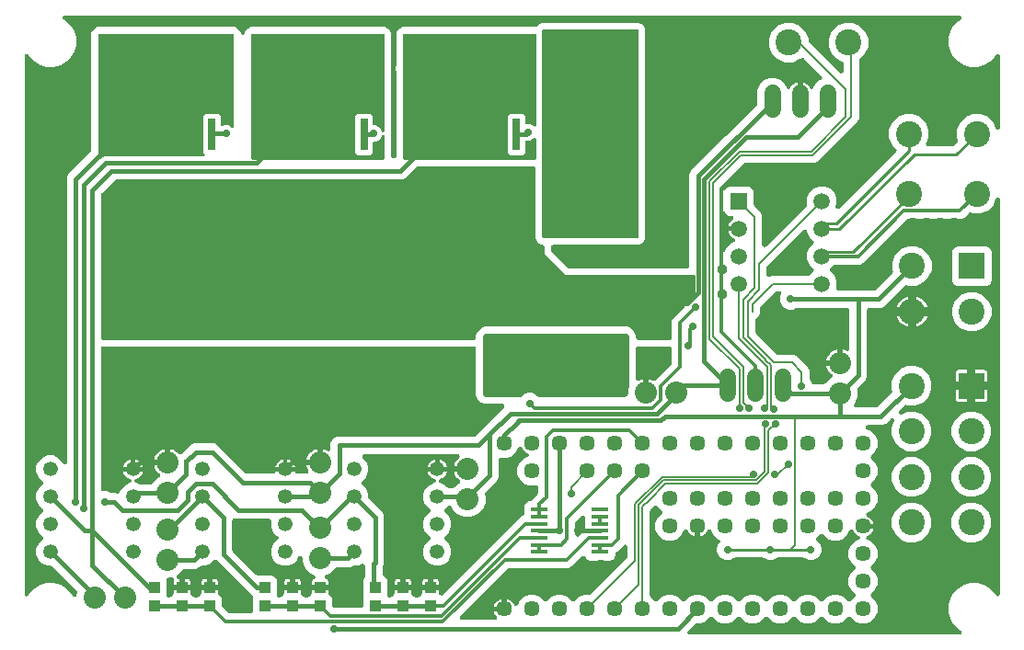
<source format=gbr>
G04 EAGLE Gerber RS-274X export*
G75*
%MOMM*%
%FSLAX34Y34*%
%LPD*%
%AMOC8*
5,1,8,0,0,1.08239X$1,22.5*%
G01*
%ADD10C,2.032000*%
%ADD11C,1.343400*%
%ADD12R,8.000000X3.000000*%
%ADD13R,0.800000X3.000000*%
%ADD14R,7.500000X7.650000*%
%ADD15R,5.080000X10.160000*%
%ADD16R,10.160000X5.080000*%
%ADD17C,1.981200*%
%ADD18C,1.930400*%
%ADD19R,1.930400X1.930400*%
%ADD20P,2.841274X8X292.500000*%
%ADD21C,1.524000*%
%ADD22C,1.447800*%
%ADD23C,2.400000*%
%ADD24R,2.400000X2.400000*%
%ADD25R,1.498600X1.498600*%
%ADD26C,1.498600*%
%ADD27R,1.000000X1.100000*%
%ADD28R,3.200000X1.800000*%
%ADD29R,1.600000X0.350000*%
%ADD30C,1.270000*%
%ADD31C,0.955600*%
%ADD32C,0.705600*%
%ADD33C,0.254000*%
%ADD34C,0.152400*%
%ADD35C,0.406400*%
%ADD36C,0.304800*%
%ADD37C,0.406400*%
%ADD38C,0.812800*%
%ADD39C,0.203200*%

G36*
X419626Y455171D02*
X419626Y455171D01*
X419644Y455169D01*
X419826Y455190D01*
X420009Y455209D01*
X420026Y455214D01*
X420043Y455216D01*
X420218Y455273D01*
X420394Y455327D01*
X420409Y455335D01*
X420426Y455341D01*
X420586Y455431D01*
X420748Y455519D01*
X420761Y455530D01*
X420777Y455539D01*
X420916Y455659D01*
X421057Y455776D01*
X421068Y455790D01*
X421082Y455802D01*
X421194Y455947D01*
X421309Y456090D01*
X421317Y456106D01*
X421328Y456120D01*
X421410Y456285D01*
X421495Y456447D01*
X421500Y456464D01*
X421508Y456481D01*
X421555Y456659D01*
X421606Y456834D01*
X421608Y456852D01*
X421612Y456869D01*
X421639Y457200D01*
X421639Y459221D01*
X423186Y462956D01*
X426044Y465814D01*
X429779Y467361D01*
X560821Y467361D01*
X564556Y465814D01*
X567414Y462956D01*
X568961Y459221D01*
X568961Y457200D01*
X568963Y457182D01*
X568961Y457164D01*
X568982Y456982D01*
X569001Y456799D01*
X569006Y456782D01*
X569008Y456765D01*
X569065Y456590D01*
X569119Y456414D01*
X569127Y456399D01*
X569133Y456382D01*
X569223Y456222D01*
X569311Y456060D01*
X569322Y456047D01*
X569331Y456031D01*
X569451Y455892D01*
X569568Y455751D01*
X569582Y455740D01*
X569594Y455727D01*
X569739Y455614D01*
X569882Y455499D01*
X569898Y455491D01*
X569912Y455480D01*
X570077Y455398D01*
X570239Y455313D01*
X570256Y455308D01*
X570272Y455300D01*
X570451Y455253D01*
X570626Y455202D01*
X570644Y455200D01*
X570661Y455196D01*
X570992Y455169D01*
X599948Y455169D01*
X599966Y455171D01*
X599984Y455169D01*
X600166Y455190D01*
X600349Y455209D01*
X600366Y455214D01*
X600383Y455216D01*
X600558Y455273D01*
X600734Y455327D01*
X600749Y455335D01*
X600766Y455341D01*
X600926Y455431D01*
X601088Y455519D01*
X601101Y455530D01*
X601117Y455539D01*
X601256Y455659D01*
X601397Y455776D01*
X601408Y455790D01*
X601422Y455802D01*
X601534Y455947D01*
X601649Y456090D01*
X601657Y456106D01*
X601668Y456120D01*
X601750Y456285D01*
X601835Y456447D01*
X601840Y456464D01*
X601848Y456481D01*
X601895Y456659D01*
X601946Y456834D01*
X601948Y456852D01*
X601952Y456869D01*
X601979Y457200D01*
X601979Y472686D01*
X603139Y475487D01*
X605569Y477916D01*
X613350Y485698D01*
X613367Y485718D01*
X613388Y485736D01*
X613495Y485874D01*
X613605Y486009D01*
X613618Y486033D01*
X613634Y486054D01*
X613712Y486211D01*
X613794Y486365D01*
X613802Y486390D01*
X613814Y486414D01*
X613859Y486584D01*
X613909Y486751D01*
X613911Y486777D01*
X613918Y486803D01*
X613937Y487035D01*
X615411Y490592D01*
X618118Y493299D01*
X621689Y494779D01*
X621756Y494786D01*
X621939Y494805D01*
X621956Y494810D01*
X621973Y494812D01*
X622148Y494869D01*
X622324Y494923D01*
X622339Y494931D01*
X622356Y494937D01*
X622516Y495027D01*
X622678Y495115D01*
X622691Y495126D01*
X622707Y495135D01*
X622846Y495255D01*
X622987Y495372D01*
X622998Y495386D01*
X623012Y495398D01*
X623124Y495543D01*
X623239Y495686D01*
X623247Y495702D01*
X623258Y495716D01*
X623340Y495881D01*
X623425Y496043D01*
X623430Y496060D01*
X623438Y496076D01*
X623485Y496255D01*
X623536Y496430D01*
X623538Y496448D01*
X623542Y496465D01*
X623569Y496796D01*
X623569Y513080D01*
X623567Y513098D01*
X623569Y513116D01*
X623548Y513298D01*
X623529Y513481D01*
X623524Y513498D01*
X623522Y513515D01*
X623465Y513690D01*
X623411Y513866D01*
X623403Y513881D01*
X623397Y513898D01*
X623307Y514058D01*
X623219Y514220D01*
X623208Y514233D01*
X623199Y514249D01*
X623079Y514388D01*
X622962Y514529D01*
X622948Y514540D01*
X622936Y514554D01*
X622791Y514666D01*
X622648Y514781D01*
X622632Y514789D01*
X622618Y514800D01*
X622453Y514882D01*
X622291Y514967D01*
X622274Y514972D01*
X622258Y514980D01*
X622079Y515027D01*
X621904Y515078D01*
X621886Y515080D01*
X621869Y515084D01*
X621538Y515111D01*
X503761Y515111D01*
X484631Y534241D01*
X484631Y540602D01*
X484629Y540620D01*
X484631Y540638D01*
X484610Y540820D01*
X484591Y541003D01*
X484586Y541020D01*
X484584Y541037D01*
X484527Y541212D01*
X484473Y541388D01*
X484465Y541403D01*
X484459Y541420D01*
X484369Y541580D01*
X484281Y541742D01*
X484270Y541755D01*
X484261Y541771D01*
X484141Y541910D01*
X484024Y542051D01*
X484010Y542062D01*
X483998Y542076D01*
X483853Y542188D01*
X483710Y542303D01*
X483694Y542311D01*
X483680Y542322D01*
X483515Y542404D01*
X483353Y542489D01*
X483336Y542494D01*
X483320Y542502D01*
X483141Y542549D01*
X482966Y542600D01*
X482948Y542602D01*
X482931Y542606D01*
X482600Y542633D01*
X482505Y542633D01*
X479797Y543755D01*
X477725Y545827D01*
X476603Y548535D01*
X476603Y613040D01*
X476601Y613058D01*
X476603Y613076D01*
X476582Y613258D01*
X476563Y613441D01*
X476558Y613458D01*
X476556Y613475D01*
X476499Y613650D01*
X476445Y613826D01*
X476437Y613841D01*
X476431Y613858D01*
X476341Y614018D01*
X476253Y614180D01*
X476242Y614193D01*
X476233Y614209D01*
X476113Y614348D01*
X475996Y614489D01*
X475982Y614500D01*
X475970Y614514D01*
X475825Y614626D01*
X475682Y614741D01*
X475666Y614749D01*
X475652Y614760D01*
X475487Y614842D01*
X475325Y614927D01*
X475308Y614932D01*
X475292Y614940D01*
X475113Y614987D01*
X474938Y615038D01*
X474920Y615040D01*
X474903Y615044D01*
X474572Y615071D01*
X368328Y615071D01*
X368302Y615069D01*
X368275Y615071D01*
X368101Y615049D01*
X367928Y615031D01*
X367902Y615024D01*
X367876Y615020D01*
X367710Y614965D01*
X367543Y614913D01*
X367519Y614900D01*
X367494Y614892D01*
X367342Y614805D01*
X367189Y614721D01*
X367168Y614704D01*
X367145Y614691D01*
X366892Y614476D01*
X356395Y603979D01*
X354737Y603292D01*
X354736Y603292D01*
X353407Y602741D01*
X90568Y602741D01*
X90542Y602739D01*
X90515Y602741D01*
X90341Y602719D01*
X90168Y602701D01*
X90142Y602694D01*
X90116Y602690D01*
X89950Y602635D01*
X89783Y602583D01*
X89759Y602570D01*
X89734Y602562D01*
X89582Y602475D01*
X89429Y602391D01*
X89408Y602374D01*
X89385Y602361D01*
X89132Y602146D01*
X77304Y590318D01*
X77287Y590297D01*
X77266Y590280D01*
X77159Y590142D01*
X77049Y590006D01*
X77036Y589983D01*
X77020Y589962D01*
X76942Y589805D01*
X76860Y589651D01*
X76852Y589625D01*
X76840Y589601D01*
X76795Y589432D01*
X76745Y589265D01*
X76743Y589238D01*
X76736Y589212D01*
X76709Y588882D01*
X76709Y457200D01*
X76711Y457182D01*
X76709Y457164D01*
X76730Y456982D01*
X76749Y456799D01*
X76754Y456782D01*
X76756Y456765D01*
X76813Y456590D01*
X76867Y456414D01*
X76875Y456399D01*
X76881Y456382D01*
X76971Y456222D01*
X77059Y456060D01*
X77070Y456047D01*
X77079Y456031D01*
X77199Y455892D01*
X77316Y455751D01*
X77330Y455740D01*
X77342Y455727D01*
X77487Y455614D01*
X77630Y455499D01*
X77646Y455491D01*
X77660Y455480D01*
X77825Y455398D01*
X77987Y455313D01*
X78004Y455308D01*
X78020Y455300D01*
X78199Y455253D01*
X78374Y455202D01*
X78392Y455200D01*
X78409Y455196D01*
X78740Y455169D01*
X419608Y455169D01*
X419626Y455171D01*
G37*
G36*
X52377Y218564D02*
X52377Y218564D01*
X52506Y218570D01*
X52577Y218588D01*
X52649Y218596D01*
X52772Y218636D01*
X52896Y218667D01*
X52962Y218698D01*
X53032Y218721D01*
X53144Y218784D01*
X53260Y218839D01*
X53319Y218883D01*
X53383Y218919D01*
X53480Y219003D01*
X53583Y219080D01*
X53632Y219134D01*
X53688Y219182D01*
X53766Y219283D01*
X53852Y219379D01*
X53889Y219442D01*
X53934Y219500D01*
X53992Y219615D01*
X54057Y219726D01*
X54081Y219795D01*
X54114Y219861D01*
X54147Y219985D01*
X54189Y220106D01*
X54199Y220179D01*
X54218Y220249D01*
X54232Y220419D01*
X54244Y220505D01*
X54242Y220538D01*
X54245Y220580D01*
X54245Y221120D01*
X54589Y221950D01*
X54596Y221971D01*
X54606Y221991D01*
X54654Y222163D01*
X54706Y222335D01*
X54708Y222357D01*
X54714Y222379D01*
X54727Y222558D01*
X54744Y222736D01*
X54741Y222758D01*
X54743Y222780D01*
X54721Y222959D01*
X54702Y223136D01*
X54695Y223158D01*
X54693Y223180D01*
X54635Y223350D01*
X54582Y223521D01*
X54572Y223540D01*
X54564Y223562D01*
X54475Y223717D01*
X54389Y223874D01*
X54375Y223891D01*
X54363Y223910D01*
X54149Y224163D01*
X31775Y246537D01*
X31754Y246554D01*
X31737Y246575D01*
X31599Y246682D01*
X31463Y246792D01*
X31440Y246805D01*
X31419Y246821D01*
X31262Y246899D01*
X31108Y246981D01*
X31082Y246989D01*
X31058Y247001D01*
X30889Y247046D01*
X30722Y247096D01*
X30695Y247098D01*
X30669Y247105D01*
X30339Y247132D01*
X27313Y247132D01*
X22604Y249083D01*
X18999Y252688D01*
X17048Y257397D01*
X17048Y262495D01*
X18999Y267204D01*
X22627Y270832D01*
X22692Y270868D01*
X22863Y270960D01*
X22870Y270965D01*
X22878Y270970D01*
X23024Y271093D01*
X23173Y271216D01*
X23179Y271223D01*
X23186Y271229D01*
X23306Y271379D01*
X23427Y271529D01*
X23431Y271537D01*
X23437Y271544D01*
X23525Y271715D01*
X23614Y271885D01*
X23617Y271894D01*
X23621Y271902D01*
X23673Y272088D01*
X23727Y272272D01*
X23728Y272280D01*
X23730Y272289D01*
X23745Y272482D01*
X23762Y272673D01*
X23761Y272682D01*
X23761Y272691D01*
X23738Y272880D01*
X23717Y273073D01*
X23714Y273081D01*
X23713Y273090D01*
X23653Y273272D01*
X23593Y273456D01*
X23589Y273464D01*
X23586Y273473D01*
X23491Y273639D01*
X23397Y273808D01*
X23391Y273814D01*
X23387Y273822D01*
X23260Y273967D01*
X23135Y274113D01*
X23128Y274119D01*
X23122Y274126D01*
X22968Y274244D01*
X22818Y274362D01*
X22810Y274366D01*
X22803Y274371D01*
X22623Y274464D01*
X18999Y278088D01*
X17048Y282797D01*
X17048Y287895D01*
X18999Y292604D01*
X22627Y296232D01*
X22692Y296268D01*
X22863Y296360D01*
X22870Y296365D01*
X22878Y296370D01*
X23024Y296493D01*
X23173Y296616D01*
X23179Y296623D01*
X23186Y296629D01*
X23306Y296779D01*
X23427Y296929D01*
X23431Y296937D01*
X23437Y296944D01*
X23525Y297115D01*
X23614Y297285D01*
X23617Y297294D01*
X23621Y297302D01*
X23673Y297486D01*
X23727Y297672D01*
X23728Y297680D01*
X23730Y297689D01*
X23745Y297882D01*
X23762Y298073D01*
X23761Y298082D01*
X23761Y298091D01*
X23738Y298280D01*
X23717Y298473D01*
X23714Y298481D01*
X23713Y298490D01*
X23653Y298672D01*
X23593Y298856D01*
X23589Y298864D01*
X23586Y298873D01*
X23491Y299039D01*
X23397Y299208D01*
X23391Y299214D01*
X23387Y299222D01*
X23261Y299367D01*
X23135Y299513D01*
X23128Y299519D01*
X23122Y299526D01*
X22968Y299644D01*
X22818Y299762D01*
X22810Y299766D01*
X22803Y299771D01*
X22623Y299864D01*
X18999Y303488D01*
X17048Y308197D01*
X17048Y313295D01*
X18999Y318004D01*
X22627Y321632D01*
X22692Y321668D01*
X22863Y321760D01*
X22870Y321765D01*
X22878Y321770D01*
X23024Y321893D01*
X23173Y322016D01*
X23179Y322023D01*
X23186Y322029D01*
X23306Y322179D01*
X23427Y322329D01*
X23431Y322337D01*
X23437Y322344D01*
X23525Y322515D01*
X23614Y322685D01*
X23617Y322694D01*
X23621Y322702D01*
X23673Y322888D01*
X23727Y323072D01*
X23728Y323080D01*
X23730Y323089D01*
X23745Y323280D01*
X23762Y323473D01*
X23761Y323482D01*
X23761Y323491D01*
X23738Y323681D01*
X23717Y323873D01*
X23714Y323881D01*
X23713Y323890D01*
X23653Y324072D01*
X23593Y324256D01*
X23589Y324264D01*
X23586Y324273D01*
X23491Y324439D01*
X23397Y324608D01*
X23391Y324614D01*
X23387Y324622D01*
X23260Y324767D01*
X23135Y324913D01*
X23128Y324919D01*
X23122Y324926D01*
X22968Y325044D01*
X22818Y325162D01*
X22810Y325166D01*
X22803Y325171D01*
X22623Y325264D01*
X18999Y328888D01*
X17048Y333597D01*
X17048Y338695D01*
X18999Y343404D01*
X22604Y347009D01*
X27313Y348960D01*
X32411Y348960D01*
X37120Y347009D01*
X40725Y343404D01*
X41303Y342008D01*
X41305Y342004D01*
X41307Y342000D01*
X41402Y341823D01*
X41494Y341653D01*
X41496Y341650D01*
X41499Y341646D01*
X41624Y341495D01*
X41750Y341343D01*
X41753Y341340D01*
X41756Y341336D01*
X41907Y341215D01*
X42063Y341089D01*
X42067Y341087D01*
X42070Y341084D01*
X42242Y340995D01*
X42419Y340902D01*
X42423Y340901D01*
X42427Y340899D01*
X42615Y340845D01*
X42806Y340789D01*
X42810Y340788D01*
X42814Y340787D01*
X43012Y340771D01*
X43207Y340754D01*
X43211Y340755D01*
X43216Y340754D01*
X43411Y340777D01*
X43607Y340799D01*
X43611Y340801D01*
X43615Y340801D01*
X43803Y340862D01*
X43990Y340922D01*
X43994Y340925D01*
X43998Y340926D01*
X44170Y341023D01*
X44342Y341119D01*
X44345Y341122D01*
X44349Y341124D01*
X44497Y341252D01*
X44647Y341381D01*
X44650Y341384D01*
X44654Y341387D01*
X44770Y341538D01*
X44896Y341698D01*
X44898Y341702D01*
X44900Y341705D01*
X44988Y341882D01*
X45076Y342057D01*
X45078Y342062D01*
X45080Y342066D01*
X45131Y342257D01*
X45183Y342446D01*
X45183Y342450D01*
X45184Y342455D01*
X45211Y342785D01*
X45211Y604867D01*
X46449Y607855D01*
X67278Y628684D01*
X67295Y628705D01*
X67316Y628722D01*
X67423Y628860D01*
X67533Y628996D01*
X67546Y629019D01*
X67562Y629040D01*
X67640Y629197D01*
X67722Y629351D01*
X67730Y629377D01*
X67742Y629401D01*
X67787Y629570D01*
X67837Y629737D01*
X67839Y629764D01*
X67846Y629790D01*
X67873Y630120D01*
X67873Y737495D01*
X68995Y740203D01*
X71067Y742275D01*
X73775Y743397D01*
X199245Y743397D01*
X201953Y742275D01*
X204025Y740203D01*
X205118Y737564D01*
X205123Y737556D01*
X205125Y737547D01*
X205217Y737379D01*
X205309Y737209D01*
X205314Y737202D01*
X205319Y737194D01*
X205442Y737048D01*
X205565Y736899D01*
X205572Y736893D01*
X205578Y736886D01*
X205728Y736766D01*
X205878Y736645D01*
X205886Y736641D01*
X205892Y736635D01*
X206063Y736547D01*
X206234Y736458D01*
X206243Y736455D01*
X206251Y736451D01*
X206434Y736399D01*
X206620Y736345D01*
X206630Y736344D01*
X206638Y736341D01*
X206829Y736327D01*
X207022Y736310D01*
X207031Y736311D01*
X207039Y736310D01*
X207229Y736333D01*
X207422Y736355D01*
X207430Y736358D01*
X207439Y736359D01*
X207621Y736419D01*
X207805Y736478D01*
X207813Y736483D01*
X207821Y736486D01*
X207989Y736581D01*
X208156Y736675D01*
X208163Y736681D01*
X208171Y736685D01*
X208316Y736811D01*
X208462Y736937D01*
X208468Y736944D01*
X208475Y736949D01*
X208592Y737102D01*
X208711Y737254D01*
X208715Y737262D01*
X208720Y737269D01*
X208872Y737564D01*
X209965Y740203D01*
X212037Y742275D01*
X214745Y743397D01*
X337675Y743397D01*
X340383Y742275D01*
X342455Y740203D01*
X343577Y737495D01*
X343577Y624840D01*
X343579Y624822D01*
X343577Y624804D01*
X343598Y624622D01*
X343617Y624439D01*
X343622Y624422D01*
X343624Y624405D01*
X343681Y624230D01*
X343735Y624054D01*
X343743Y624039D01*
X343749Y624022D01*
X343839Y623862D01*
X343927Y623700D01*
X343938Y623687D01*
X343947Y623671D01*
X344067Y623532D01*
X344184Y623391D01*
X344198Y623380D01*
X344210Y623366D01*
X344355Y623254D01*
X344498Y623139D01*
X344514Y623131D01*
X344528Y623120D01*
X344693Y623038D01*
X344855Y622953D01*
X344872Y622948D01*
X344888Y622940D01*
X345067Y622893D01*
X345242Y622842D01*
X345260Y622840D01*
X345277Y622836D01*
X345608Y622809D01*
X346512Y622809D01*
X346530Y622811D01*
X346548Y622809D01*
X346730Y622830D01*
X346913Y622849D01*
X346930Y622854D01*
X346947Y622856D01*
X347122Y622913D01*
X347298Y622967D01*
X347313Y622975D01*
X347330Y622981D01*
X347490Y623071D01*
X347652Y623159D01*
X347665Y623170D01*
X347681Y623179D01*
X347820Y623299D01*
X347961Y623416D01*
X347972Y623430D01*
X347986Y623442D01*
X348098Y623587D01*
X348213Y623730D01*
X348221Y623746D01*
X348232Y623760D01*
X348314Y623925D01*
X348399Y624087D01*
X348404Y624104D01*
X348412Y624120D01*
X348459Y624299D01*
X348510Y624474D01*
X348512Y624492D01*
X348516Y624509D01*
X348543Y624840D01*
X348543Y702449D01*
X348540Y702480D01*
X348542Y702512D01*
X348520Y702681D01*
X348503Y702850D01*
X348494Y702880D01*
X348490Y702911D01*
X348389Y703227D01*
X347998Y704171D01*
X348033Y705615D01*
X348031Y705637D01*
X348033Y705664D01*
X348033Y707109D01*
X348369Y707867D01*
X348387Y707920D01*
X348412Y707970D01*
X348450Y708111D01*
X348495Y708249D01*
X348502Y708305D01*
X348516Y708359D01*
X348534Y708572D01*
X348543Y708649D01*
X348541Y708667D01*
X348543Y708690D01*
X348543Y737495D01*
X349665Y740203D01*
X351737Y742275D01*
X354445Y743397D01*
X476107Y743397D01*
X476134Y743399D01*
X476161Y743397D01*
X476334Y743419D01*
X476508Y743437D01*
X476533Y743444D01*
X476560Y743448D01*
X476726Y743503D01*
X476893Y743555D01*
X476916Y743568D01*
X476942Y743576D01*
X477093Y743663D01*
X477247Y743747D01*
X477267Y743764D01*
X477291Y743777D01*
X477544Y743992D01*
X479797Y746245D01*
X482505Y747367D01*
X571465Y747367D01*
X574173Y746245D01*
X576245Y744173D01*
X577367Y741465D01*
X577367Y548535D01*
X576245Y545827D01*
X574173Y543755D01*
X571465Y542633D01*
X492760Y542633D01*
X492742Y542631D01*
X492724Y542633D01*
X492542Y542612D01*
X492359Y542593D01*
X492342Y542588D01*
X492325Y542586D01*
X492150Y542529D01*
X491974Y542475D01*
X491959Y542467D01*
X491942Y542461D01*
X491782Y542371D01*
X491620Y542283D01*
X491607Y542272D01*
X491591Y542263D01*
X491452Y542143D01*
X491311Y542026D01*
X491300Y542012D01*
X491286Y542000D01*
X491174Y541855D01*
X491059Y541712D01*
X491051Y541696D01*
X491040Y541682D01*
X490958Y541517D01*
X490873Y541355D01*
X490868Y541338D01*
X490860Y541322D01*
X490813Y541143D01*
X490762Y540968D01*
X490760Y540950D01*
X490756Y540933D01*
X490729Y540602D01*
X490729Y537608D01*
X490731Y537582D01*
X490729Y537555D01*
X490751Y537381D01*
X490769Y537208D01*
X490776Y537182D01*
X490780Y537156D01*
X490835Y536990D01*
X490887Y536823D01*
X490900Y536799D01*
X490908Y536774D01*
X490995Y536622D01*
X491079Y536469D01*
X491096Y536448D01*
X491109Y536425D01*
X491324Y536172D01*
X505692Y521804D01*
X505713Y521787D01*
X505730Y521766D01*
X505868Y521659D01*
X506004Y521549D01*
X506027Y521536D01*
X506048Y521520D01*
X506205Y521442D01*
X506359Y521360D01*
X506385Y521352D01*
X506409Y521340D01*
X506578Y521295D01*
X506745Y521245D01*
X506772Y521243D01*
X506798Y521236D01*
X507128Y521209D01*
X615950Y521209D01*
X615968Y521211D01*
X615986Y521209D01*
X616168Y521230D01*
X616351Y521249D01*
X616368Y521254D01*
X616385Y521256D01*
X616560Y521313D01*
X616736Y521367D01*
X616751Y521375D01*
X616768Y521381D01*
X616928Y521471D01*
X617090Y521559D01*
X617103Y521570D01*
X617119Y521579D01*
X617258Y521699D01*
X617399Y521816D01*
X617410Y521830D01*
X617424Y521842D01*
X617536Y521987D01*
X617651Y522130D01*
X617659Y522146D01*
X617670Y522160D01*
X617752Y522325D01*
X617837Y522487D01*
X617842Y522504D01*
X617850Y522520D01*
X617897Y522697D01*
X617948Y522874D01*
X617950Y522892D01*
X617954Y522909D01*
X617981Y523240D01*
X617981Y607762D01*
X619219Y610750D01*
X641661Y633192D01*
X651408Y642939D01*
X680128Y671659D01*
X680145Y671680D01*
X680166Y671697D01*
X680273Y671835D01*
X680383Y671971D01*
X680396Y671994D01*
X680412Y672015D01*
X680490Y672172D01*
X680572Y672326D01*
X680580Y672352D01*
X680592Y672376D01*
X680637Y672545D01*
X680687Y672712D01*
X680689Y672739D01*
X680696Y672765D01*
X680723Y673095D01*
X680723Y685268D01*
X682812Y690310D01*
X686670Y694168D01*
X691712Y696257D01*
X697168Y696257D01*
X702210Y694168D01*
X706068Y690310D01*
X707219Y687531D01*
X707281Y687416D01*
X707335Y687297D01*
X707376Y687239D01*
X707410Y687177D01*
X707493Y687076D01*
X707569Y686969D01*
X707621Y686921D01*
X707666Y686866D01*
X707768Y686784D01*
X707863Y686694D01*
X707923Y686657D01*
X707979Y686612D01*
X708094Y686552D01*
X708206Y686483D01*
X708272Y686458D01*
X708335Y686425D01*
X708461Y686389D01*
X708583Y686343D01*
X708653Y686332D01*
X708722Y686312D01*
X708852Y686301D01*
X708981Y686281D01*
X709052Y686284D01*
X709123Y686278D01*
X709252Y686292D01*
X709383Y686298D01*
X709452Y686315D01*
X709523Y686323D01*
X709647Y686363D01*
X709774Y686394D01*
X709838Y686424D01*
X709906Y686446D01*
X710020Y686510D01*
X710139Y686565D01*
X710196Y686608D01*
X710258Y686642D01*
X710357Y686727D01*
X710462Y686805D01*
X710509Y686858D01*
X710563Y686904D01*
X710644Y687007D01*
X710732Y687104D01*
X710775Y687174D01*
X710812Y687221D01*
X710846Y687289D01*
X710906Y687387D01*
X711150Y687865D01*
X712090Y689159D01*
X713221Y690290D01*
X714515Y691230D01*
X715940Y691956D01*
X717301Y692399D01*
X717301Y675428D01*
X717301Y675424D01*
X717302Y675416D01*
X717302Y675410D01*
X717301Y675393D01*
X717322Y675210D01*
X717341Y675028D01*
X717346Y675011D01*
X717348Y674993D01*
X717405Y674818D01*
X717459Y674643D01*
X717467Y674627D01*
X717473Y674610D01*
X717563Y674450D01*
X717650Y674289D01*
X717662Y674275D01*
X717671Y674259D01*
X717791Y674120D01*
X717908Y673979D01*
X717922Y673968D01*
X717934Y673955D01*
X718079Y673842D01*
X718222Y673727D01*
X718238Y673719D01*
X718252Y673708D01*
X718417Y673626D01*
X718579Y673542D01*
X718596Y673537D01*
X718612Y673529D01*
X718791Y673481D01*
X718966Y673430D01*
X718984Y673429D01*
X719001Y673424D01*
X719332Y673397D01*
X720348Y673397D01*
X720366Y673399D01*
X720384Y673397D01*
X720566Y673419D01*
X720749Y673437D01*
X720766Y673442D01*
X720783Y673444D01*
X720958Y673501D01*
X721134Y673555D01*
X721149Y673563D01*
X721166Y673569D01*
X721326Y673659D01*
X721488Y673747D01*
X721501Y673758D01*
X721517Y673767D01*
X721656Y673887D01*
X721797Y674005D01*
X721808Y674018D01*
X721822Y674030D01*
X721934Y674175D01*
X722049Y674318D01*
X722057Y674334D01*
X722068Y674348D01*
X722150Y674513D01*
X722235Y674676D01*
X722240Y674693D01*
X722248Y674709D01*
X722295Y674887D01*
X722346Y675062D01*
X722348Y675080D01*
X722352Y675097D01*
X722379Y675428D01*
X722379Y692399D01*
X723740Y691956D01*
X725165Y691230D01*
X726459Y690290D01*
X727590Y689159D01*
X728530Y687865D01*
X728774Y687387D01*
X728845Y687277D01*
X728908Y687162D01*
X728953Y687108D01*
X728992Y687048D01*
X729083Y686954D01*
X729167Y686854D01*
X729222Y686809D01*
X729272Y686758D01*
X729379Y686684D01*
X729482Y686603D01*
X729545Y686570D01*
X729603Y686530D01*
X729723Y686479D01*
X729840Y686419D01*
X729908Y686399D01*
X729973Y686372D01*
X730101Y686345D01*
X730227Y686309D01*
X730298Y686304D01*
X730367Y686289D01*
X730498Y686288D01*
X730628Y686278D01*
X730699Y686287D01*
X730770Y686286D01*
X730898Y686311D01*
X731028Y686327D01*
X731095Y686349D01*
X731165Y686362D01*
X731286Y686412D01*
X731410Y686453D01*
X731472Y686488D01*
X731538Y686515D01*
X731646Y686588D01*
X731760Y686653D01*
X731814Y686699D01*
X731873Y686739D01*
X731965Y686831D01*
X732064Y686917D01*
X732107Y686973D01*
X732157Y687024D01*
X732229Y687133D01*
X732309Y687236D01*
X732347Y687309D01*
X732380Y687359D01*
X732408Y687430D01*
X732461Y687531D01*
X733612Y690310D01*
X737470Y694168D01*
X738977Y694793D01*
X738988Y694799D01*
X739001Y694803D01*
X739166Y694894D01*
X739332Y694983D01*
X739342Y694991D01*
X739354Y694998D01*
X739497Y695119D01*
X739642Y695239D01*
X739650Y695250D01*
X739661Y695258D01*
X739777Y695406D01*
X739896Y695552D01*
X739902Y695564D01*
X739910Y695574D01*
X739995Y695742D01*
X740083Y695908D01*
X740086Y695921D01*
X740093Y695933D01*
X740143Y696114D01*
X740196Y696295D01*
X740197Y696308D01*
X740201Y696321D01*
X740214Y696510D01*
X740230Y696696D01*
X740229Y696709D01*
X740230Y696722D01*
X740206Y696911D01*
X740185Y697096D01*
X740181Y697109D01*
X740179Y697122D01*
X740120Y697300D01*
X740062Y697479D01*
X740056Y697491D01*
X740051Y697504D01*
X739957Y697667D01*
X739866Y697831D01*
X739857Y697841D01*
X739850Y697852D01*
X739636Y698105D01*
X723383Y714358D01*
X723369Y714369D01*
X723358Y714383D01*
X723213Y714497D01*
X723072Y714613D01*
X723056Y714621D01*
X723042Y714632D01*
X722877Y714716D01*
X722716Y714802D01*
X722699Y714807D01*
X722683Y714815D01*
X722506Y714864D01*
X722330Y714916D01*
X722312Y714918D01*
X722295Y714923D01*
X722112Y714936D01*
X721929Y714953D01*
X721911Y714951D01*
X721894Y714952D01*
X721712Y714929D01*
X721529Y714909D01*
X721512Y714904D01*
X721494Y714902D01*
X721321Y714844D01*
X721145Y714788D01*
X721129Y714779D01*
X721112Y714774D01*
X720953Y714682D01*
X720793Y714593D01*
X720779Y714582D01*
X720764Y714573D01*
X720511Y714358D01*
X719791Y713638D01*
X713140Y710883D01*
X705940Y710883D01*
X699289Y713638D01*
X694198Y718729D01*
X691443Y725380D01*
X691443Y732580D01*
X694198Y739231D01*
X699289Y744322D01*
X705940Y747077D01*
X713140Y747077D01*
X719791Y744322D01*
X724882Y739231D01*
X727637Y732580D01*
X727637Y731064D01*
X727639Y731037D01*
X727637Y731010D01*
X727659Y730836D01*
X727677Y730663D01*
X727684Y730637D01*
X727688Y730611D01*
X727743Y730445D01*
X727795Y730278D01*
X727808Y730254D01*
X727816Y730229D01*
X727903Y730077D01*
X727987Y729924D01*
X728004Y729904D01*
X728017Y729880D01*
X728232Y729627D01*
X756500Y701359D01*
X756507Y701354D01*
X756512Y701347D01*
X756662Y701226D01*
X756811Y701104D01*
X756819Y701100D01*
X756826Y701094D01*
X756997Y701005D01*
X757167Y700916D01*
X757175Y700913D01*
X757183Y700909D01*
X757369Y700856D01*
X757553Y700801D01*
X757562Y700800D01*
X757570Y700797D01*
X757762Y700782D01*
X757954Y700764D01*
X757963Y700765D01*
X757972Y700765D01*
X758161Y700787D01*
X758354Y700808D01*
X758363Y700810D01*
X758371Y700811D01*
X758553Y700871D01*
X758738Y700929D01*
X758746Y700934D01*
X758754Y700936D01*
X758923Y701031D01*
X759090Y701124D01*
X759097Y701130D01*
X759105Y701134D01*
X759251Y701260D01*
X759397Y701385D01*
X759403Y701392D01*
X759410Y701397D01*
X759527Y701549D01*
X759647Y701700D01*
X759651Y701708D01*
X759656Y701715D01*
X759742Y701888D01*
X759829Y702059D01*
X759832Y702068D01*
X759836Y702076D01*
X759886Y702262D01*
X759937Y702447D01*
X759938Y702456D01*
X759940Y702465D01*
X759967Y702796D01*
X759967Y709929D01*
X759965Y709951D01*
X759967Y709974D01*
X759945Y710151D01*
X759927Y710330D01*
X759921Y710351D01*
X759918Y710373D01*
X759862Y710543D01*
X759809Y710715D01*
X759799Y710734D01*
X759792Y710755D01*
X759703Y710911D01*
X759617Y711069D01*
X759603Y711086D01*
X759592Y711105D01*
X759474Y711241D01*
X759360Y711378D01*
X759342Y711392D01*
X759328Y711409D01*
X759186Y711518D01*
X759046Y711630D01*
X759026Y711641D01*
X759008Y711654D01*
X758713Y711806D01*
X754289Y713638D01*
X749198Y718729D01*
X746443Y725380D01*
X746443Y732580D01*
X749198Y739231D01*
X754289Y744322D01*
X760940Y747077D01*
X768140Y747077D01*
X774791Y744322D01*
X779882Y739231D01*
X782637Y732580D01*
X782637Y725380D01*
X779882Y718729D01*
X774788Y713635D01*
X774771Y713614D01*
X774750Y713597D01*
X774643Y713459D01*
X774533Y713324D01*
X774520Y713300D01*
X774504Y713279D01*
X774426Y713122D01*
X774344Y712968D01*
X774336Y712942D01*
X774324Y712918D01*
X774279Y712749D01*
X774229Y712582D01*
X774227Y712555D01*
X774220Y712529D01*
X774193Y712199D01*
X774193Y659395D01*
X773110Y656781D01*
X735647Y619318D01*
X733033Y618235D01*
X669365Y618235D01*
X669339Y618233D01*
X669312Y618235D01*
X669138Y618213D01*
X668965Y618195D01*
X668939Y618188D01*
X668913Y618184D01*
X668747Y618129D01*
X668580Y618077D01*
X668556Y618064D01*
X668531Y618056D01*
X668379Y617969D01*
X668226Y617885D01*
X668205Y617868D01*
X668182Y617855D01*
X667929Y617640D01*
X647788Y597499D01*
X647771Y597478D01*
X647750Y597461D01*
X647643Y597323D01*
X647533Y597187D01*
X647520Y597164D01*
X647504Y597143D01*
X647425Y596985D01*
X647344Y596832D01*
X647336Y596806D01*
X647324Y596782D01*
X647279Y596613D01*
X647229Y596446D01*
X647227Y596419D01*
X647220Y596393D01*
X647193Y596063D01*
X647193Y594812D01*
X647193Y594808D01*
X647193Y594803D01*
X647213Y594608D01*
X647233Y594412D01*
X647234Y594408D01*
X647234Y594403D01*
X647293Y594214D01*
X647351Y594027D01*
X647353Y594023D01*
X647354Y594019D01*
X647449Y593846D01*
X647543Y593673D01*
X647545Y593669D01*
X647548Y593665D01*
X647675Y593514D01*
X647800Y593364D01*
X647804Y593361D01*
X647807Y593357D01*
X647961Y593234D01*
X648114Y593111D01*
X648118Y593109D01*
X648122Y593106D01*
X648299Y593016D01*
X648471Y592926D01*
X648476Y592925D01*
X648480Y592922D01*
X648671Y592868D01*
X648858Y592814D01*
X648863Y592814D01*
X648867Y592813D01*
X649062Y592798D01*
X649260Y592782D01*
X649264Y592782D01*
X649269Y592782D01*
X649464Y592806D01*
X649659Y592828D01*
X649664Y592830D01*
X649668Y592830D01*
X649855Y592892D01*
X650042Y592953D01*
X650046Y592956D01*
X650050Y592957D01*
X650220Y593054D01*
X650393Y593151D01*
X650396Y593154D01*
X650400Y593156D01*
X650548Y593285D01*
X650697Y593414D01*
X650700Y593418D01*
X650704Y593421D01*
X650824Y593578D01*
X650944Y593732D01*
X650946Y593736D01*
X650949Y593740D01*
X651101Y594035D01*
X651138Y594127D01*
X652853Y595842D01*
X655094Y596770D01*
X672506Y596770D01*
X674747Y595842D01*
X676462Y594127D01*
X677390Y591886D01*
X677390Y580131D01*
X677392Y580105D01*
X677390Y580078D01*
X677412Y579904D01*
X677430Y579731D01*
X677437Y579705D01*
X677441Y579679D01*
X677496Y579513D01*
X677548Y579346D01*
X677561Y579322D01*
X677569Y579297D01*
X677656Y579145D01*
X677740Y578992D01*
X677757Y578971D01*
X677770Y578948D01*
X677985Y578695D01*
X683995Y572685D01*
X685039Y570164D01*
X685039Y542822D01*
X685040Y542813D01*
X685039Y542805D01*
X685060Y542611D01*
X685079Y542422D01*
X685081Y542413D01*
X685082Y542404D01*
X685141Y542220D01*
X685197Y542037D01*
X685201Y542029D01*
X685204Y542020D01*
X685297Y541852D01*
X685389Y541683D01*
X685394Y541676D01*
X685399Y541668D01*
X685523Y541521D01*
X685646Y541373D01*
X685653Y541368D01*
X685659Y541361D01*
X685811Y541241D01*
X685960Y541121D01*
X685968Y541117D01*
X685975Y541111D01*
X686148Y541024D01*
X686317Y540936D01*
X686326Y540933D01*
X686334Y540929D01*
X686520Y540877D01*
X686704Y540824D01*
X686713Y540824D01*
X686722Y540821D01*
X686915Y540807D01*
X687106Y540791D01*
X687114Y540792D01*
X687123Y540792D01*
X687316Y540816D01*
X687505Y540838D01*
X687514Y540841D01*
X687523Y540842D01*
X687705Y540903D01*
X687888Y540963D01*
X687896Y540968D01*
X687904Y540970D01*
X688071Y541066D01*
X688239Y541161D01*
X688246Y541167D01*
X688253Y541171D01*
X688506Y541386D01*
X725815Y578695D01*
X725832Y578716D01*
X725853Y578733D01*
X725960Y578871D01*
X726070Y579007D01*
X726083Y579030D01*
X726099Y579051D01*
X726177Y579208D01*
X726259Y579362D01*
X726267Y579388D01*
X726279Y579412D01*
X726324Y579581D01*
X726374Y579748D01*
X726376Y579775D01*
X726383Y579801D01*
X726410Y580131D01*
X726410Y585883D01*
X728479Y590878D01*
X732302Y594701D01*
X737297Y596770D01*
X742703Y596770D01*
X747698Y594701D01*
X751521Y590878D01*
X753590Y585883D01*
X753590Y580477D01*
X752754Y578458D01*
X752752Y578454D01*
X752750Y578450D01*
X752694Y578262D01*
X752637Y578073D01*
X752637Y578069D01*
X752635Y578064D01*
X752617Y577863D01*
X752599Y577672D01*
X752599Y577668D01*
X752599Y577663D01*
X752621Y577464D01*
X752641Y577272D01*
X752642Y577267D01*
X752642Y577263D01*
X752703Y577073D01*
X752760Y576887D01*
X752763Y576883D01*
X752764Y576879D01*
X752858Y576708D01*
X752954Y576534D01*
X752957Y576531D01*
X752959Y576527D01*
X753086Y576377D01*
X753213Y576226D01*
X753216Y576223D01*
X753219Y576220D01*
X753373Y576098D01*
X753528Y575975D01*
X753532Y575973D01*
X753535Y575970D01*
X753709Y575882D01*
X753886Y575791D01*
X753890Y575790D01*
X753894Y575788D01*
X754085Y575735D01*
X754273Y575681D01*
X754278Y575681D01*
X754282Y575680D01*
X754483Y575665D01*
X754675Y575650D01*
X754679Y575651D01*
X754684Y575650D01*
X754882Y575675D01*
X755074Y575699D01*
X755079Y575700D01*
X755083Y575701D01*
X755269Y575763D01*
X755457Y575825D01*
X755460Y575828D01*
X755465Y575829D01*
X755636Y575928D01*
X755806Y576025D01*
X755810Y576028D01*
X755814Y576030D01*
X756067Y576245D01*
X808178Y628356D01*
X808190Y628370D01*
X808203Y628382D01*
X808317Y628526D01*
X808433Y628668D01*
X808442Y628684D01*
X808453Y628698D01*
X808536Y628862D01*
X808622Y629024D01*
X808627Y629041D01*
X808635Y629057D01*
X808685Y629234D01*
X808737Y629410D01*
X808738Y629427D01*
X808743Y629445D01*
X808757Y629628D01*
X808773Y629811D01*
X808771Y629828D01*
X808773Y629846D01*
X808750Y630028D01*
X808730Y630211D01*
X808724Y630228D01*
X808722Y630246D01*
X808664Y630419D01*
X808608Y630595D01*
X808600Y630610D01*
X808594Y630627D01*
X808502Y630787D01*
X808413Y630947D01*
X808402Y630960D01*
X808393Y630976D01*
X808178Y631229D01*
X804658Y634749D01*
X801903Y641400D01*
X801903Y648600D01*
X804658Y655251D01*
X809749Y660342D01*
X816400Y663097D01*
X823600Y663097D01*
X830251Y660342D01*
X835342Y655251D01*
X838097Y648600D01*
X838097Y641400D01*
X835932Y636175D01*
X835929Y636162D01*
X835922Y636151D01*
X835871Y635971D01*
X835816Y635790D01*
X835815Y635777D01*
X835811Y635764D01*
X835796Y635576D01*
X835778Y635389D01*
X835779Y635376D01*
X835778Y635362D01*
X835800Y635175D01*
X835820Y634989D01*
X835823Y634976D01*
X835825Y634963D01*
X835884Y634783D01*
X835939Y634604D01*
X835946Y634592D01*
X835950Y634580D01*
X836043Y634415D01*
X836133Y634251D01*
X836141Y634241D01*
X836148Y634229D01*
X836271Y634087D01*
X836392Y633943D01*
X836402Y633935D01*
X836411Y633924D01*
X836559Y633809D01*
X836707Y633692D01*
X836718Y633686D01*
X836729Y633678D01*
X836898Y633594D01*
X837065Y633508D01*
X837078Y633504D01*
X837090Y633498D01*
X837273Y633449D01*
X837452Y633398D01*
X837465Y633397D01*
X837478Y633394D01*
X837809Y633367D01*
X859647Y633367D01*
X859674Y633369D01*
X859701Y633367D01*
X859874Y633389D01*
X860048Y633407D01*
X860073Y633414D01*
X860100Y633418D01*
X860265Y633473D01*
X860433Y633525D01*
X860456Y633538D01*
X860482Y633546D01*
X860633Y633633D01*
X860787Y633717D01*
X860807Y633734D01*
X860830Y633747D01*
X861084Y633962D01*
X864678Y637556D01*
X864692Y637574D01*
X864709Y637588D01*
X864820Y637729D01*
X864933Y637868D01*
X864944Y637888D01*
X864958Y637905D01*
X865038Y638066D01*
X865122Y638224D01*
X865128Y638245D01*
X865138Y638265D01*
X865186Y638438D01*
X865237Y638609D01*
X865239Y638632D01*
X865245Y638653D01*
X865257Y638832D01*
X865273Y639010D01*
X865271Y639033D01*
X865272Y639055D01*
X865249Y639233D01*
X865230Y639411D01*
X865223Y639432D01*
X865220Y639454D01*
X865119Y639770D01*
X864443Y641400D01*
X864443Y648600D01*
X867198Y655251D01*
X872289Y660342D01*
X878940Y663097D01*
X886140Y663097D01*
X892791Y660342D01*
X897882Y655251D01*
X899995Y650148D01*
X899997Y650144D01*
X899999Y650140D01*
X900092Y649967D01*
X900186Y649793D01*
X900188Y649790D01*
X900191Y649786D01*
X900315Y649637D01*
X900442Y649483D01*
X900445Y649480D01*
X900448Y649476D01*
X900601Y649354D01*
X900755Y649229D01*
X900759Y649227D01*
X900762Y649224D01*
X900937Y649133D01*
X901111Y649042D01*
X901115Y649041D01*
X901119Y649039D01*
X901309Y648984D01*
X901498Y648929D01*
X901502Y648928D01*
X901506Y648927D01*
X901704Y648911D01*
X901899Y648894D01*
X901903Y648895D01*
X901908Y648894D01*
X902105Y648918D01*
X902299Y648939D01*
X902303Y648941D01*
X902307Y648941D01*
X902496Y649003D01*
X902682Y649063D01*
X902686Y649065D01*
X902690Y649066D01*
X902863Y649163D01*
X903034Y649259D01*
X903037Y649262D01*
X903041Y649264D01*
X903190Y649392D01*
X903339Y649521D01*
X903342Y649524D01*
X903346Y649527D01*
X903464Y649680D01*
X903588Y649838D01*
X903590Y649842D01*
X903592Y649845D01*
X903679Y650020D01*
X903768Y650197D01*
X903770Y650202D01*
X903772Y650206D01*
X903823Y650399D01*
X903875Y650586D01*
X903875Y650590D01*
X903876Y650595D01*
X903903Y650925D01*
X903903Y716628D01*
X903896Y716700D01*
X903898Y716774D01*
X903876Y716900D01*
X903863Y717028D01*
X903842Y717098D01*
X903829Y717170D01*
X903783Y717290D01*
X903745Y717413D01*
X903710Y717477D01*
X903684Y717546D01*
X903615Y717654D01*
X903553Y717767D01*
X903507Y717823D01*
X903467Y717885D01*
X903378Y717978D01*
X903296Y718076D01*
X903239Y718122D01*
X903188Y718175D01*
X903082Y718248D01*
X902982Y718329D01*
X902917Y718362D01*
X902857Y718404D01*
X902739Y718455D01*
X902625Y718514D01*
X902554Y718534D01*
X902487Y718563D01*
X902361Y718590D01*
X902238Y718626D01*
X902165Y718632D01*
X902093Y718647D01*
X901965Y718648D01*
X901836Y718658D01*
X901764Y718650D01*
X901690Y718651D01*
X901564Y718626D01*
X901437Y718612D01*
X901367Y718589D01*
X901295Y718575D01*
X901176Y718527D01*
X901054Y718487D01*
X900990Y718451D01*
X900922Y718423D01*
X900815Y718352D01*
X900703Y718289D01*
X900648Y718241D01*
X900587Y718200D01*
X900496Y718110D01*
X900399Y718026D01*
X900354Y717968D01*
X900302Y717916D01*
X900205Y717776D01*
X900152Y717708D01*
X900137Y717678D01*
X900113Y717643D01*
X898882Y715511D01*
X894489Y711118D01*
X889108Y708011D01*
X883107Y706403D01*
X876893Y706403D01*
X870892Y708011D01*
X865511Y711118D01*
X861118Y715511D01*
X858011Y720892D01*
X856403Y726893D01*
X856403Y733107D01*
X858011Y739108D01*
X861118Y744489D01*
X865511Y748882D01*
X867643Y750113D01*
X867703Y750156D01*
X867767Y750191D01*
X867866Y750273D01*
X867970Y750348D01*
X868020Y750401D01*
X868076Y750448D01*
X868157Y750548D01*
X868244Y750643D01*
X868283Y750705D01*
X868329Y750762D01*
X868388Y750876D01*
X868455Y750986D01*
X868480Y751054D01*
X868514Y751119D01*
X868550Y751243D01*
X868594Y751363D01*
X868605Y751436D01*
X868626Y751506D01*
X868636Y751635D01*
X868656Y751761D01*
X868652Y751834D01*
X868658Y751908D01*
X868643Y752035D01*
X868638Y752164D01*
X868620Y752235D01*
X868612Y752307D01*
X868572Y752430D01*
X868541Y752554D01*
X868509Y752620D01*
X868487Y752690D01*
X868423Y752802D01*
X868369Y752918D01*
X868325Y752977D01*
X868289Y753041D01*
X868205Y753138D01*
X868128Y753241D01*
X868073Y753290D01*
X868026Y753346D01*
X867924Y753424D01*
X867829Y753510D01*
X867765Y753547D01*
X867708Y753592D01*
X867592Y753650D01*
X867482Y753715D01*
X867413Y753739D01*
X867347Y753772D01*
X867223Y753805D01*
X867102Y753847D01*
X867029Y753857D01*
X866958Y753876D01*
X866789Y753890D01*
X866703Y753902D01*
X866670Y753900D01*
X866628Y753903D01*
X43372Y753903D01*
X43300Y753896D01*
X43226Y753898D01*
X43100Y753876D01*
X42972Y753863D01*
X42902Y753842D01*
X42830Y753829D01*
X42710Y753783D01*
X42587Y753745D01*
X42523Y753710D01*
X42454Y753684D01*
X42346Y753615D01*
X42233Y753553D01*
X42177Y753507D01*
X42115Y753467D01*
X42022Y753378D01*
X41924Y753296D01*
X41878Y753239D01*
X41825Y753188D01*
X41752Y753082D01*
X41671Y752982D01*
X41638Y752917D01*
X41596Y752857D01*
X41545Y752739D01*
X41486Y752625D01*
X41466Y752554D01*
X41437Y752487D01*
X41410Y752361D01*
X41374Y752238D01*
X41368Y752165D01*
X41353Y752093D01*
X41352Y751965D01*
X41342Y751836D01*
X41350Y751764D01*
X41349Y751690D01*
X41374Y751564D01*
X41388Y751437D01*
X41411Y751367D01*
X41425Y751295D01*
X41473Y751176D01*
X41513Y751054D01*
X41549Y750990D01*
X41577Y750922D01*
X41648Y750815D01*
X41711Y750703D01*
X41759Y750648D01*
X41800Y750587D01*
X41890Y750496D01*
X41974Y750399D01*
X42032Y750354D01*
X42084Y750302D01*
X42224Y750205D01*
X42292Y750152D01*
X42322Y750137D01*
X42357Y750113D01*
X44489Y748882D01*
X48882Y744489D01*
X51989Y739108D01*
X53597Y733107D01*
X53597Y726893D01*
X51989Y720892D01*
X48882Y715511D01*
X44489Y711118D01*
X39108Y708011D01*
X33107Y706403D01*
X26893Y706403D01*
X20892Y708011D01*
X15511Y711118D01*
X11118Y715511D01*
X9887Y717643D01*
X9844Y717703D01*
X9809Y717767D01*
X9727Y717866D01*
X9652Y717970D01*
X9599Y718020D01*
X9552Y718076D01*
X9452Y718157D01*
X9357Y718244D01*
X9295Y718283D01*
X9238Y718329D01*
X9124Y718388D01*
X9014Y718455D01*
X8946Y718480D01*
X8881Y718514D01*
X8757Y718550D01*
X8637Y718594D01*
X8564Y718605D01*
X8494Y718626D01*
X8365Y718636D01*
X8239Y718656D01*
X8166Y718652D01*
X8092Y718658D01*
X7965Y718643D01*
X7836Y718638D01*
X7765Y718620D01*
X7693Y718612D01*
X7570Y718572D01*
X7446Y718541D01*
X7380Y718509D01*
X7310Y718487D01*
X7198Y718423D01*
X7082Y718369D01*
X7023Y718325D01*
X6959Y718289D01*
X6862Y718205D01*
X6759Y718128D01*
X6710Y718073D01*
X6654Y718026D01*
X6576Y717924D01*
X6490Y717829D01*
X6453Y717765D01*
X6408Y717708D01*
X6350Y717592D01*
X6285Y717482D01*
X6261Y717413D01*
X6228Y717347D01*
X6195Y717223D01*
X6153Y717102D01*
X6143Y717029D01*
X6124Y716958D01*
X6110Y716789D01*
X6098Y716703D01*
X6100Y716670D01*
X6097Y716628D01*
X6097Y221172D01*
X6104Y221100D01*
X6102Y221026D01*
X6124Y220900D01*
X6137Y220772D01*
X6158Y220702D01*
X6171Y220630D01*
X6217Y220510D01*
X6255Y220387D01*
X6290Y220323D01*
X6316Y220254D01*
X6385Y220146D01*
X6447Y220033D01*
X6493Y219977D01*
X6533Y219915D01*
X6622Y219822D01*
X6704Y219724D01*
X6761Y219678D01*
X6812Y219625D01*
X6918Y219552D01*
X7018Y219471D01*
X7083Y219438D01*
X7143Y219396D01*
X7261Y219345D01*
X7375Y219286D01*
X7446Y219266D01*
X7513Y219237D01*
X7639Y219210D01*
X7762Y219174D01*
X7835Y219168D01*
X7907Y219153D01*
X8035Y219152D01*
X8164Y219142D01*
X8236Y219150D01*
X8310Y219149D01*
X8436Y219174D01*
X8563Y219188D01*
X8633Y219211D01*
X8705Y219225D01*
X8824Y219273D01*
X8946Y219313D01*
X9010Y219349D01*
X9078Y219377D01*
X9185Y219448D01*
X9297Y219511D01*
X9352Y219559D01*
X9413Y219600D01*
X9504Y219690D01*
X9601Y219774D01*
X9646Y219832D01*
X9698Y219884D01*
X9795Y220024D01*
X9848Y220092D01*
X9863Y220122D01*
X9887Y220157D01*
X11118Y222289D01*
X15511Y226682D01*
X20892Y229789D01*
X26893Y231397D01*
X33107Y231397D01*
X39108Y229789D01*
X44489Y226682D01*
X48882Y222289D01*
X50455Y219564D01*
X50498Y219505D01*
X50533Y219441D01*
X50615Y219342D01*
X50690Y219237D01*
X50743Y219188D01*
X50790Y219131D01*
X50890Y219051D01*
X50985Y218963D01*
X51047Y218925D01*
X51104Y218879D01*
X51218Y218820D01*
X51328Y218752D01*
X51396Y218727D01*
X51461Y218693D01*
X51585Y218658D01*
X51705Y218614D01*
X51778Y218602D01*
X51848Y218582D01*
X51977Y218572D01*
X52103Y218552D01*
X52176Y218555D01*
X52250Y218549D01*
X52377Y218564D01*
G37*
G36*
X866700Y183904D02*
X866700Y183904D01*
X866774Y183902D01*
X866900Y183924D01*
X867028Y183937D01*
X867098Y183958D01*
X867170Y183971D01*
X867290Y184017D01*
X867413Y184055D01*
X867477Y184090D01*
X867546Y184116D01*
X867654Y184185D01*
X867767Y184247D01*
X867823Y184293D01*
X867885Y184333D01*
X867978Y184422D01*
X868076Y184504D01*
X868122Y184561D01*
X868175Y184612D01*
X868248Y184718D01*
X868329Y184818D01*
X868362Y184883D01*
X868404Y184943D01*
X868455Y185061D01*
X868514Y185175D01*
X868534Y185246D01*
X868563Y185313D01*
X868590Y185439D01*
X868626Y185562D01*
X868632Y185635D01*
X868647Y185707D01*
X868648Y185835D01*
X868658Y185964D01*
X868650Y186036D01*
X868651Y186110D01*
X868626Y186236D01*
X868612Y186363D01*
X868589Y186433D01*
X868575Y186505D01*
X868527Y186624D01*
X868487Y186746D01*
X868451Y186810D01*
X868423Y186878D01*
X868352Y186985D01*
X868289Y187097D01*
X868241Y187152D01*
X868200Y187213D01*
X868110Y187304D01*
X868026Y187401D01*
X867968Y187446D01*
X867916Y187498D01*
X867776Y187595D01*
X867708Y187648D01*
X867678Y187663D01*
X867643Y187687D01*
X865511Y188918D01*
X861118Y193311D01*
X858011Y198692D01*
X856403Y204693D01*
X856403Y210907D01*
X858011Y216908D01*
X861118Y222289D01*
X865511Y226682D01*
X870892Y229789D01*
X876893Y231397D01*
X883107Y231397D01*
X889108Y229789D01*
X894489Y226682D01*
X898882Y222289D01*
X900113Y220157D01*
X900156Y220097D01*
X900191Y220033D01*
X900273Y219934D01*
X900348Y219830D01*
X900401Y219780D01*
X900448Y219724D01*
X900548Y219643D01*
X900643Y219556D01*
X900705Y219517D01*
X900762Y219471D01*
X900876Y219412D01*
X900986Y219345D01*
X901054Y219320D01*
X901119Y219286D01*
X901243Y219250D01*
X901363Y219206D01*
X901436Y219195D01*
X901506Y219174D01*
X901635Y219164D01*
X901761Y219144D01*
X901834Y219148D01*
X901908Y219142D01*
X902035Y219157D01*
X902164Y219162D01*
X902235Y219180D01*
X902307Y219188D01*
X902430Y219228D01*
X902554Y219259D01*
X902620Y219291D01*
X902690Y219313D01*
X902802Y219377D01*
X902918Y219431D01*
X902977Y219475D01*
X903041Y219511D01*
X903138Y219595D01*
X903241Y219672D01*
X903290Y219727D01*
X903346Y219774D01*
X903424Y219876D01*
X903510Y219971D01*
X903547Y220035D01*
X903592Y220092D01*
X903650Y220208D01*
X903715Y220318D01*
X903739Y220387D01*
X903772Y220453D01*
X903805Y220577D01*
X903847Y220698D01*
X903857Y220771D01*
X903876Y220842D01*
X903890Y221011D01*
X903902Y221097D01*
X903900Y221130D01*
X903903Y221172D01*
X903903Y584075D01*
X903903Y584079D01*
X903903Y584084D01*
X903903Y584087D01*
X903903Y584089D01*
X903901Y584106D01*
X903883Y584277D01*
X903863Y584475D01*
X903862Y584480D01*
X903862Y584484D01*
X903804Y584670D01*
X903745Y584860D01*
X903743Y584864D01*
X903742Y584868D01*
X903648Y585040D01*
X903553Y585214D01*
X903551Y585218D01*
X903548Y585222D01*
X903421Y585373D01*
X903296Y585524D01*
X903292Y585526D01*
X903289Y585530D01*
X903135Y585653D01*
X902982Y585776D01*
X902978Y585778D01*
X902975Y585781D01*
X902801Y585870D01*
X902625Y585961D01*
X902620Y585963D01*
X902616Y585965D01*
X902429Y586018D01*
X902238Y586073D01*
X902233Y586073D01*
X902229Y586074D01*
X902036Y586089D01*
X901836Y586106D01*
X901832Y586105D01*
X901828Y586105D01*
X901635Y586082D01*
X901437Y586059D01*
X901432Y586057D01*
X901428Y586057D01*
X901245Y585996D01*
X901054Y585934D01*
X901050Y585932D01*
X901046Y585930D01*
X900877Y585834D01*
X900703Y585736D01*
X900700Y585733D01*
X900696Y585731D01*
X900547Y585601D01*
X900399Y585473D01*
X900396Y585469D01*
X900392Y585466D01*
X900272Y585310D01*
X900152Y585155D01*
X900150Y585151D01*
X900147Y585147D01*
X899995Y584852D01*
X897882Y579749D01*
X892791Y574658D01*
X886140Y571903D01*
X878940Y571903D01*
X877564Y572473D01*
X877543Y572480D01*
X877523Y572490D01*
X877350Y572538D01*
X877179Y572590D01*
X877156Y572592D01*
X877135Y572598D01*
X876956Y572611D01*
X876778Y572628D01*
X876756Y572626D01*
X876733Y572627D01*
X876555Y572605D01*
X876377Y572586D01*
X876356Y572580D01*
X876334Y572577D01*
X876164Y572520D01*
X875993Y572466D01*
X875973Y572456D01*
X875952Y572449D01*
X875797Y572359D01*
X875640Y572273D01*
X875623Y572259D01*
X875603Y572248D01*
X875350Y572033D01*
X870897Y567579D01*
X868096Y566419D01*
X819338Y566419D01*
X819311Y566417D01*
X819285Y566419D01*
X819111Y566397D01*
X818937Y566379D01*
X818912Y566372D01*
X818885Y566368D01*
X818720Y566313D01*
X818552Y566261D01*
X818529Y566248D01*
X818504Y566240D01*
X818352Y566153D01*
X818198Y566069D01*
X818178Y566052D01*
X818155Y566039D01*
X817902Y565824D01*
X777997Y525919D01*
X775196Y524759D01*
X752439Y524759D01*
X752413Y524757D01*
X752386Y524759D01*
X752212Y524737D01*
X752039Y524719D01*
X752013Y524712D01*
X751987Y524708D01*
X751821Y524652D01*
X751654Y524601D01*
X751630Y524588D01*
X751605Y524580D01*
X751453Y524493D01*
X751300Y524409D01*
X751279Y524392D01*
X751256Y524379D01*
X751003Y524164D01*
X747955Y521116D01*
X747944Y521102D01*
X747930Y521091D01*
X747817Y520947D01*
X747700Y520805D01*
X747692Y520789D01*
X747681Y520775D01*
X747598Y520612D01*
X747511Y520449D01*
X747506Y520432D01*
X747498Y520416D01*
X747449Y520239D01*
X747397Y520063D01*
X747395Y520045D01*
X747390Y520028D01*
X747377Y519845D01*
X747360Y519662D01*
X747362Y519644D01*
X747361Y519627D01*
X747384Y519444D01*
X747404Y519262D01*
X747409Y519245D01*
X747411Y519227D01*
X747470Y519052D01*
X747525Y518878D01*
X747534Y518862D01*
X747539Y518846D01*
X747631Y518686D01*
X747720Y518526D01*
X747731Y518512D01*
X747740Y518497D01*
X747955Y518244D01*
X751521Y514678D01*
X753590Y509683D01*
X753590Y504277D01*
X753350Y503697D01*
X753346Y503685D01*
X753340Y503673D01*
X753287Y503491D01*
X753233Y503312D01*
X753232Y503299D01*
X753228Y503286D01*
X753213Y503097D01*
X753195Y502911D01*
X753196Y502898D01*
X753195Y502884D01*
X753217Y502698D01*
X753237Y502511D01*
X753241Y502498D01*
X753242Y502485D01*
X753301Y502306D01*
X753357Y502126D01*
X753363Y502115D01*
X753367Y502102D01*
X753460Y501937D01*
X753550Y501773D01*
X753558Y501763D01*
X753565Y501751D01*
X753688Y501608D01*
X753809Y501465D01*
X753819Y501457D01*
X753828Y501446D01*
X753976Y501332D01*
X754124Y501214D01*
X754136Y501208D01*
X754146Y501200D01*
X754314Y501116D01*
X754482Y501030D01*
X754495Y501026D01*
X754507Y501020D01*
X754689Y500971D01*
X754869Y500920D01*
X754883Y500919D01*
X754896Y500916D01*
X755226Y500889D01*
X788312Y500889D01*
X788338Y500891D01*
X788365Y500889D01*
X788539Y500911D01*
X788712Y500929D01*
X788738Y500936D01*
X788764Y500940D01*
X788930Y500995D01*
X789097Y501047D01*
X789121Y501060D01*
X789146Y501068D01*
X789298Y501155D01*
X789451Y501239D01*
X789472Y501256D01*
X789495Y501269D01*
X789748Y501484D01*
X804823Y516558D01*
X804837Y516576D01*
X804854Y516590D01*
X804964Y516731D01*
X805078Y516870D01*
X805088Y516890D01*
X805102Y516907D01*
X805182Y517067D01*
X805266Y517226D01*
X805273Y517247D01*
X805283Y517267D01*
X805330Y517440D01*
X805381Y517612D01*
X805383Y517634D01*
X805389Y517655D01*
X805401Y517833D01*
X805418Y518012D01*
X805415Y518035D01*
X805417Y518057D01*
X805394Y518233D01*
X805374Y518413D01*
X805367Y518434D01*
X805364Y518456D01*
X805263Y518772D01*
X804903Y519640D01*
X804903Y526840D01*
X807658Y533491D01*
X812749Y538582D01*
X819400Y541337D01*
X826600Y541337D01*
X833251Y538582D01*
X838342Y533491D01*
X841097Y526840D01*
X841097Y519640D01*
X838342Y512989D01*
X833251Y507898D01*
X830376Y506707D01*
X826600Y505143D01*
X819400Y505143D01*
X818532Y505503D01*
X818511Y505509D01*
X818491Y505520D01*
X818318Y505568D01*
X818147Y505619D01*
X818125Y505621D01*
X818103Y505628D01*
X817923Y505641D01*
X817746Y505658D01*
X817724Y505655D01*
X817701Y505657D01*
X817523Y505634D01*
X817345Y505616D01*
X817324Y505609D01*
X817302Y505606D01*
X817132Y505550D01*
X816961Y505496D01*
X816941Y505485D01*
X816920Y505478D01*
X816765Y505389D01*
X816608Y505303D01*
X816591Y505289D01*
X816571Y505277D01*
X816318Y505063D01*
X797125Y485869D01*
X794137Y484631D01*
X783590Y484631D01*
X783572Y484629D01*
X783554Y484631D01*
X783372Y484610D01*
X783189Y484591D01*
X783172Y484586D01*
X783155Y484584D01*
X782980Y484527D01*
X782804Y484473D01*
X782789Y484465D01*
X782772Y484459D01*
X782612Y484369D01*
X782450Y484281D01*
X782437Y484270D01*
X782421Y484261D01*
X782282Y484141D01*
X782141Y484024D01*
X782130Y484010D01*
X782116Y483998D01*
X782004Y483853D01*
X781889Y483710D01*
X781881Y483694D01*
X781870Y483680D01*
X781788Y483515D01*
X781703Y483353D01*
X781698Y483336D01*
X781690Y483320D01*
X781643Y483141D01*
X781592Y482966D01*
X781590Y482948D01*
X781586Y482931D01*
X781559Y482600D01*
X781559Y421163D01*
X780321Y418175D01*
X773449Y411303D01*
X773435Y411286D01*
X773418Y411271D01*
X773308Y411130D01*
X773194Y410992D01*
X773184Y410972D01*
X773170Y410954D01*
X773089Y410794D01*
X773005Y410636D01*
X772999Y410615D01*
X772989Y410595D01*
X772942Y410422D01*
X772891Y410250D01*
X772889Y410228D01*
X772883Y410206D01*
X772870Y410028D01*
X772854Y409849D01*
X772857Y409827D01*
X772855Y409805D01*
X772878Y409628D01*
X772898Y409449D01*
X772904Y409428D01*
X772907Y409405D01*
X772937Y409314D01*
X772937Y402796D01*
X770462Y396821D01*
X770047Y396406D01*
X770041Y396399D01*
X770034Y396394D01*
X769915Y396245D01*
X769792Y396095D01*
X769787Y396087D01*
X769782Y396080D01*
X769694Y395911D01*
X769603Y395739D01*
X769600Y395730D01*
X769596Y395723D01*
X769544Y395539D01*
X769488Y395353D01*
X769487Y395344D01*
X769485Y395336D01*
X769469Y395145D01*
X769452Y394952D01*
X769453Y394943D01*
X769452Y394934D01*
X769474Y394745D01*
X769495Y394552D01*
X769498Y394543D01*
X769499Y394535D01*
X769559Y394350D01*
X769617Y394168D01*
X769621Y394160D01*
X769624Y394152D01*
X769719Y393983D01*
X769812Y393816D01*
X769817Y393809D01*
X769822Y393801D01*
X769947Y393656D01*
X770072Y393509D01*
X770079Y393503D01*
X770085Y393496D01*
X770237Y393379D01*
X770388Y393259D01*
X770396Y393255D01*
X770403Y393250D01*
X770577Y393163D01*
X770747Y393077D01*
X770755Y393074D01*
X770764Y393070D01*
X770952Y393020D01*
X771135Y392969D01*
X771144Y392968D01*
X771152Y392966D01*
X771483Y392939D01*
X790050Y392939D01*
X790076Y392941D01*
X790103Y392939D01*
X790277Y392961D01*
X790450Y392979D01*
X790476Y392986D01*
X790502Y392990D01*
X790668Y393045D01*
X790835Y393097D01*
X790859Y393110D01*
X790884Y393118D01*
X791036Y393205D01*
X791189Y393289D01*
X791210Y393306D01*
X791233Y393319D01*
X791486Y393534D01*
X804275Y406322D01*
X804289Y406340D01*
X804306Y406354D01*
X804416Y406495D01*
X804530Y406634D01*
X804540Y406654D01*
X804554Y406671D01*
X804634Y406831D01*
X804718Y406990D01*
X804725Y407011D01*
X804735Y407031D01*
X804782Y407204D01*
X804833Y407376D01*
X804835Y407398D01*
X804841Y407419D01*
X804853Y407597D01*
X804870Y407776D01*
X804867Y407799D01*
X804869Y407821D01*
X804846Y407997D01*
X804826Y408177D01*
X804819Y408198D01*
X804816Y408220D01*
X804715Y408536D01*
X804355Y409404D01*
X804355Y416604D01*
X807110Y423255D01*
X812201Y428346D01*
X818852Y431101D01*
X826052Y431101D01*
X832703Y428346D01*
X837794Y423255D01*
X840549Y416604D01*
X840549Y409404D01*
X837794Y402753D01*
X832703Y397662D01*
X826052Y394907D01*
X818852Y394907D01*
X817984Y395267D01*
X817963Y395273D01*
X817943Y395284D01*
X817770Y395332D01*
X817599Y395383D01*
X817577Y395385D01*
X817555Y395392D01*
X817375Y395405D01*
X817198Y395422D01*
X817176Y395419D01*
X817153Y395421D01*
X816975Y395398D01*
X816797Y395380D01*
X816776Y395373D01*
X816754Y395370D01*
X816585Y395314D01*
X816413Y395260D01*
X816393Y395249D01*
X816372Y395242D01*
X816217Y395153D01*
X816060Y395067D01*
X816043Y395053D01*
X816023Y395041D01*
X815770Y394827D01*
X811037Y390093D01*
X811034Y390090D01*
X811031Y390087D01*
X810907Y389934D01*
X810782Y389782D01*
X810780Y389778D01*
X810777Y389775D01*
X810684Y389597D01*
X810594Y389426D01*
X810592Y389422D01*
X810590Y389418D01*
X810534Y389225D01*
X810479Y389040D01*
X810478Y389036D01*
X810477Y389032D01*
X810460Y388838D01*
X810442Y388639D01*
X810443Y388635D01*
X810442Y388630D01*
X810464Y388441D01*
X810486Y388239D01*
X810487Y388235D01*
X810488Y388230D01*
X810548Y388041D01*
X810607Y387855D01*
X810609Y387851D01*
X810611Y387847D01*
X810708Y387673D01*
X810802Y387503D01*
X810805Y387500D01*
X810807Y387496D01*
X810936Y387345D01*
X811063Y387196D01*
X811066Y387193D01*
X811069Y387190D01*
X811224Y387068D01*
X811378Y386946D01*
X811382Y386944D01*
X811386Y386942D01*
X811561Y386853D01*
X811737Y386764D01*
X811742Y386763D01*
X811746Y386761D01*
X811934Y386709D01*
X812125Y386656D01*
X812130Y386656D01*
X812134Y386654D01*
X812330Y386641D01*
X812527Y386627D01*
X812531Y386627D01*
X812536Y386627D01*
X812732Y386652D01*
X812926Y386677D01*
X812930Y386678D01*
X812935Y386679D01*
X813251Y386781D01*
X818852Y389101D01*
X826052Y389101D01*
X832703Y386346D01*
X837794Y381255D01*
X840549Y374604D01*
X840549Y367404D01*
X837794Y360753D01*
X832703Y355662D01*
X826052Y352907D01*
X818852Y352907D01*
X812201Y355662D01*
X807110Y360753D01*
X804355Y367404D01*
X804355Y374604D01*
X806675Y380205D01*
X806677Y380209D01*
X806679Y380213D01*
X806736Y380404D01*
X806792Y380591D01*
X806792Y380595D01*
X806794Y380599D01*
X806812Y380796D01*
X806830Y380991D01*
X806830Y380996D01*
X806830Y381000D01*
X806808Y381199D01*
X806788Y381392D01*
X806787Y381396D01*
X806787Y381401D01*
X806727Y381588D01*
X806669Y381776D01*
X806666Y381780D01*
X806665Y381784D01*
X806569Y381958D01*
X806475Y382129D01*
X806472Y382133D01*
X806470Y382137D01*
X806343Y382286D01*
X806216Y382438D01*
X806213Y382440D01*
X806210Y382444D01*
X806056Y382565D01*
X805901Y382688D01*
X805897Y382691D01*
X805894Y382693D01*
X805717Y382783D01*
X805543Y382872D01*
X805539Y382874D01*
X805535Y382876D01*
X805342Y382929D01*
X805156Y382982D01*
X805151Y382982D01*
X805147Y382984D01*
X804945Y382998D01*
X804754Y383013D01*
X804750Y383013D01*
X804746Y383013D01*
X804544Y382988D01*
X804355Y382965D01*
X804351Y382963D01*
X804346Y382963D01*
X804158Y382900D01*
X803973Y382838D01*
X803969Y382836D01*
X803964Y382834D01*
X803794Y382736D01*
X803623Y382639D01*
X803619Y382636D01*
X803616Y382633D01*
X803363Y382419D01*
X798863Y377919D01*
X795938Y376707D01*
X795875Y376681D01*
X782205Y376681D01*
X782200Y376681D01*
X782196Y376681D01*
X782002Y376661D01*
X781804Y376641D01*
X781800Y376640D01*
X781795Y376640D01*
X781610Y376582D01*
X781419Y376523D01*
X781415Y376521D01*
X781411Y376520D01*
X781239Y376426D01*
X781065Y376331D01*
X781062Y376329D01*
X781058Y376326D01*
X780907Y376199D01*
X780756Y376074D01*
X780753Y376070D01*
X780750Y376067D01*
X780626Y375913D01*
X780504Y375760D01*
X780501Y375756D01*
X780499Y375753D01*
X780409Y375578D01*
X780318Y375403D01*
X780317Y375398D01*
X780315Y375394D01*
X780262Y375207D01*
X780207Y375016D01*
X780206Y375011D01*
X780205Y375007D01*
X780190Y374814D01*
X780174Y374614D01*
X780174Y374610D01*
X780174Y374606D01*
X780197Y374412D01*
X780221Y374215D01*
X780222Y374210D01*
X780223Y374206D01*
X780284Y374021D01*
X780346Y373832D01*
X780348Y373828D01*
X780349Y373824D01*
X780447Y373652D01*
X780543Y373481D01*
X780546Y373478D01*
X780549Y373474D01*
X780680Y373323D01*
X780807Y373177D01*
X780810Y373174D01*
X780813Y373170D01*
X780970Y373050D01*
X781125Y372930D01*
X781129Y372928D01*
X781132Y372925D01*
X781427Y372773D01*
X785454Y371106D01*
X789206Y367354D01*
X791236Y362453D01*
X791236Y357147D01*
X789206Y352246D01*
X785496Y348536D01*
X785485Y348522D01*
X785471Y348511D01*
X785357Y348367D01*
X785241Y348225D01*
X785232Y348209D01*
X785221Y348195D01*
X785138Y348031D01*
X785052Y347869D01*
X785047Y347852D01*
X785039Y347836D01*
X784990Y347658D01*
X784937Y347483D01*
X784936Y347465D01*
X784931Y347448D01*
X784918Y347265D01*
X784901Y347082D01*
X784903Y347064D01*
X784902Y347047D01*
X784925Y346865D01*
X784944Y346682D01*
X784950Y346665D01*
X784952Y346647D01*
X785010Y346473D01*
X785066Y346298D01*
X785075Y346282D01*
X785080Y346266D01*
X785172Y346106D01*
X785261Y345946D01*
X785272Y345932D01*
X785281Y345917D01*
X785496Y345664D01*
X789206Y341954D01*
X791236Y337053D01*
X791236Y331747D01*
X789206Y326846D01*
X785496Y323136D01*
X785485Y323122D01*
X785471Y323111D01*
X785357Y322967D01*
X785241Y322825D01*
X785232Y322809D01*
X785221Y322795D01*
X785138Y322631D01*
X785052Y322469D01*
X785047Y322452D01*
X785039Y322436D01*
X784990Y322259D01*
X784937Y322083D01*
X784936Y322065D01*
X784931Y322048D01*
X784918Y321865D01*
X784901Y321682D01*
X784903Y321664D01*
X784902Y321647D01*
X784925Y321465D01*
X784944Y321282D01*
X784950Y321265D01*
X784952Y321247D01*
X785010Y321073D01*
X785066Y320898D01*
X785075Y320882D01*
X785080Y320866D01*
X785172Y320706D01*
X785261Y320546D01*
X785272Y320532D01*
X785281Y320517D01*
X785496Y320264D01*
X789206Y316554D01*
X791236Y311653D01*
X791236Y306347D01*
X789206Y301446D01*
X785454Y297694D01*
X781982Y296256D01*
X781867Y296195D01*
X781748Y296141D01*
X781690Y296100D01*
X781627Y296066D01*
X781526Y295983D01*
X781420Y295907D01*
X781372Y295855D01*
X781317Y295810D01*
X781235Y295708D01*
X781145Y295613D01*
X781108Y295552D01*
X781063Y295497D01*
X781002Y295381D01*
X780934Y295270D01*
X780909Y295203D01*
X780876Y295141D01*
X780839Y295015D01*
X780794Y294893D01*
X780783Y294822D01*
X780763Y294754D01*
X780752Y294624D01*
X780731Y294495D01*
X780734Y294424D01*
X780728Y294353D01*
X780743Y294223D01*
X780749Y294093D01*
X780766Y294024D01*
X780774Y293953D01*
X780814Y293828D01*
X780845Y293702D01*
X780875Y293637D01*
X780897Y293570D01*
X780961Y293456D01*
X781016Y293337D01*
X781058Y293280D01*
X781093Y293218D01*
X781178Y293119D01*
X781256Y293014D01*
X781309Y292966D01*
X781355Y292912D01*
X781458Y292832D01*
X781555Y292744D01*
X781625Y292701D01*
X781672Y292664D01*
X781740Y292630D01*
X781837Y292570D01*
X783026Y291964D01*
X784271Y291060D01*
X785360Y289971D01*
X786264Y288726D01*
X786963Y287354D01*
X787399Y286012D01*
X778281Y286012D01*
X778263Y286010D01*
X778246Y286012D01*
X778063Y285991D01*
X777881Y285972D01*
X777864Y285967D01*
X777846Y285965D01*
X777671Y285908D01*
X777496Y285854D01*
X777480Y285846D01*
X777463Y285840D01*
X777303Y285750D01*
X777142Y285662D01*
X777128Y285651D01*
X777112Y285642D01*
X776973Y285522D01*
X776832Y285405D01*
X776821Y285391D01*
X776808Y285379D01*
X776695Y285234D01*
X776580Y285091D01*
X776572Y285075D01*
X776561Y285061D01*
X776479Y284896D01*
X776395Y284734D01*
X776390Y284717D01*
X776382Y284701D01*
X776334Y284522D01*
X776283Y284347D01*
X776282Y284329D01*
X776277Y284312D01*
X776250Y283981D01*
X776250Y283219D01*
X776252Y283201D01*
X776250Y283183D01*
X776272Y283000D01*
X776290Y282818D01*
X776295Y282801D01*
X776297Y282784D01*
X776354Y282608D01*
X776408Y282433D01*
X776416Y282418D01*
X776422Y282401D01*
X776513Y282240D01*
X776600Y282079D01*
X776611Y282066D01*
X776620Y282050D01*
X776740Y281911D01*
X776858Y281770D01*
X776871Y281759D01*
X776883Y281745D01*
X777028Y281633D01*
X777171Y281518D01*
X777187Y281510D01*
X777201Y281499D01*
X777366Y281417D01*
X777529Y281332D01*
X777546Y281327D01*
X777562Y281319D01*
X777740Y281271D01*
X777915Y281221D01*
X777933Y281219D01*
X777950Y281215D01*
X778281Y281188D01*
X787399Y281188D01*
X786963Y279846D01*
X786264Y278474D01*
X785360Y277229D01*
X784271Y276140D01*
X783026Y275236D01*
X781837Y274630D01*
X781727Y274559D01*
X781613Y274497D01*
X781558Y274451D01*
X781498Y274413D01*
X781404Y274322D01*
X781304Y274238D01*
X781260Y274182D01*
X781209Y274133D01*
X781135Y274025D01*
X781053Y273923D01*
X781021Y273860D01*
X780981Y273801D01*
X780929Y273681D01*
X780870Y273565D01*
X780850Y273496D01*
X780822Y273431D01*
X780795Y273303D01*
X780760Y273177D01*
X780754Y273106D01*
X780740Y273037D01*
X780739Y272906D01*
X780729Y272776D01*
X780737Y272705D01*
X780737Y272634D01*
X780762Y272506D01*
X780777Y272376D01*
X780800Y272309D01*
X780813Y272239D01*
X780863Y272118D01*
X780904Y271994D01*
X780939Y271932D01*
X780966Y271867D01*
X781039Y271758D01*
X781103Y271644D01*
X781150Y271591D01*
X781189Y271532D01*
X781282Y271439D01*
X781368Y271341D01*
X781424Y271297D01*
X781474Y271247D01*
X781583Y271175D01*
X781687Y271095D01*
X781760Y271058D01*
X781810Y271025D01*
X781881Y270996D01*
X781982Y270944D01*
X785454Y269506D01*
X789206Y265754D01*
X791236Y260853D01*
X791236Y255547D01*
X789206Y250646D01*
X785496Y246936D01*
X785485Y246922D01*
X785471Y246911D01*
X785357Y246767D01*
X785241Y246625D01*
X785232Y246609D01*
X785221Y246595D01*
X785138Y246430D01*
X785052Y246269D01*
X785047Y246252D01*
X785039Y246236D01*
X784990Y246059D01*
X784937Y245883D01*
X784936Y245865D01*
X784931Y245848D01*
X784918Y245665D01*
X784901Y245482D01*
X784903Y245464D01*
X784902Y245447D01*
X784925Y245265D01*
X784944Y245082D01*
X784950Y245065D01*
X784952Y245047D01*
X785010Y244873D01*
X785066Y244698D01*
X785075Y244682D01*
X785080Y244666D01*
X785172Y244506D01*
X785261Y244346D01*
X785272Y244332D01*
X785281Y244317D01*
X785496Y244064D01*
X789206Y240354D01*
X791236Y235453D01*
X791236Y230147D01*
X789206Y225246D01*
X785496Y221536D01*
X785485Y221522D01*
X785471Y221511D01*
X785357Y221367D01*
X785241Y221225D01*
X785232Y221209D01*
X785221Y221195D01*
X785138Y221031D01*
X785052Y220869D01*
X785047Y220852D01*
X785039Y220836D01*
X784989Y220657D01*
X784937Y220483D01*
X784936Y220465D01*
X784931Y220448D01*
X784918Y220265D01*
X784901Y220082D01*
X784903Y220064D01*
X784902Y220047D01*
X784925Y219865D01*
X784944Y219682D01*
X784950Y219665D01*
X784952Y219647D01*
X785010Y219473D01*
X785066Y219298D01*
X785075Y219282D01*
X785080Y219266D01*
X785172Y219106D01*
X785261Y218946D01*
X785272Y218932D01*
X785281Y218917D01*
X785496Y218664D01*
X789206Y214954D01*
X791236Y210053D01*
X791236Y204747D01*
X789206Y199846D01*
X785454Y196094D01*
X785048Y195926D01*
X780553Y194064D01*
X775247Y194064D01*
X770346Y196094D01*
X766636Y199804D01*
X766622Y199815D01*
X766611Y199829D01*
X766467Y199943D01*
X766325Y200059D01*
X766309Y200068D01*
X766295Y200079D01*
X766131Y200162D01*
X765969Y200248D01*
X765952Y200253D01*
X765936Y200261D01*
X765759Y200310D01*
X765583Y200363D01*
X765565Y200364D01*
X765548Y200369D01*
X765365Y200382D01*
X765182Y200399D01*
X765164Y200397D01*
X765147Y200398D01*
X764965Y200375D01*
X764782Y200356D01*
X764765Y200350D01*
X764747Y200348D01*
X764573Y200290D01*
X764398Y200234D01*
X764382Y200225D01*
X764366Y200220D01*
X764206Y200128D01*
X764046Y200039D01*
X764032Y200028D01*
X764017Y200019D01*
X763764Y199804D01*
X760054Y196094D01*
X759648Y195926D01*
X755153Y194064D01*
X749847Y194064D01*
X744946Y196094D01*
X741236Y199804D01*
X741222Y199815D01*
X741211Y199829D01*
X741067Y199943D01*
X740925Y200059D01*
X740909Y200068D01*
X740895Y200079D01*
X740731Y200162D01*
X740569Y200248D01*
X740552Y200253D01*
X740536Y200261D01*
X740359Y200310D01*
X740183Y200363D01*
X740165Y200364D01*
X740148Y200369D01*
X739965Y200382D01*
X739782Y200399D01*
X739764Y200397D01*
X739747Y200398D01*
X739565Y200375D01*
X739382Y200356D01*
X739365Y200350D01*
X739347Y200348D01*
X739173Y200290D01*
X738998Y200234D01*
X738982Y200225D01*
X738966Y200220D01*
X738806Y200128D01*
X738646Y200039D01*
X738632Y200028D01*
X738617Y200019D01*
X738364Y199804D01*
X734654Y196094D01*
X734248Y195926D01*
X729753Y194064D01*
X724447Y194064D01*
X719546Y196094D01*
X715836Y199804D01*
X715822Y199815D01*
X715811Y199829D01*
X715667Y199943D01*
X715525Y200059D01*
X715509Y200068D01*
X715495Y200079D01*
X715331Y200162D01*
X715169Y200248D01*
X715152Y200253D01*
X715136Y200261D01*
X714959Y200310D01*
X714783Y200363D01*
X714765Y200364D01*
X714748Y200369D01*
X714565Y200382D01*
X714382Y200399D01*
X714364Y200397D01*
X714347Y200398D01*
X714165Y200375D01*
X713982Y200356D01*
X713965Y200350D01*
X713947Y200348D01*
X713773Y200290D01*
X713598Y200234D01*
X713582Y200225D01*
X713566Y200220D01*
X713406Y200128D01*
X713246Y200039D01*
X713232Y200028D01*
X713217Y200019D01*
X712964Y199804D01*
X709254Y196094D01*
X708848Y195926D01*
X704353Y194064D01*
X699047Y194064D01*
X694146Y196094D01*
X690436Y199804D01*
X690422Y199815D01*
X690411Y199829D01*
X690267Y199943D01*
X690125Y200059D01*
X690109Y200068D01*
X690095Y200079D01*
X689931Y200162D01*
X689769Y200248D01*
X689752Y200253D01*
X689736Y200261D01*
X689559Y200310D01*
X689383Y200363D01*
X689365Y200364D01*
X689348Y200369D01*
X689165Y200382D01*
X688982Y200399D01*
X688964Y200397D01*
X688947Y200398D01*
X688765Y200375D01*
X688582Y200356D01*
X688565Y200350D01*
X688547Y200348D01*
X688373Y200290D01*
X688198Y200234D01*
X688182Y200225D01*
X688166Y200220D01*
X688006Y200128D01*
X687846Y200039D01*
X687832Y200028D01*
X687817Y200019D01*
X687564Y199804D01*
X683854Y196094D01*
X683448Y195926D01*
X678953Y194064D01*
X673647Y194064D01*
X668746Y196094D01*
X665036Y199804D01*
X665022Y199815D01*
X665011Y199829D01*
X664867Y199943D01*
X664725Y200059D01*
X664709Y200068D01*
X664695Y200079D01*
X664531Y200162D01*
X664369Y200248D01*
X664352Y200253D01*
X664336Y200261D01*
X664159Y200310D01*
X663983Y200363D01*
X663965Y200364D01*
X663948Y200369D01*
X663765Y200382D01*
X663582Y200399D01*
X663564Y200397D01*
X663547Y200398D01*
X663365Y200375D01*
X663182Y200356D01*
X663165Y200350D01*
X663147Y200348D01*
X662973Y200290D01*
X662798Y200234D01*
X662782Y200225D01*
X662766Y200220D01*
X662606Y200128D01*
X662446Y200039D01*
X662432Y200028D01*
X662417Y200019D01*
X662164Y199804D01*
X658454Y196094D01*
X658048Y195926D01*
X653553Y194064D01*
X648247Y194064D01*
X643346Y196094D01*
X639636Y199804D01*
X639622Y199815D01*
X639611Y199829D01*
X639467Y199943D01*
X639325Y200059D01*
X639309Y200068D01*
X639295Y200079D01*
X639131Y200162D01*
X638969Y200248D01*
X638952Y200253D01*
X638936Y200261D01*
X638759Y200310D01*
X638583Y200363D01*
X638565Y200364D01*
X638548Y200369D01*
X638365Y200382D01*
X638182Y200399D01*
X638164Y200397D01*
X638147Y200398D01*
X637965Y200375D01*
X637782Y200356D01*
X637765Y200350D01*
X637747Y200348D01*
X637573Y200290D01*
X637398Y200234D01*
X637382Y200225D01*
X637366Y200220D01*
X637206Y200128D01*
X637046Y200039D01*
X637032Y200028D01*
X637017Y200019D01*
X636764Y199804D01*
X633054Y196094D01*
X632648Y195926D01*
X628153Y194064D01*
X624501Y194064D01*
X624475Y194062D01*
X624448Y194064D01*
X624274Y194042D01*
X624101Y194024D01*
X624075Y194017D01*
X624049Y194013D01*
X623883Y193958D01*
X623716Y193906D01*
X623692Y193893D01*
X623667Y193885D01*
X623516Y193798D01*
X623362Y193714D01*
X623341Y193697D01*
X623318Y193684D01*
X623065Y193469D01*
X616960Y187364D01*
X616954Y187357D01*
X616948Y187352D01*
X616827Y187202D01*
X616705Y187053D01*
X616701Y187045D01*
X616695Y187038D01*
X616607Y186868D01*
X616516Y186697D01*
X616514Y186688D01*
X616510Y186681D01*
X616457Y186496D01*
X616402Y186311D01*
X616401Y186302D01*
X616398Y186294D01*
X616383Y186102D01*
X616365Y185910D01*
X616366Y185901D01*
X616365Y185892D01*
X616388Y185703D01*
X616409Y185510D01*
X616411Y185501D01*
X616412Y185493D01*
X616472Y185311D01*
X616530Y185126D01*
X616534Y185118D01*
X616537Y185110D01*
X616632Y184941D01*
X616725Y184774D01*
X616731Y184767D01*
X616735Y184759D01*
X616862Y184612D01*
X616985Y184467D01*
X616992Y184461D01*
X616998Y184454D01*
X617150Y184337D01*
X617301Y184217D01*
X617309Y184213D01*
X617316Y184208D01*
X617488Y184122D01*
X617660Y184035D01*
X617669Y184032D01*
X617677Y184028D01*
X617863Y183978D01*
X618048Y183927D01*
X618057Y183926D01*
X618066Y183924D01*
X618396Y183897D01*
X866628Y183897D01*
X866700Y183904D01*
G37*
G36*
X92095Y313725D02*
X92095Y313725D01*
X92113Y313724D01*
X92294Y313746D01*
X92478Y313765D01*
X92495Y313770D01*
X92513Y313773D01*
X92685Y313830D01*
X92862Y313885D01*
X92878Y313893D01*
X92895Y313899D01*
X93054Y313990D01*
X93215Y314078D01*
X93229Y314090D01*
X93245Y314098D01*
X93384Y314220D01*
X93524Y314337D01*
X93535Y314351D01*
X93548Y314363D01*
X93660Y314509D01*
X93775Y314652D01*
X93783Y314668D01*
X93794Y314682D01*
X93945Y314977D01*
X95199Y318004D01*
X98804Y321609D01*
X103406Y323515D01*
X103484Y323557D01*
X103566Y323590D01*
X103661Y323652D01*
X103760Y323705D01*
X103829Y323762D01*
X103903Y323810D01*
X103984Y323890D01*
X104071Y323962D01*
X104127Y324031D01*
X104190Y324093D01*
X104253Y324187D01*
X104325Y324274D01*
X104366Y324353D01*
X104416Y324427D01*
X104459Y324531D01*
X104512Y324631D01*
X104536Y324716D01*
X104571Y324798D01*
X104593Y324909D01*
X104625Y325017D01*
X104632Y325106D01*
X104650Y325193D01*
X104650Y325306D01*
X104659Y325418D01*
X104649Y325507D01*
X104649Y325595D01*
X104627Y325706D01*
X104614Y325818D01*
X104587Y325903D01*
X104569Y325990D01*
X104526Y326094D01*
X104491Y326202D01*
X104448Y326279D01*
X104413Y326361D01*
X104350Y326455D01*
X104295Y326553D01*
X104237Y326621D01*
X104187Y326694D01*
X104106Y326773D01*
X104033Y326859D01*
X103963Y326914D01*
X103899Y326976D01*
X103805Y327038D01*
X103716Y327107D01*
X103636Y327147D01*
X103562Y327196D01*
X103432Y327250D01*
X103356Y327288D01*
X103312Y327300D01*
X103256Y327324D01*
X102508Y327567D01*
X101210Y328228D01*
X100031Y329085D01*
X99001Y330115D01*
X98144Y331294D01*
X97483Y332592D01*
X97032Y333978D01*
X97011Y334115D01*
X106062Y334115D01*
X115113Y334115D01*
X115092Y333978D01*
X114641Y332592D01*
X113980Y331294D01*
X113123Y330115D01*
X112093Y329085D01*
X110914Y328228D01*
X109616Y327567D01*
X108868Y327324D01*
X108787Y327288D01*
X108702Y327262D01*
X108603Y327207D01*
X108499Y327162D01*
X108427Y327111D01*
X108349Y327068D01*
X108262Y326996D01*
X108170Y326931D01*
X108109Y326866D01*
X108041Y326809D01*
X107970Y326721D01*
X107892Y326639D01*
X107845Y326564D01*
X107790Y326494D01*
X107738Y326394D01*
X107678Y326298D01*
X107646Y326215D01*
X107606Y326136D01*
X107575Y326027D01*
X107535Y325922D01*
X107520Y325834D01*
X107496Y325749D01*
X107487Y325636D01*
X107469Y325525D01*
X107472Y325436D01*
X107465Y325347D01*
X107479Y325235D01*
X107482Y325122D01*
X107503Y325036D01*
X107514Y324948D01*
X107549Y324840D01*
X107575Y324730D01*
X107612Y324650D01*
X107640Y324565D01*
X107696Y324467D01*
X107743Y324365D01*
X107796Y324293D01*
X107840Y324216D01*
X107914Y324130D01*
X107980Y324039D01*
X108046Y323979D01*
X108104Y323912D01*
X108194Y323843D01*
X108277Y323767D01*
X108353Y323721D01*
X108423Y323667D01*
X108549Y323602D01*
X108621Y323558D01*
X108665Y323543D01*
X108718Y323515D01*
X111123Y322519D01*
X111152Y322510D01*
X111180Y322496D01*
X111345Y322452D01*
X111508Y322403D01*
X111539Y322400D01*
X111569Y322392D01*
X111900Y322365D01*
X122376Y322365D01*
X122398Y322367D01*
X122420Y322365D01*
X122598Y322387D01*
X122776Y322405D01*
X122798Y322411D01*
X122820Y322414D01*
X122990Y322470D01*
X123161Y322523D01*
X123181Y322533D01*
X123202Y322540D01*
X123358Y322629D01*
X123515Y322715D01*
X123532Y322729D01*
X123552Y322740D01*
X123687Y322858D01*
X123824Y322972D01*
X123838Y322990D01*
X123855Y323004D01*
X123964Y323146D01*
X124077Y323286D01*
X124087Y323306D01*
X124101Y323324D01*
X124145Y323409D01*
X128753Y328018D01*
X129917Y328500D01*
X130069Y328581D01*
X130223Y328658D01*
X130246Y328676D01*
X130272Y328690D01*
X130405Y328800D01*
X130541Y328906D01*
X130560Y328928D01*
X130582Y328946D01*
X130691Y329081D01*
X130803Y329211D01*
X130817Y329236D01*
X130836Y329259D01*
X130916Y329412D01*
X131000Y329562D01*
X131009Y329590D01*
X131023Y329615D01*
X131071Y329781D01*
X131124Y329945D01*
X131128Y329974D01*
X131136Y330002D01*
X131151Y330174D01*
X131170Y330345D01*
X131168Y330374D01*
X131170Y330403D01*
X131151Y330574D01*
X131137Y330747D01*
X131129Y330774D01*
X131125Y330803D01*
X131072Y330967D01*
X131024Y331133D01*
X131011Y331159D01*
X131002Y331186D01*
X130918Y331337D01*
X130838Y331490D01*
X130820Y331513D01*
X130806Y331538D01*
X130693Y331669D01*
X130585Y331803D01*
X130561Y331824D01*
X130544Y331844D01*
X130477Y331896D01*
X130333Y332020D01*
X129688Y332488D01*
X128274Y333902D01*
X127099Y335519D01*
X126192Y337301D01*
X125574Y339202D01*
X125505Y339637D01*
X137454Y339637D01*
X137472Y339638D01*
X137489Y339637D01*
X137672Y339658D01*
X137854Y339677D01*
X137871Y339682D01*
X137889Y339684D01*
X138064Y339741D01*
X138239Y339795D01*
X138255Y339803D01*
X138272Y339809D01*
X138432Y339899D01*
X138593Y339986D01*
X138607Y339998D01*
X138623Y340007D01*
X138762Y340127D01*
X138903Y340244D01*
X138914Y340258D01*
X138927Y340270D01*
X139040Y340415D01*
X139155Y340558D01*
X139163Y340574D01*
X139174Y340588D01*
X139256Y340753D01*
X139296Y340829D01*
X139448Y340915D01*
X139610Y341003D01*
X139623Y341014D01*
X139639Y341023D01*
X139778Y341143D01*
X139919Y341261D01*
X139930Y341274D01*
X139944Y341286D01*
X140056Y341431D01*
X140171Y341574D01*
X140179Y341590D01*
X140190Y341604D01*
X140272Y341769D01*
X140357Y341932D01*
X140362Y341949D01*
X140370Y341965D01*
X140417Y342143D01*
X140468Y342318D01*
X140470Y342336D01*
X140474Y342353D01*
X140501Y342684D01*
X140501Y354633D01*
X140936Y354564D01*
X142837Y353946D01*
X144619Y353039D01*
X146236Y351864D01*
X147649Y350450D01*
X147659Y350437D01*
X147777Y350305D01*
X147891Y350170D01*
X147910Y350155D01*
X147927Y350136D01*
X148069Y350030D01*
X148207Y349920D01*
X148229Y349909D01*
X148248Y349894D01*
X148408Y349818D01*
X148566Y349738D01*
X148590Y349731D01*
X148612Y349721D01*
X148783Y349677D01*
X148954Y349630D01*
X148978Y349628D01*
X149002Y349622D01*
X149178Y349613D01*
X149356Y349600D01*
X149380Y349603D01*
X149404Y349602D01*
X149579Y349628D01*
X149755Y349651D01*
X149778Y349658D01*
X149802Y349662D01*
X149968Y349722D01*
X150137Y349779D01*
X150158Y349791D01*
X150181Y349799D01*
X150332Y349891D01*
X150486Y349980D01*
X150506Y349997D01*
X150525Y350008D01*
X150585Y350064D01*
X150739Y350194D01*
X156653Y356109D01*
X159225Y358681D01*
X162213Y359919D01*
X180687Y359919D01*
X183675Y358681D01*
X209782Y332574D01*
X209803Y332557D01*
X209820Y332536D01*
X209958Y332429D01*
X210094Y332319D01*
X210117Y332306D01*
X210138Y332290D01*
X210295Y332212D01*
X210449Y332130D01*
X210475Y332122D01*
X210499Y332110D01*
X210668Y332065D01*
X210835Y332015D01*
X210862Y332013D01*
X210888Y332006D01*
X211218Y331979D01*
X234971Y331979D01*
X235147Y331996D01*
X235323Y332010D01*
X235347Y332016D01*
X235371Y332019D01*
X235540Y332071D01*
X235711Y332118D01*
X235733Y332130D01*
X235756Y332137D01*
X235912Y332221D01*
X236070Y332302D01*
X236089Y332317D01*
X236110Y332329D01*
X236246Y332442D01*
X236385Y332552D01*
X236401Y332571D01*
X236419Y332586D01*
X236530Y332724D01*
X236645Y332860D01*
X236656Y332881D01*
X236672Y332900D01*
X236753Y333057D01*
X236839Y333212D01*
X236846Y333236D01*
X236857Y333257D01*
X236906Y333428D01*
X236959Y333597D01*
X236962Y333621D01*
X236969Y333644D01*
X236983Y333820D01*
X237002Y333997D01*
X237000Y334024D01*
X237002Y334046D01*
X236993Y334115D01*
X246062Y334115D01*
X255134Y334115D01*
X255122Y333974D01*
X255125Y333950D01*
X255124Y333926D01*
X255149Y333750D01*
X255169Y333575D01*
X255177Y333551D01*
X255180Y333527D01*
X255239Y333360D01*
X255294Y333192D01*
X255306Y333171D01*
X255314Y333148D01*
X255405Y332995D01*
X255492Y332841D01*
X255508Y332823D01*
X255521Y332802D01*
X255640Y332670D01*
X255755Y332536D01*
X255774Y332522D01*
X255791Y332503D01*
X255934Y332398D01*
X256073Y332290D01*
X256095Y332279D01*
X256115Y332264D01*
X256275Y332189D01*
X256434Y332110D01*
X256458Y332104D01*
X256480Y332094D01*
X256651Y332052D01*
X256823Y332006D01*
X256850Y332004D01*
X256871Y331998D01*
X256953Y331995D01*
X257153Y331979D01*
X265685Y331979D01*
X265736Y331984D01*
X265787Y331981D01*
X265936Y332004D01*
X266086Y332019D01*
X266135Y332034D01*
X266185Y332041D01*
X266327Y332093D01*
X266471Y332137D01*
X266516Y332161D01*
X266564Y332179D01*
X266693Y332257D01*
X266825Y332329D01*
X266864Y332361D01*
X266908Y332388D01*
X267018Y332490D01*
X267134Y332586D01*
X267166Y332626D01*
X267204Y332661D01*
X267292Y332783D01*
X267386Y332900D01*
X267410Y332945D01*
X267440Y332987D01*
X267503Y333124D01*
X267572Y333257D01*
X267586Y333306D01*
X267607Y333353D01*
X267642Y333500D01*
X267683Y333644D01*
X267687Y333695D01*
X267699Y333745D01*
X267704Y333896D01*
X267716Y334046D01*
X267710Y334096D01*
X267712Y334147D01*
X267687Y334296D01*
X267669Y334445D01*
X267653Y334494D01*
X267645Y334545D01*
X267591Y334685D01*
X267544Y334828D01*
X267519Y334873D01*
X267501Y334921D01*
X267381Y335118D01*
X267347Y335179D01*
X267337Y335189D01*
X267329Y335204D01*
X267099Y335519D01*
X266192Y337301D01*
X265574Y339202D01*
X265505Y339637D01*
X277454Y339637D01*
X277472Y339638D01*
X277489Y339637D01*
X277672Y339658D01*
X277854Y339677D01*
X277871Y339682D01*
X277889Y339684D01*
X278064Y339741D01*
X278239Y339795D01*
X278255Y339803D01*
X278272Y339809D01*
X278432Y339899D01*
X278593Y339986D01*
X278607Y339998D01*
X278623Y340007D01*
X278762Y340127D01*
X278903Y340244D01*
X278914Y340258D01*
X278927Y340270D01*
X279040Y340415D01*
X279155Y340558D01*
X279163Y340574D01*
X279174Y340588D01*
X279256Y340753D01*
X279296Y340829D01*
X279448Y340915D01*
X279610Y341003D01*
X279623Y341014D01*
X279639Y341023D01*
X279778Y341143D01*
X279919Y341261D01*
X279930Y341274D01*
X279944Y341286D01*
X280056Y341431D01*
X280171Y341574D01*
X280179Y341590D01*
X280190Y341604D01*
X280272Y341769D01*
X280357Y341932D01*
X280362Y341949D01*
X280370Y341965D01*
X280417Y342143D01*
X280468Y342318D01*
X280470Y342336D01*
X280474Y342353D01*
X280501Y342684D01*
X280501Y354633D01*
X280936Y354564D01*
X282837Y353946D01*
X284635Y353030D01*
X284640Y353026D01*
X284773Y352957D01*
X284903Y352881D01*
X284952Y352864D01*
X284997Y352841D01*
X285141Y352799D01*
X285284Y352750D01*
X285335Y352744D01*
X285384Y352729D01*
X285534Y352717D01*
X285683Y352697D01*
X285734Y352701D01*
X285786Y352696D01*
X285935Y352714D01*
X286085Y352724D01*
X286134Y352737D01*
X286185Y352743D01*
X286328Y352790D01*
X286473Y352829D01*
X286519Y352852D01*
X286568Y352868D01*
X286699Y352942D01*
X286833Y353009D01*
X286874Y353041D01*
X286919Y353066D01*
X287032Y353164D01*
X287151Y353257D01*
X287185Y353296D01*
X287224Y353329D01*
X287316Y353448D01*
X287414Y353562D01*
X287439Y353607D01*
X287470Y353647D01*
X287537Y353782D01*
X287611Y353913D01*
X287627Y353962D01*
X287650Y354008D01*
X287689Y354153D01*
X287735Y354296D01*
X287741Y354347D01*
X287754Y354397D01*
X287773Y354626D01*
X287781Y354696D01*
X287780Y354710D01*
X287781Y354727D01*
X287781Y359757D01*
X289019Y362745D01*
X291305Y365031D01*
X294293Y366269D01*
X419972Y366269D01*
X419998Y366271D01*
X420025Y366269D01*
X420199Y366291D01*
X420372Y366309D01*
X420398Y366316D01*
X420424Y366320D01*
X420590Y366375D01*
X420757Y366427D01*
X420781Y366440D01*
X420806Y366448D01*
X420958Y366535D01*
X421111Y366619D01*
X421132Y366636D01*
X421155Y366649D01*
X421408Y366864D01*
X427163Y372619D01*
X446213Y391669D01*
X447316Y392772D01*
X447322Y392779D01*
X447328Y392784D01*
X447448Y392933D01*
X447571Y393083D01*
X447575Y393091D01*
X447581Y393098D01*
X447669Y393268D01*
X447760Y393439D01*
X447762Y393448D01*
X447766Y393455D01*
X447819Y393637D01*
X447874Y393825D01*
X447875Y393834D01*
X447878Y393842D01*
X447893Y394033D01*
X447911Y394226D01*
X447910Y394235D01*
X447911Y394244D01*
X447888Y394433D01*
X447867Y394626D01*
X447865Y394635D01*
X447864Y394643D01*
X447804Y394826D01*
X447746Y395010D01*
X447742Y395018D01*
X447739Y395026D01*
X447645Y395193D01*
X447551Y395362D01*
X447545Y395369D01*
X447541Y395377D01*
X447416Y395522D01*
X447291Y395669D01*
X447284Y395675D01*
X447278Y395682D01*
X447126Y395799D01*
X446975Y395919D01*
X446967Y395923D01*
X446960Y395928D01*
X446788Y396014D01*
X446616Y396101D01*
X446607Y396104D01*
X446599Y396108D01*
X446414Y396157D01*
X446228Y396209D01*
X446219Y396210D01*
X446210Y396212D01*
X445880Y396239D01*
X429779Y396239D01*
X426044Y397786D01*
X423186Y400644D01*
X421639Y404379D01*
X421639Y448056D01*
X421632Y448109D01*
X421633Y448142D01*
X421632Y448144D01*
X421633Y448172D01*
X421611Y448254D01*
X421599Y448338D01*
X421576Y448391D01*
X421561Y448447D01*
X421518Y448520D01*
X421483Y448597D01*
X421445Y448642D01*
X421416Y448692D01*
X421354Y448750D01*
X421300Y448814D01*
X421251Y448846D01*
X421208Y448886D01*
X421133Y448925D01*
X421063Y448972D01*
X421007Y448989D01*
X420955Y449016D01*
X420887Y449027D01*
X420792Y449057D01*
X420692Y449060D01*
X420624Y449071D01*
X77724Y449071D01*
X77666Y449063D01*
X77608Y449065D01*
X77526Y449043D01*
X77442Y449031D01*
X77389Y449008D01*
X77333Y448993D01*
X77260Y448950D01*
X77183Y448915D01*
X77138Y448877D01*
X77088Y448848D01*
X77030Y448786D01*
X76966Y448732D01*
X76934Y448683D01*
X76894Y448640D01*
X76855Y448565D01*
X76808Y448495D01*
X76791Y448439D01*
X76764Y448387D01*
X76753Y448319D01*
X76723Y448224D01*
X76720Y448124D01*
X76709Y448056D01*
X76709Y317726D01*
X76711Y317708D01*
X76709Y317690D01*
X76730Y317508D01*
X76749Y317325D01*
X76754Y317308D01*
X76756Y317291D01*
X76813Y317116D01*
X76867Y316940D01*
X76875Y316925D01*
X76881Y316908D01*
X76971Y316748D01*
X77059Y316586D01*
X77070Y316573D01*
X77079Y316557D01*
X77199Y316418D01*
X77316Y316277D01*
X77330Y316266D01*
X77342Y316252D01*
X77487Y316140D01*
X77630Y316025D01*
X77646Y316017D01*
X77660Y316006D01*
X77825Y315924D01*
X77987Y315839D01*
X78004Y315834D01*
X78020Y315826D01*
X78199Y315779D01*
X78374Y315728D01*
X78392Y315726D01*
X78409Y315722D01*
X78740Y315695D01*
X81925Y315695D01*
X85163Y314353D01*
X85193Y314344D01*
X85221Y314330D01*
X85386Y314286D01*
X85548Y314237D01*
X85579Y314234D01*
X85609Y314226D01*
X85940Y314199D01*
X90517Y314199D01*
X91291Y313878D01*
X91308Y313873D01*
X91324Y313865D01*
X91500Y313815D01*
X91677Y313762D01*
X91694Y313760D01*
X91712Y313755D01*
X91895Y313741D01*
X92077Y313723D01*
X92095Y313725D01*
G37*
G36*
X570118Y548746D02*
X570118Y548746D01*
X570237Y548753D01*
X570275Y548766D01*
X570316Y548771D01*
X570426Y548814D01*
X570539Y548851D01*
X570574Y548873D01*
X570611Y548888D01*
X570707Y548958D01*
X570808Y549021D01*
X570836Y549051D01*
X570869Y549074D01*
X570945Y549166D01*
X571026Y549253D01*
X571046Y549288D01*
X571071Y549319D01*
X571122Y549427D01*
X571180Y549531D01*
X571190Y549571D01*
X571207Y549607D01*
X571229Y549724D01*
X571259Y549839D01*
X571263Y549900D01*
X571267Y549920D01*
X571265Y549940D01*
X571269Y550000D01*
X571269Y740000D01*
X571254Y740118D01*
X571247Y740237D01*
X571234Y740275D01*
X571229Y740316D01*
X571186Y740426D01*
X571149Y740539D01*
X571127Y740574D01*
X571112Y740611D01*
X571043Y740707D01*
X570979Y740808D01*
X570949Y740836D01*
X570926Y740869D01*
X570834Y740945D01*
X570747Y741026D01*
X570712Y741046D01*
X570681Y741071D01*
X570573Y741122D01*
X570469Y741180D01*
X570429Y741190D01*
X570393Y741207D01*
X570276Y741229D01*
X570161Y741259D01*
X570101Y741263D01*
X570081Y741267D01*
X570060Y741265D01*
X570000Y741269D01*
X483970Y741269D01*
X483852Y741254D01*
X483733Y741247D01*
X483695Y741234D01*
X483654Y741229D01*
X483544Y741186D01*
X483431Y741149D01*
X483396Y741127D01*
X483359Y741112D01*
X483263Y741043D01*
X483162Y740979D01*
X483134Y740949D01*
X483101Y740926D01*
X483026Y740834D01*
X482944Y740747D01*
X482924Y740712D01*
X482899Y740681D01*
X482848Y740573D01*
X482790Y740469D01*
X482780Y740429D01*
X482763Y740393D01*
X482741Y740276D01*
X482711Y740161D01*
X482707Y740101D01*
X482703Y740081D01*
X482705Y740060D01*
X482701Y740000D01*
X482701Y550000D01*
X482716Y549882D01*
X482723Y549763D01*
X482736Y549725D01*
X482741Y549684D01*
X482784Y549574D01*
X482821Y549461D01*
X482843Y549426D01*
X482858Y549389D01*
X482928Y549293D01*
X482991Y549192D01*
X483021Y549164D01*
X483044Y549131D01*
X483136Y549056D01*
X483223Y548974D01*
X483258Y548954D01*
X483289Y548929D01*
X483397Y548878D01*
X483501Y548820D01*
X483541Y548810D01*
X483577Y548793D01*
X483694Y548771D01*
X483809Y548741D01*
X483870Y548737D01*
X483890Y548733D01*
X483910Y548735D01*
X483970Y548731D01*
X570000Y548731D01*
X570118Y548746D01*
G37*
G36*
X336328Y621184D02*
X336328Y621184D01*
X336447Y621191D01*
X336485Y621204D01*
X336526Y621209D01*
X336636Y621252D01*
X336749Y621289D01*
X336784Y621311D01*
X336821Y621326D01*
X336917Y621396D01*
X337018Y621459D01*
X337046Y621489D01*
X337079Y621512D01*
X337155Y621604D01*
X337236Y621691D01*
X337256Y621726D01*
X337281Y621757D01*
X337332Y621865D01*
X337390Y621969D01*
X337400Y622009D01*
X337417Y622045D01*
X337439Y622162D01*
X337469Y622277D01*
X337473Y622338D01*
X337477Y622358D01*
X337475Y622378D01*
X337479Y622438D01*
X337479Y642644D01*
X337471Y642713D01*
X337472Y642783D01*
X337451Y642871D01*
X337439Y642960D01*
X337414Y643024D01*
X337397Y643092D01*
X337355Y643172D01*
X337322Y643255D01*
X337281Y643312D01*
X337249Y643373D01*
X337188Y643440D01*
X337136Y643513D01*
X337082Y643557D01*
X337035Y643609D01*
X336960Y643658D01*
X336891Y643715D01*
X336827Y643745D01*
X336769Y643784D01*
X336684Y643813D01*
X336603Y643851D01*
X336534Y643864D01*
X336468Y643887D01*
X336379Y643894D01*
X336291Y643911D01*
X336221Y643906D01*
X336151Y643912D01*
X336063Y643897D01*
X335973Y643891D01*
X335907Y643870D01*
X335838Y643858D01*
X335756Y643821D01*
X335671Y643793D01*
X335612Y643756D01*
X335548Y643727D01*
X335478Y643671D01*
X335402Y643623D01*
X335354Y643572D01*
X335300Y643528D01*
X335246Y643457D01*
X335184Y643391D01*
X335150Y643330D01*
X335108Y643274D01*
X335037Y643130D01*
X334097Y640859D01*
X331961Y638723D01*
X329170Y637567D01*
X328004Y637567D01*
X327886Y637552D01*
X327767Y637545D01*
X327729Y637532D01*
X327688Y637527D01*
X327578Y637484D01*
X327465Y637447D01*
X327430Y637425D01*
X327393Y637410D01*
X327297Y637341D01*
X327196Y637277D01*
X327168Y637247D01*
X327135Y637224D01*
X327059Y637132D01*
X326978Y637045D01*
X326958Y637010D01*
X326933Y636979D01*
X326882Y636871D01*
X326824Y636767D01*
X326814Y636727D01*
X326797Y636691D01*
X326775Y636574D01*
X326745Y636459D01*
X326741Y636399D01*
X326737Y636379D01*
X326739Y636358D01*
X326735Y636298D01*
X326735Y627866D01*
X324354Y625485D01*
X312986Y625485D01*
X310605Y627866D01*
X310605Y661234D01*
X312986Y663615D01*
X324354Y663615D01*
X326735Y661234D01*
X326735Y654022D01*
X326750Y653904D01*
X326757Y653785D01*
X326770Y653747D01*
X326775Y653706D01*
X326818Y653596D01*
X326855Y653483D01*
X326877Y653448D01*
X326892Y653411D01*
X326961Y653315D01*
X327025Y653214D01*
X327055Y653186D01*
X327078Y653153D01*
X327170Y653077D01*
X327257Y652996D01*
X327292Y652976D01*
X327323Y652951D01*
X327431Y652900D01*
X327535Y652842D01*
X327575Y652832D01*
X327611Y652815D01*
X327728Y652793D01*
X327843Y652763D01*
X327903Y652759D01*
X327923Y652755D01*
X327944Y652757D01*
X328004Y652753D01*
X329170Y652753D01*
X331961Y651597D01*
X334097Y649461D01*
X335037Y647190D01*
X335072Y647130D01*
X335098Y647065D01*
X335150Y646992D01*
X335195Y646914D01*
X335243Y646864D01*
X335284Y646807D01*
X335354Y646750D01*
X335416Y646686D01*
X335476Y646649D01*
X335529Y646605D01*
X335611Y646566D01*
X335687Y646519D01*
X335754Y646499D01*
X335817Y646469D01*
X335905Y646452D01*
X335991Y646426D01*
X336061Y646422D01*
X336130Y646409D01*
X336219Y646415D01*
X336309Y646411D01*
X336377Y646425D01*
X336447Y646429D01*
X336532Y646457D01*
X336620Y646475D01*
X336683Y646506D01*
X336749Y646527D01*
X336825Y646575D01*
X336906Y646615D01*
X336959Y646660D01*
X337018Y646697D01*
X337080Y646763D01*
X337148Y646821D01*
X337188Y646878D01*
X337236Y646929D01*
X337279Y647008D01*
X337331Y647081D01*
X337356Y647146D01*
X337390Y647207D01*
X337412Y647294D01*
X337444Y647378D01*
X337452Y647448D01*
X337469Y647515D01*
X337479Y647676D01*
X337479Y736030D01*
X337464Y736148D01*
X337457Y736267D01*
X337444Y736305D01*
X337439Y736346D01*
X337396Y736456D01*
X337359Y736569D01*
X337337Y736604D01*
X337322Y736641D01*
X337253Y736737D01*
X337189Y736838D01*
X337159Y736866D01*
X337136Y736899D01*
X337044Y736975D01*
X336957Y737056D01*
X336922Y737076D01*
X336891Y737101D01*
X336783Y737152D01*
X336679Y737210D01*
X336639Y737220D01*
X336603Y737237D01*
X336486Y737259D01*
X336371Y737289D01*
X336311Y737293D01*
X336291Y737297D01*
X336270Y737295D01*
X336210Y737299D01*
X216210Y737299D01*
X216092Y737284D01*
X215973Y737277D01*
X215935Y737264D01*
X215894Y737259D01*
X215784Y737216D01*
X215671Y737179D01*
X215636Y737157D01*
X215599Y737142D01*
X215503Y737073D01*
X215402Y737009D01*
X215374Y736979D01*
X215341Y736956D01*
X215266Y736864D01*
X215184Y736777D01*
X215164Y736742D01*
X215139Y736711D01*
X215088Y736603D01*
X215030Y736499D01*
X215020Y736459D01*
X215003Y736423D01*
X214981Y736306D01*
X214951Y736191D01*
X214947Y736131D01*
X214943Y736111D01*
X214945Y736090D01*
X214941Y736030D01*
X214941Y622438D01*
X214956Y622320D01*
X214963Y622201D01*
X214976Y622163D01*
X214981Y622122D01*
X215024Y622012D01*
X215061Y621899D01*
X215083Y621864D01*
X215098Y621827D01*
X215168Y621731D01*
X215231Y621630D01*
X215261Y621602D01*
X215284Y621569D01*
X215376Y621494D01*
X215463Y621412D01*
X215498Y621392D01*
X215529Y621367D01*
X215637Y621316D01*
X215741Y621258D01*
X215781Y621248D01*
X215817Y621231D01*
X215934Y621209D01*
X216049Y621179D01*
X216110Y621175D01*
X216130Y621171D01*
X216150Y621173D01*
X216210Y621169D01*
X336210Y621169D01*
X336328Y621184D01*
G37*
G36*
X476028Y621184D02*
X476028Y621184D01*
X476147Y621191D01*
X476185Y621204D01*
X476226Y621209D01*
X476336Y621252D01*
X476449Y621289D01*
X476484Y621311D01*
X476521Y621326D01*
X476617Y621396D01*
X476718Y621459D01*
X476746Y621489D01*
X476779Y621512D01*
X476855Y621604D01*
X476936Y621691D01*
X476956Y621726D01*
X476981Y621757D01*
X477032Y621865D01*
X477090Y621969D01*
X477100Y622009D01*
X477117Y622045D01*
X477139Y622162D01*
X477169Y622277D01*
X477173Y622338D01*
X477177Y622358D01*
X477175Y622378D01*
X477179Y622438D01*
X477179Y639907D01*
X477162Y640045D01*
X477149Y640184D01*
X477142Y640203D01*
X477139Y640223D01*
X477088Y640352D01*
X477041Y640483D01*
X477030Y640500D01*
X477022Y640518D01*
X476941Y640631D01*
X476863Y640746D01*
X476847Y640759D01*
X476836Y640776D01*
X476728Y640865D01*
X476624Y640957D01*
X476606Y640966D01*
X476591Y640979D01*
X476465Y641038D01*
X476341Y641101D01*
X476321Y641106D01*
X476303Y641114D01*
X476167Y641140D01*
X476031Y641171D01*
X476010Y641170D01*
X475991Y641174D01*
X475852Y641165D01*
X475713Y641161D01*
X475693Y641155D01*
X475673Y641154D01*
X475541Y641111D01*
X475407Y641073D01*
X475390Y641062D01*
X475371Y641056D01*
X475253Y640982D01*
X475133Y640911D01*
X475112Y640893D01*
X475102Y640886D01*
X475088Y640871D01*
X475013Y640805D01*
X474201Y639993D01*
X471410Y638837D01*
X470412Y638837D01*
X470403Y638836D01*
X470394Y638837D01*
X470245Y638816D01*
X470097Y638797D01*
X470088Y638794D01*
X470079Y638793D01*
X469927Y638741D01*
X469233Y638453D01*
X468004Y638453D01*
X467886Y638438D01*
X467767Y638431D01*
X467729Y638418D01*
X467688Y638413D01*
X467578Y638370D01*
X467465Y638333D01*
X467430Y638311D01*
X467393Y638296D01*
X467297Y638227D01*
X467196Y638163D01*
X467168Y638133D01*
X467135Y638110D01*
X467059Y638018D01*
X466978Y637931D01*
X466958Y637896D01*
X466933Y637865D01*
X466882Y637757D01*
X466824Y637653D01*
X466814Y637613D01*
X466797Y637577D01*
X466775Y637460D01*
X466745Y637345D01*
X466741Y637285D01*
X466737Y637265D01*
X466739Y637244D01*
X466735Y637184D01*
X466735Y627866D01*
X464354Y625485D01*
X452986Y625485D01*
X450605Y627866D01*
X450605Y661234D01*
X452986Y663615D01*
X464354Y663615D01*
X466735Y661234D01*
X466735Y655237D01*
X466741Y655187D01*
X466739Y655138D01*
X466761Y655030D01*
X466775Y654921D01*
X466793Y654875D01*
X466803Y654826D01*
X466851Y654728D01*
X466892Y654626D01*
X466921Y654585D01*
X466943Y654541D01*
X467014Y654457D01*
X467078Y654368D01*
X467117Y654336D01*
X467149Y654299D01*
X467239Y654235D01*
X467323Y654165D01*
X467368Y654144D01*
X467409Y654116D01*
X467512Y654077D01*
X467611Y654030D01*
X467660Y654021D01*
X467707Y654003D01*
X467816Y653991D01*
X467923Y653970D01*
X467973Y653973D01*
X468023Y653968D01*
X468131Y653983D01*
X468241Y653990D01*
X468288Y654005D01*
X468338Y654012D01*
X468369Y654023D01*
X471410Y654023D01*
X474201Y652867D01*
X475013Y652055D01*
X475122Y651970D01*
X475229Y651881D01*
X475248Y651873D01*
X475264Y651860D01*
X475392Y651805D01*
X475517Y651746D01*
X475537Y651742D01*
X475556Y651734D01*
X475694Y651712D01*
X475830Y651686D01*
X475850Y651687D01*
X475870Y651684D01*
X476009Y651697D01*
X476147Y651706D01*
X476166Y651712D01*
X476186Y651714D01*
X476318Y651761D01*
X476449Y651804D01*
X476467Y651815D01*
X476486Y651822D01*
X476601Y651900D01*
X476718Y651974D01*
X476732Y651989D01*
X476749Y652000D01*
X476841Y652104D01*
X476936Y652206D01*
X476946Y652223D01*
X476959Y652239D01*
X477023Y652362D01*
X477090Y652484D01*
X477095Y652504D01*
X477104Y652522D01*
X477134Y652658D01*
X477169Y652792D01*
X477171Y652820D01*
X477174Y652832D01*
X477173Y652853D01*
X477179Y652953D01*
X477179Y736030D01*
X477164Y736148D01*
X477157Y736267D01*
X477144Y736305D01*
X477139Y736346D01*
X477096Y736456D01*
X477059Y736569D01*
X477037Y736604D01*
X477022Y736641D01*
X476953Y736737D01*
X476889Y736838D01*
X476859Y736866D01*
X476836Y736899D01*
X476744Y736975D01*
X476657Y737056D01*
X476622Y737076D01*
X476591Y737101D01*
X476483Y737152D01*
X476379Y737210D01*
X476339Y737220D01*
X476303Y737237D01*
X476186Y737259D01*
X476071Y737289D01*
X476011Y737293D01*
X475991Y737297D01*
X475970Y737295D01*
X475910Y737299D01*
X355910Y737299D01*
X355792Y737284D01*
X355673Y737277D01*
X355635Y737264D01*
X355594Y737259D01*
X355484Y737216D01*
X355371Y737179D01*
X355336Y737157D01*
X355299Y737142D01*
X355203Y737073D01*
X355102Y737009D01*
X355074Y736979D01*
X355041Y736956D01*
X354966Y736864D01*
X354884Y736777D01*
X354864Y736742D01*
X354839Y736711D01*
X354788Y736603D01*
X354730Y736499D01*
X354720Y736459D01*
X354703Y736423D01*
X354681Y736306D01*
X354651Y736191D01*
X354647Y736131D01*
X354643Y736111D01*
X354645Y736090D01*
X354641Y736030D01*
X354641Y706556D01*
X354554Y706496D01*
X354544Y706485D01*
X354531Y706476D01*
X354440Y706365D01*
X354345Y706256D01*
X354339Y706243D01*
X354329Y706231D01*
X354267Y706101D01*
X354203Y705972D01*
X354200Y705957D01*
X354193Y705943D01*
X354166Y705802D01*
X354136Y705661D01*
X354136Y705646D01*
X354133Y705631D01*
X354142Y705487D01*
X354148Y705343D01*
X354152Y705329D01*
X354153Y705313D01*
X354197Y705176D01*
X354238Y705039D01*
X354246Y705025D01*
X354251Y705011D01*
X354328Y704889D01*
X354402Y704766D01*
X354413Y704755D01*
X354421Y704742D01*
X354526Y704643D01*
X354628Y704542D01*
X354641Y704535D01*
X354641Y622438D01*
X354656Y622320D01*
X354663Y622201D01*
X354676Y622163D01*
X354681Y622122D01*
X354724Y622012D01*
X354761Y621899D01*
X354783Y621864D01*
X354798Y621827D01*
X354868Y621731D01*
X354931Y621630D01*
X354961Y621602D01*
X354984Y621569D01*
X355076Y621494D01*
X355163Y621412D01*
X355198Y621392D01*
X355229Y621367D01*
X355337Y621316D01*
X355441Y621258D01*
X355481Y621248D01*
X355517Y621231D01*
X355634Y621209D01*
X355749Y621179D01*
X355810Y621175D01*
X355830Y621171D01*
X355850Y621173D01*
X355910Y621169D01*
X475910Y621169D01*
X476028Y621184D01*
G37*
G36*
X75298Y621609D02*
X75298Y621609D01*
X75437Y621613D01*
X75457Y621619D01*
X75477Y621620D01*
X75609Y621663D01*
X75743Y621702D01*
X75760Y621712D01*
X75779Y621718D01*
X75897Y621793D01*
X76017Y621863D01*
X76038Y621882D01*
X76048Y621888D01*
X76062Y621903D01*
X76138Y621970D01*
X77826Y623659D01*
X80067Y624587D01*
X170821Y624587D01*
X170959Y624604D01*
X171097Y624617D01*
X171116Y624624D01*
X171136Y624627D01*
X171265Y624678D01*
X171396Y624725D01*
X171413Y624736D01*
X171432Y624744D01*
X171544Y624825D01*
X171659Y624903D01*
X171673Y624919D01*
X171689Y624930D01*
X171778Y625038D01*
X171870Y625142D01*
X171879Y625160D01*
X171892Y625175D01*
X171951Y625301D01*
X172014Y625425D01*
X172019Y625445D01*
X172028Y625463D01*
X172054Y625600D01*
X172084Y625735D01*
X172084Y625756D01*
X172087Y625775D01*
X172079Y625914D01*
X172074Y626053D01*
X172069Y626073D01*
X172068Y626093D01*
X172025Y626225D01*
X171986Y626359D01*
X171976Y626376D01*
X171970Y626395D01*
X171895Y626513D01*
X171825Y626633D01*
X171806Y626654D01*
X171799Y626664D01*
X171784Y626678D01*
X171718Y626753D01*
X170605Y627866D01*
X170605Y661234D01*
X172986Y663615D01*
X184354Y663615D01*
X186735Y661234D01*
X186735Y653192D01*
X186741Y653143D01*
X186739Y653093D01*
X186761Y652986D01*
X186775Y652877D01*
X186793Y652831D01*
X186803Y652782D01*
X186851Y652683D01*
X186892Y652581D01*
X186921Y652541D01*
X186943Y652496D01*
X187014Y652413D01*
X187078Y652324D01*
X187117Y652292D01*
X187149Y652254D01*
X187239Y652191D01*
X187323Y652121D01*
X187368Y652100D01*
X187409Y652071D01*
X187512Y652032D01*
X187611Y651985D01*
X187660Y651976D01*
X187706Y651958D01*
X187816Y651946D01*
X187923Y651926D01*
X187973Y651929D01*
X188022Y651923D01*
X188131Y651938D01*
X188241Y651945D01*
X188288Y651961D01*
X188337Y651968D01*
X188490Y652020D01*
X190260Y652753D01*
X193280Y652753D01*
X196071Y651597D01*
X196883Y650785D01*
X196992Y650700D01*
X197099Y650611D01*
X197118Y650603D01*
X197134Y650590D01*
X197262Y650535D01*
X197387Y650476D01*
X197407Y650472D01*
X197426Y650464D01*
X197564Y650442D01*
X197700Y650416D01*
X197720Y650417D01*
X197740Y650414D01*
X197879Y650427D01*
X198017Y650436D01*
X198036Y650442D01*
X198056Y650444D01*
X198188Y650491D01*
X198319Y650534D01*
X198337Y650545D01*
X198356Y650552D01*
X198471Y650630D01*
X198588Y650704D01*
X198602Y650719D01*
X198619Y650730D01*
X198711Y650834D01*
X198806Y650936D01*
X198816Y650953D01*
X198829Y650969D01*
X198893Y651092D01*
X198960Y651214D01*
X198965Y651234D01*
X198974Y651252D01*
X199004Y651388D01*
X199039Y651522D01*
X199041Y651550D01*
X199044Y651562D01*
X199043Y651583D01*
X199049Y651683D01*
X199049Y736030D01*
X199034Y736148D01*
X199027Y736267D01*
X199014Y736305D01*
X199009Y736346D01*
X198966Y736456D01*
X198929Y736569D01*
X198907Y736604D01*
X198892Y736641D01*
X198823Y736737D01*
X198759Y736838D01*
X198729Y736866D01*
X198706Y736899D01*
X198614Y736975D01*
X198527Y737056D01*
X198492Y737076D01*
X198461Y737101D01*
X198353Y737152D01*
X198249Y737210D01*
X198209Y737220D01*
X198173Y737237D01*
X198056Y737259D01*
X197941Y737289D01*
X197881Y737293D01*
X197861Y737297D01*
X197840Y737295D01*
X197780Y737299D01*
X75240Y737299D01*
X75122Y737284D01*
X75003Y737277D01*
X74965Y737264D01*
X74924Y737259D01*
X74814Y737216D01*
X74701Y737179D01*
X74666Y737157D01*
X74629Y737142D01*
X74533Y737073D01*
X74432Y737009D01*
X74404Y736979D01*
X74371Y736956D01*
X74296Y736864D01*
X74214Y736777D01*
X74194Y736742D01*
X74169Y736711D01*
X74118Y736603D01*
X74060Y736499D01*
X74050Y736459D01*
X74033Y736423D01*
X74011Y736306D01*
X73981Y736191D01*
X73977Y736131D01*
X73973Y736111D01*
X73975Y736090D01*
X73971Y736030D01*
X73971Y622867D01*
X73988Y622730D01*
X74001Y622591D01*
X74008Y622572D01*
X74011Y622552D01*
X74062Y622423D01*
X74109Y622291D01*
X74120Y622275D01*
X74128Y622256D01*
X74209Y622143D01*
X74287Y622028D01*
X74303Y622015D01*
X74314Y621999D01*
X74422Y621910D01*
X74526Y621818D01*
X74544Y621809D01*
X74559Y621796D01*
X74685Y621736D01*
X74809Y621673D01*
X74829Y621669D01*
X74847Y621660D01*
X74984Y621634D01*
X75119Y621604D01*
X75140Y621604D01*
X75160Y621600D01*
X75298Y621609D01*
G37*
G36*
X342522Y218071D02*
X342522Y218071D01*
X342549Y218069D01*
X342722Y218091D01*
X342896Y218109D01*
X342921Y218116D01*
X342948Y218120D01*
X343114Y218175D01*
X343281Y218227D01*
X343304Y218240D01*
X343330Y218248D01*
X343481Y218335D01*
X343635Y218419D01*
X343655Y218436D01*
X343679Y218449D01*
X343932Y218664D01*
X346092Y220824D01*
X346200Y220914D01*
X346215Y220931D01*
X346232Y220946D01*
X346341Y221087D01*
X346454Y221226D01*
X346465Y221246D01*
X346478Y221264D01*
X346558Y221424D01*
X346641Y221583D01*
X346648Y221604D01*
X346658Y221624D01*
X346704Y221797D01*
X346754Y221969D01*
X346756Y221991D01*
X346762Y222013D01*
X346789Y222344D01*
X346789Y224441D01*
X353862Y224441D01*
X353880Y224442D01*
X353897Y224441D01*
X354080Y224462D01*
X354262Y224481D01*
X354279Y224486D01*
X354297Y224488D01*
X354338Y224501D01*
X354432Y224474D01*
X354450Y224472D01*
X354467Y224468D01*
X354798Y224441D01*
X361871Y224441D01*
X361871Y222344D01*
X361873Y222321D01*
X361871Y222299D01*
X361893Y222121D01*
X361911Y221943D01*
X361917Y221922D01*
X361920Y221899D01*
X361976Y221729D01*
X362029Y221558D01*
X362039Y221539D01*
X362047Y221517D01*
X362135Y221361D01*
X362221Y221204D01*
X362235Y221187D01*
X362246Y221168D01*
X362364Y221032D01*
X362478Y220895D01*
X362496Y220881D01*
X362511Y220864D01*
X362586Y220806D01*
X364728Y218664D01*
X364749Y218647D01*
X364767Y218626D01*
X364905Y218519D01*
X365040Y218409D01*
X365064Y218396D01*
X365085Y218380D01*
X365242Y218302D01*
X365396Y218220D01*
X365421Y218212D01*
X365445Y218200D01*
X365615Y218155D01*
X365782Y218105D01*
X365808Y218103D01*
X365834Y218096D01*
X366165Y218069D01*
X367895Y218069D01*
X367922Y218071D01*
X367949Y218069D01*
X368123Y218091D01*
X368296Y218109D01*
X368321Y218116D01*
X368348Y218120D01*
X368514Y218176D01*
X368681Y218227D01*
X368704Y218240D01*
X368730Y218248D01*
X368881Y218335D01*
X369035Y218419D01*
X369055Y218436D01*
X369079Y218449D01*
X369332Y218664D01*
X371492Y220824D01*
X371600Y220914D01*
X371615Y220931D01*
X371632Y220946D01*
X371741Y221087D01*
X371854Y221226D01*
X371865Y221246D01*
X371878Y221264D01*
X371958Y221424D01*
X372041Y221583D01*
X372048Y221604D01*
X372058Y221624D01*
X372104Y221797D01*
X372154Y221969D01*
X372156Y221991D01*
X372162Y222013D01*
X372189Y222344D01*
X372189Y224441D01*
X379262Y224441D01*
X379280Y224442D01*
X379297Y224441D01*
X379480Y224462D01*
X379662Y224481D01*
X379679Y224486D01*
X379697Y224488D01*
X379738Y224501D01*
X379832Y224474D01*
X379850Y224472D01*
X379867Y224468D01*
X380198Y224441D01*
X387271Y224441D01*
X387271Y222344D01*
X387273Y222321D01*
X387271Y222299D01*
X387293Y222121D01*
X387311Y221943D01*
X387317Y221922D01*
X387320Y221899D01*
X387376Y221729D01*
X387429Y221558D01*
X387439Y221539D01*
X387447Y221517D01*
X387535Y221361D01*
X387621Y221204D01*
X387635Y221187D01*
X387646Y221168D01*
X387764Y221032D01*
X387878Y220895D01*
X387896Y220881D01*
X387911Y220864D01*
X387986Y220806D01*
X388376Y220416D01*
X388390Y220405D01*
X388401Y220391D01*
X388546Y220277D01*
X388687Y220161D01*
X388703Y220153D01*
X388717Y220142D01*
X388881Y220058D01*
X389043Y219972D01*
X389060Y219967D01*
X389076Y219959D01*
X389254Y219910D01*
X389429Y219858D01*
X389447Y219856D01*
X389464Y219851D01*
X389648Y219838D01*
X389830Y219821D01*
X389848Y219823D01*
X389866Y219822D01*
X390048Y219845D01*
X390230Y219865D01*
X390247Y219870D01*
X390265Y219872D01*
X390439Y219931D01*
X390614Y219986D01*
X390630Y219995D01*
X390647Y220000D01*
X390806Y220092D01*
X390967Y220181D01*
X390980Y220192D01*
X390996Y220201D01*
X391249Y220416D01*
X463193Y292361D01*
X464649Y292964D01*
X464669Y292974D01*
X464690Y292981D01*
X464847Y293069D01*
X465004Y293154D01*
X465021Y293168D01*
X465041Y293179D01*
X465177Y293296D01*
X465315Y293410D01*
X465329Y293428D01*
X465346Y293442D01*
X465455Y293584D01*
X465568Y293723D01*
X465579Y293743D01*
X465592Y293760D01*
X465672Y293921D01*
X465755Y294079D01*
X465762Y294101D01*
X465772Y294121D01*
X465818Y294294D01*
X465868Y294466D01*
X465870Y294488D01*
X465876Y294510D01*
X465903Y294840D01*
X465903Y301863D01*
X466831Y304104D01*
X468546Y305819D01*
X468815Y305930D01*
X470787Y306747D01*
X471540Y306747D01*
X471562Y306749D01*
X471585Y306747D01*
X471762Y306769D01*
X471941Y306787D01*
X471962Y306793D01*
X471984Y306796D01*
X472154Y306852D01*
X472326Y306905D01*
X472345Y306915D01*
X472367Y306922D01*
X472522Y307011D01*
X472680Y307097D01*
X472697Y307111D01*
X472716Y307122D01*
X472851Y307239D01*
X472989Y307354D01*
X473003Y307372D01*
X473020Y307386D01*
X473129Y307528D01*
X473241Y307668D01*
X473252Y307688D01*
X473265Y307706D01*
X473417Y308001D01*
X473539Y308297D01*
X478194Y312952D01*
X478211Y312972D01*
X478232Y312990D01*
X478339Y313128D01*
X478449Y313263D01*
X478462Y313287D01*
X478478Y313308D01*
X478556Y313465D01*
X478638Y313619D01*
X478646Y313644D01*
X478658Y313668D01*
X478703Y313838D01*
X478753Y314005D01*
X478755Y314031D01*
X478762Y314057D01*
X478789Y314388D01*
X478789Y319282D01*
X478788Y319296D01*
X478789Y319309D01*
X478768Y319495D01*
X478749Y319683D01*
X478745Y319696D01*
X478744Y319709D01*
X478686Y319888D01*
X478631Y320068D01*
X478625Y320079D01*
X478621Y320092D01*
X478529Y320257D01*
X478439Y320422D01*
X478431Y320432D01*
X478424Y320444D01*
X478301Y320587D01*
X478182Y320731D01*
X478171Y320739D01*
X478163Y320750D01*
X478014Y320866D01*
X477868Y320983D01*
X477856Y320989D01*
X477846Y320998D01*
X477676Y321083D01*
X477511Y321169D01*
X477498Y321172D01*
X477486Y321179D01*
X477304Y321228D01*
X477124Y321280D01*
X477110Y321281D01*
X477097Y321285D01*
X476911Y321298D01*
X476722Y321313D01*
X476709Y321311D01*
X476696Y321312D01*
X476510Y321288D01*
X476323Y321266D01*
X476310Y321262D01*
X476297Y321260D01*
X475981Y321159D01*
X475753Y321064D01*
X470447Y321064D01*
X465546Y323094D01*
X461794Y326846D01*
X459764Y331747D01*
X459764Y337053D01*
X461794Y341954D01*
X465546Y345706D01*
X469018Y347144D01*
X469133Y347205D01*
X469252Y347259D01*
X469310Y347300D01*
X469373Y347334D01*
X469474Y347417D01*
X469580Y347493D01*
X469628Y347545D01*
X469683Y347590D01*
X469765Y347692D01*
X469855Y347787D01*
X469892Y347848D01*
X469937Y347903D01*
X469998Y348019D01*
X470066Y348130D01*
X470091Y348197D01*
X470124Y348259D01*
X470161Y348385D01*
X470206Y348507D01*
X470217Y348578D01*
X470237Y348646D01*
X470248Y348776D01*
X470269Y348905D01*
X470266Y348976D01*
X470272Y349047D01*
X470257Y349177D01*
X470251Y349307D01*
X470234Y349376D01*
X470226Y349447D01*
X470186Y349572D01*
X470155Y349698D01*
X470125Y349763D01*
X470103Y349830D01*
X470039Y349944D01*
X469984Y350063D01*
X469942Y350120D01*
X469907Y350182D01*
X469822Y350281D01*
X469744Y350386D01*
X469691Y350434D01*
X469645Y350488D01*
X469542Y350568D01*
X469445Y350656D01*
X469375Y350699D01*
X469328Y350736D01*
X469260Y350770D01*
X469163Y350830D01*
X467974Y351436D01*
X466729Y352340D01*
X465640Y353429D01*
X464736Y354674D01*
X464130Y355863D01*
X464059Y355973D01*
X463997Y356087D01*
X463951Y356142D01*
X463913Y356202D01*
X463822Y356296D01*
X463738Y356396D01*
X463682Y356440D01*
X463633Y356491D01*
X463525Y356565D01*
X463423Y356647D01*
X463360Y356679D01*
X463301Y356719D01*
X463181Y356771D01*
X463065Y356830D01*
X462996Y356850D01*
X462931Y356878D01*
X462803Y356905D01*
X462677Y356940D01*
X462606Y356946D01*
X462537Y356960D01*
X462406Y356961D01*
X462276Y356971D01*
X462205Y356963D01*
X462134Y356963D01*
X462006Y356938D01*
X461876Y356923D01*
X461809Y356900D01*
X461739Y356887D01*
X461618Y356837D01*
X461494Y356796D01*
X461432Y356761D01*
X461367Y356734D01*
X461258Y356662D01*
X461144Y356597D01*
X461091Y356550D01*
X461032Y356511D01*
X460939Y356418D01*
X460841Y356332D01*
X460797Y356276D01*
X460747Y356226D01*
X460675Y356117D01*
X460595Y356013D01*
X460558Y355940D01*
X460525Y355890D01*
X460496Y355819D01*
X460444Y355718D01*
X459006Y352246D01*
X455254Y348494D01*
X450353Y346464D01*
X444962Y346464D01*
X444892Y346485D01*
X444879Y346487D01*
X444866Y346490D01*
X444678Y346506D01*
X444491Y346524D01*
X444478Y346522D01*
X444464Y346523D01*
X444277Y346501D01*
X444091Y346482D01*
X444078Y346478D01*
X444065Y346476D01*
X443885Y346418D01*
X443706Y346362D01*
X443695Y346356D01*
X443682Y346352D01*
X443517Y346259D01*
X443353Y346169D01*
X443343Y346160D01*
X443331Y346154D01*
X443189Y346031D01*
X443045Y345910D01*
X443037Y345899D01*
X443026Y345891D01*
X442912Y345742D01*
X442794Y345595D01*
X442788Y345583D01*
X442780Y345572D01*
X442696Y345403D01*
X442610Y345237D01*
X442606Y345224D01*
X442600Y345212D01*
X442551Y345028D01*
X442500Y344850D01*
X442499Y344836D01*
X442496Y344823D01*
X442469Y344492D01*
X442469Y328583D01*
X441231Y325595D01*
X430417Y314781D01*
X430403Y314764D01*
X430386Y314750D01*
X430275Y314608D01*
X430162Y314470D01*
X430152Y314450D01*
X430138Y314433D01*
X430057Y314272D01*
X429973Y314114D01*
X429967Y314093D01*
X429957Y314073D01*
X429909Y313899D01*
X429859Y313728D01*
X429857Y313706D01*
X429851Y313685D01*
X429838Y313506D01*
X429822Y313327D01*
X429825Y313305D01*
X429823Y313283D01*
X429846Y313105D01*
X429866Y312927D01*
X429872Y312906D01*
X429875Y312884D01*
X429977Y312568D01*
X430277Y311844D01*
X430277Y305376D01*
X427802Y299401D01*
X423229Y294828D01*
X417254Y292353D01*
X410786Y292353D01*
X404811Y294828D01*
X400238Y299401D01*
X399426Y301363D01*
X399415Y301383D01*
X399408Y301404D01*
X399320Y301560D01*
X399235Y301718D01*
X399221Y301735D01*
X399210Y301755D01*
X399093Y301890D01*
X398979Y302029D01*
X398962Y302043D01*
X398947Y302060D01*
X398806Y302169D01*
X398666Y302282D01*
X398647Y302293D01*
X398629Y302306D01*
X398468Y302386D01*
X398310Y302469D01*
X398288Y302476D01*
X398268Y302486D01*
X398095Y302532D01*
X397923Y302582D01*
X397901Y302584D01*
X397880Y302590D01*
X397549Y302617D01*
X396896Y302617D01*
X396869Y302615D01*
X396843Y302617D01*
X396669Y302595D01*
X396495Y302577D01*
X396470Y302570D01*
X396443Y302566D01*
X396278Y302511D01*
X396110Y302459D01*
X396087Y302446D01*
X396062Y302438D01*
X395910Y302351D01*
X395756Y302267D01*
X395736Y302250D01*
X395713Y302237D01*
X395460Y302022D01*
X393297Y299860D01*
X393228Y299822D01*
X393061Y299732D01*
X393054Y299727D01*
X393046Y299722D01*
X392898Y299597D01*
X392751Y299476D01*
X392745Y299469D01*
X392738Y299463D01*
X392617Y299311D01*
X392497Y299163D01*
X392493Y299156D01*
X392487Y299148D01*
X392398Y298975D01*
X392310Y298807D01*
X392307Y298798D01*
X392303Y298790D01*
X392251Y298604D01*
X392197Y298420D01*
X392196Y298411D01*
X392194Y298403D01*
X392179Y298210D01*
X392162Y298019D01*
X392163Y298010D01*
X392163Y298001D01*
X392186Y297810D01*
X392207Y297619D01*
X392210Y297611D01*
X392211Y297602D01*
X392272Y297418D01*
X392331Y297236D01*
X392335Y297228D01*
X392338Y297220D01*
X392433Y297053D01*
X392527Y296884D01*
X392533Y296878D01*
X392537Y296870D01*
X392664Y296725D01*
X392789Y296579D01*
X392796Y296573D01*
X392802Y296566D01*
X392954Y296450D01*
X393106Y296330D01*
X393114Y296326D01*
X393121Y296321D01*
X393301Y296228D01*
X396925Y292604D01*
X398876Y287895D01*
X398876Y282797D01*
X396925Y278088D01*
X393297Y274460D01*
X393228Y274422D01*
X393061Y274332D01*
X393054Y274327D01*
X393046Y274322D01*
X392898Y274197D01*
X392751Y274076D01*
X392745Y274069D01*
X392738Y274063D01*
X392617Y273911D01*
X392497Y273763D01*
X392493Y273756D01*
X392487Y273748D01*
X392398Y273575D01*
X392310Y273407D01*
X392307Y273398D01*
X392303Y273390D01*
X392251Y273204D01*
X392197Y273020D01*
X392196Y273011D01*
X392194Y273003D01*
X392179Y272811D01*
X392162Y272619D01*
X392163Y272610D01*
X392163Y272601D01*
X392186Y272409D01*
X392207Y272219D01*
X392210Y272211D01*
X392211Y272202D01*
X392272Y272018D01*
X392331Y271836D01*
X392335Y271828D01*
X392338Y271820D01*
X392433Y271652D01*
X392527Y271484D01*
X392533Y271478D01*
X392537Y271470D01*
X392664Y271325D01*
X392789Y271179D01*
X392796Y271173D01*
X392802Y271166D01*
X392954Y271050D01*
X393106Y270930D01*
X393114Y270926D01*
X393121Y270921D01*
X393301Y270828D01*
X396925Y267204D01*
X398876Y262495D01*
X398876Y257397D01*
X396925Y252688D01*
X393320Y249083D01*
X388611Y247132D01*
X383513Y247132D01*
X378804Y249083D01*
X375199Y252688D01*
X373248Y257397D01*
X373248Y262495D01*
X375199Y267204D01*
X378827Y270832D01*
X378892Y270868D01*
X379063Y270959D01*
X379070Y270965D01*
X379078Y270969D01*
X379222Y271091D01*
X379373Y271216D01*
X379379Y271223D01*
X379386Y271229D01*
X379504Y271377D01*
X379627Y271528D01*
X379631Y271536D01*
X379637Y271543D01*
X379725Y271715D01*
X379814Y271885D01*
X379816Y271894D01*
X379821Y271902D01*
X379873Y272087D01*
X379927Y272271D01*
X379928Y272280D01*
X379930Y272289D01*
X379945Y272481D01*
X379962Y272673D01*
X379961Y272681D01*
X379961Y272690D01*
X379938Y272882D01*
X379917Y273073D01*
X379914Y273081D01*
X379913Y273090D01*
X379852Y273274D01*
X379793Y273456D01*
X379789Y273464D01*
X379786Y273472D01*
X379691Y273640D01*
X379597Y273807D01*
X379591Y273814D01*
X379587Y273822D01*
X379461Y273967D01*
X379335Y274113D01*
X379328Y274119D01*
X379322Y274126D01*
X379170Y274243D01*
X379018Y274361D01*
X379010Y274366D01*
X379003Y274371D01*
X378823Y274463D01*
X375199Y278088D01*
X373248Y282797D01*
X373248Y287895D01*
X375199Y292604D01*
X378827Y296232D01*
X378892Y296268D01*
X379063Y296359D01*
X379070Y296365D01*
X379078Y296369D01*
X379222Y296491D01*
X379373Y296616D01*
X379379Y296623D01*
X379386Y296629D01*
X379505Y296778D01*
X379627Y296928D01*
X379631Y296936D01*
X379637Y296943D01*
X379725Y297115D01*
X379814Y297285D01*
X379816Y297294D01*
X379821Y297302D01*
X379873Y297486D01*
X379927Y297671D01*
X379928Y297680D01*
X379930Y297689D01*
X379945Y297881D01*
X379962Y298073D01*
X379961Y298081D01*
X379961Y298090D01*
X379938Y298282D01*
X379917Y298473D01*
X379914Y298481D01*
X379913Y298490D01*
X379852Y298674D01*
X379793Y298856D01*
X379789Y298864D01*
X379786Y298872D01*
X379691Y299040D01*
X379597Y299207D01*
X379591Y299214D01*
X379587Y299222D01*
X379460Y299367D01*
X379335Y299513D01*
X379328Y299519D01*
X379322Y299526D01*
X379169Y299643D01*
X379018Y299761D01*
X379010Y299766D01*
X379003Y299771D01*
X378823Y299863D01*
X375199Y303488D01*
X373248Y308197D01*
X373248Y313295D01*
X375199Y318004D01*
X378804Y321609D01*
X383406Y323515D01*
X383484Y323557D01*
X383566Y323590D01*
X383661Y323652D01*
X383760Y323705D01*
X383829Y323762D01*
X383903Y323810D01*
X383984Y323890D01*
X384071Y323962D01*
X384127Y324031D01*
X384190Y324093D01*
X384253Y324187D01*
X384324Y324274D01*
X384366Y324353D01*
X384415Y324427D01*
X384459Y324531D01*
X384512Y324631D01*
X384536Y324716D01*
X384571Y324798D01*
X384593Y324909D01*
X384625Y325017D01*
X384632Y325106D01*
X384650Y325193D01*
X384650Y325306D01*
X384659Y325418D01*
X384649Y325507D01*
X384649Y325595D01*
X384627Y325706D01*
X384614Y325818D01*
X384587Y325903D01*
X384569Y325990D01*
X384525Y326094D01*
X384491Y326202D01*
X384448Y326279D01*
X384413Y326361D01*
X384350Y326455D01*
X384295Y326553D01*
X384237Y326621D01*
X384187Y326694D01*
X384106Y326773D01*
X384033Y326859D01*
X383963Y326914D01*
X383899Y326976D01*
X383805Y327038D01*
X383716Y327107D01*
X383636Y327147D01*
X383562Y327196D01*
X383432Y327250D01*
X383356Y327288D01*
X383312Y327300D01*
X383256Y327324D01*
X382508Y327567D01*
X381210Y328228D01*
X380031Y329085D01*
X379001Y330115D01*
X378144Y331294D01*
X377483Y332592D01*
X377032Y333978D01*
X377011Y334115D01*
X386062Y334115D01*
X395113Y334115D01*
X395092Y333978D01*
X394641Y332592D01*
X393980Y331294D01*
X393123Y330115D01*
X392093Y329085D01*
X390914Y328228D01*
X389616Y327567D01*
X388868Y327324D01*
X388787Y327288D01*
X388702Y327262D01*
X388603Y327207D01*
X388499Y327162D01*
X388427Y327111D01*
X388349Y327068D01*
X388262Y326996D01*
X388170Y326931D01*
X388109Y326866D01*
X388041Y326809D01*
X387970Y326721D01*
X387892Y326639D01*
X387845Y326564D01*
X387790Y326494D01*
X387738Y326394D01*
X387678Y326298D01*
X387646Y326215D01*
X387606Y326136D01*
X387575Y326027D01*
X387535Y325922D01*
X387520Y325834D01*
X387496Y325749D01*
X387487Y325636D01*
X387469Y325525D01*
X387472Y325436D01*
X387465Y325347D01*
X387479Y325235D01*
X387482Y325122D01*
X387503Y325036D01*
X387514Y324948D01*
X387549Y324840D01*
X387575Y324730D01*
X387612Y324650D01*
X387640Y324565D01*
X387696Y324467D01*
X387743Y324365D01*
X387796Y324293D01*
X387840Y324216D01*
X387914Y324130D01*
X387980Y324039D01*
X388046Y323979D01*
X388104Y323912D01*
X388194Y323843D01*
X388277Y323767D01*
X388353Y323721D01*
X388423Y323667D01*
X388549Y323602D01*
X388621Y323558D01*
X388665Y323543D01*
X388718Y323515D01*
X393320Y321609D01*
X395460Y319470D01*
X395480Y319453D01*
X395498Y319432D01*
X395636Y319325D01*
X395771Y319215D01*
X395795Y319202D01*
X395816Y319186D01*
X395973Y319108D01*
X396127Y319026D01*
X396152Y319018D01*
X396177Y319006D01*
X396346Y318961D01*
X396513Y318911D01*
X396539Y318909D01*
X396565Y318902D01*
X396896Y318875D01*
X400453Y318875D01*
X400479Y318877D01*
X400506Y318875D01*
X400680Y318897D01*
X400853Y318915D01*
X400879Y318922D01*
X400906Y318926D01*
X401071Y318981D01*
X401238Y319033D01*
X401262Y319046D01*
X401287Y319054D01*
X401439Y319141D01*
X401592Y319225D01*
X401613Y319242D01*
X401636Y319255D01*
X401889Y319470D01*
X404811Y322392D01*
X405975Y322874D01*
X406127Y322955D01*
X406281Y323032D01*
X406304Y323050D01*
X406330Y323064D01*
X406463Y323174D01*
X406599Y323280D01*
X406618Y323302D01*
X406640Y323320D01*
X406749Y323454D01*
X406861Y323585D01*
X406875Y323610D01*
X406894Y323633D01*
X406974Y323786D01*
X407058Y323936D01*
X407067Y323964D01*
X407081Y323989D01*
X407129Y324155D01*
X407182Y324319D01*
X407186Y324348D01*
X407194Y324376D01*
X407209Y324548D01*
X407228Y324719D01*
X407226Y324748D01*
X407228Y324777D01*
X407209Y324949D01*
X407195Y325121D01*
X407187Y325148D01*
X407183Y325177D01*
X407130Y325342D01*
X407082Y325507D01*
X407069Y325533D01*
X407060Y325560D01*
X406976Y325711D01*
X406896Y325864D01*
X406878Y325887D01*
X406864Y325912D01*
X406751Y326043D01*
X406643Y326177D01*
X406619Y326198D01*
X406602Y326218D01*
X406535Y326270D01*
X406391Y326394D01*
X405746Y326862D01*
X404332Y328276D01*
X403157Y329893D01*
X402250Y331675D01*
X401632Y333576D01*
X401563Y334011D01*
X413512Y334011D01*
X413530Y334012D01*
X413547Y334011D01*
X413730Y334032D01*
X413912Y334051D01*
X413929Y334056D01*
X413947Y334058D01*
X414122Y334115D01*
X414297Y334169D01*
X414313Y334177D01*
X414330Y334183D01*
X414490Y334273D01*
X414651Y334360D01*
X414665Y334372D01*
X414681Y334381D01*
X414820Y334501D01*
X414961Y334618D01*
X414972Y334632D01*
X414985Y334644D01*
X415098Y334789D01*
X415213Y334932D01*
X415221Y334948D01*
X415232Y334962D01*
X415314Y335127D01*
X415398Y335289D01*
X415403Y335306D01*
X415411Y335322D01*
X415459Y335501D01*
X415510Y335676D01*
X415511Y335694D01*
X415516Y335711D01*
X415543Y336042D01*
X415543Y337058D01*
X415541Y337076D01*
X415543Y337094D01*
X415521Y337276D01*
X415503Y337459D01*
X415498Y337476D01*
X415496Y337493D01*
X415439Y337668D01*
X415385Y337844D01*
X415377Y337859D01*
X415371Y337876D01*
X415281Y338036D01*
X415193Y338198D01*
X415182Y338211D01*
X415173Y338227D01*
X415053Y338366D01*
X414935Y338507D01*
X414922Y338518D01*
X414910Y338532D01*
X414765Y338644D01*
X414622Y338759D01*
X414606Y338767D01*
X414592Y338778D01*
X414427Y338860D01*
X414264Y338945D01*
X414247Y338950D01*
X414231Y338958D01*
X414053Y339005D01*
X413878Y339056D01*
X413860Y339058D01*
X413843Y339062D01*
X413512Y339089D01*
X401563Y339089D01*
X401632Y339524D01*
X402250Y341425D01*
X403157Y343207D01*
X404332Y344824D01*
X405746Y346238D01*
X405882Y346337D01*
X406008Y346449D01*
X406137Y346556D01*
X406158Y346582D01*
X406183Y346604D01*
X406284Y346739D01*
X406390Y346870D01*
X406405Y346900D01*
X406425Y346926D01*
X406498Y347078D01*
X406575Y347227D01*
X406584Y347259D01*
X406599Y347289D01*
X406640Y347453D01*
X406687Y347614D01*
X406689Y347647D01*
X406698Y347680D01*
X406706Y347848D01*
X406720Y348016D01*
X406716Y348049D01*
X406717Y348082D01*
X406692Y348248D01*
X406673Y348415D01*
X406662Y348447D01*
X406657Y348480D01*
X406600Y348638D01*
X406548Y348798D01*
X406531Y348827D01*
X406520Y348858D01*
X406433Y349002D01*
X406350Y349149D01*
X406328Y349174D01*
X406311Y349202D01*
X406197Y349326D01*
X406087Y349454D01*
X406060Y349474D01*
X406038Y349498D01*
X405902Y349597D01*
X405769Y349700D01*
X405739Y349715D01*
X405712Y349735D01*
X405559Y349805D01*
X405408Y349880D01*
X405376Y349888D01*
X405346Y349902D01*
X405182Y349940D01*
X405019Y349984D01*
X404982Y349987D01*
X404954Y349994D01*
X404867Y349997D01*
X404689Y350011D01*
X319022Y350011D01*
X319013Y350010D01*
X319004Y350011D01*
X318812Y349990D01*
X318621Y349971D01*
X318613Y349969D01*
X318604Y349968D01*
X318422Y349910D01*
X318236Y349853D01*
X318228Y349849D01*
X318220Y349846D01*
X318052Y349753D01*
X317882Y349661D01*
X317876Y349656D01*
X317868Y349651D01*
X317721Y349527D01*
X317573Y349404D01*
X317568Y349397D01*
X317561Y349391D01*
X317441Y349240D01*
X317321Y349090D01*
X317317Y349082D01*
X317311Y349075D01*
X317223Y348902D01*
X317135Y348733D01*
X317133Y348724D01*
X317129Y348716D01*
X317077Y348530D01*
X317024Y348346D01*
X317023Y348337D01*
X317021Y348328D01*
X317007Y348135D01*
X316991Y347944D01*
X316992Y347936D01*
X316991Y347927D01*
X317016Y347734D01*
X317038Y347545D01*
X317041Y347536D01*
X317042Y347527D01*
X317103Y347344D01*
X317163Y347162D01*
X317167Y347154D01*
X317170Y347146D01*
X317266Y346979D01*
X317361Y346811D01*
X317366Y346804D01*
X317371Y346797D01*
X317586Y346544D01*
X320725Y343404D01*
X322676Y338695D01*
X322676Y333597D01*
X320725Y328888D01*
X317097Y325260D01*
X317028Y325222D01*
X316861Y325133D01*
X316854Y325127D01*
X316846Y325122D01*
X316698Y324997D01*
X316551Y324876D01*
X316545Y324869D01*
X316538Y324863D01*
X316418Y324712D01*
X316297Y324564D01*
X316293Y324556D01*
X316287Y324549D01*
X316199Y324376D01*
X316110Y324207D01*
X316107Y324198D01*
X316103Y324190D01*
X316051Y324006D01*
X315997Y323821D01*
X315996Y323812D01*
X315994Y323803D01*
X315979Y323613D01*
X315962Y323420D01*
X315963Y323411D01*
X315963Y323402D01*
X315986Y323211D01*
X316007Y323019D01*
X316010Y323011D01*
X316011Y323002D01*
X316072Y322820D01*
X316130Y322636D01*
X316135Y322628D01*
X316138Y322620D01*
X316233Y322452D01*
X316327Y322285D01*
X316333Y322278D01*
X316337Y322270D01*
X316464Y322125D01*
X316589Y321979D01*
X316596Y321973D01*
X316602Y321966D01*
X316754Y321849D01*
X316906Y321731D01*
X316914Y321727D01*
X316921Y321721D01*
X317101Y321628D01*
X320725Y318004D01*
X322676Y313295D01*
X322676Y310269D01*
X322678Y310243D01*
X322676Y310216D01*
X322698Y310042D01*
X322716Y309869D01*
X322723Y309843D01*
X322727Y309817D01*
X322782Y309651D01*
X322834Y309484D01*
X322847Y309460D01*
X322855Y309435D01*
X322942Y309283D01*
X323026Y309130D01*
X323043Y309109D01*
X323056Y309086D01*
X323271Y308833D01*
X335821Y296283D01*
X337059Y293295D01*
X337059Y248573D01*
X335943Y245880D01*
X335934Y245851D01*
X335920Y245822D01*
X335876Y245658D01*
X335827Y245495D01*
X335824Y245464D01*
X335816Y245434D01*
X335789Y245103D01*
X335789Y239626D01*
X335791Y239604D01*
X335789Y239582D01*
X335811Y239405D01*
X335829Y239226D01*
X335835Y239204D01*
X335838Y239182D01*
X335894Y239012D01*
X335947Y238841D01*
X335957Y238821D01*
X335964Y238800D01*
X336053Y238644D01*
X336139Y238487D01*
X336153Y238470D01*
X336164Y238450D01*
X336282Y238315D01*
X336396Y238178D01*
X336414Y238164D01*
X336428Y238147D01*
X336570Y238037D01*
X336710Y237925D01*
X336730Y237915D01*
X336748Y237901D01*
X337043Y237750D01*
X337384Y237609D01*
X339099Y235894D01*
X340027Y233653D01*
X340027Y220100D01*
X340029Y220082D01*
X340027Y220064D01*
X340048Y219882D01*
X340067Y219699D01*
X340072Y219682D01*
X340074Y219665D01*
X340131Y219490D01*
X340185Y219314D01*
X340193Y219299D01*
X340199Y219282D01*
X340289Y219122D01*
X340377Y218960D01*
X340388Y218947D01*
X340397Y218931D01*
X340517Y218792D01*
X340634Y218651D01*
X340648Y218640D01*
X340660Y218626D01*
X340805Y218514D01*
X340948Y218399D01*
X340964Y218391D01*
X340978Y218380D01*
X341143Y218298D01*
X341305Y218213D01*
X341322Y218208D01*
X341338Y218200D01*
X341517Y218153D01*
X341692Y218102D01*
X341710Y218100D01*
X341727Y218096D01*
X342058Y218069D01*
X342495Y218069D01*
X342522Y218071D01*
G37*
G36*
X765236Y214403D02*
X765236Y214403D01*
X765253Y214402D01*
X765435Y214425D01*
X765618Y214444D01*
X765635Y214450D01*
X765653Y214452D01*
X765826Y214510D01*
X766002Y214566D01*
X766018Y214575D01*
X766034Y214580D01*
X766193Y214672D01*
X766354Y214761D01*
X766368Y214772D01*
X766383Y214781D01*
X766636Y214996D01*
X770304Y218664D01*
X770315Y218677D01*
X770329Y218689D01*
X770443Y218833D01*
X770559Y218975D01*
X770568Y218991D01*
X770579Y219005D01*
X770662Y219169D01*
X770748Y219331D01*
X770753Y219348D01*
X770761Y219364D01*
X770810Y219541D01*
X770863Y219717D01*
X770864Y219735D01*
X770869Y219752D01*
X770882Y219935D01*
X770899Y220118D01*
X770897Y220136D01*
X770898Y220153D01*
X770875Y220335D01*
X770856Y220518D01*
X770850Y220535D01*
X770848Y220553D01*
X770790Y220726D01*
X770734Y220902D01*
X770725Y220918D01*
X770720Y220934D01*
X770628Y221094D01*
X770539Y221254D01*
X770528Y221268D01*
X770519Y221283D01*
X770304Y221536D01*
X766594Y225246D01*
X764564Y230147D01*
X764564Y235453D01*
X766594Y240354D01*
X770304Y244064D01*
X770315Y244077D01*
X770329Y244089D01*
X770443Y244233D01*
X770559Y244375D01*
X770568Y244391D01*
X770579Y244405D01*
X770662Y244569D01*
X770748Y244731D01*
X770753Y244748D01*
X770761Y244764D01*
X770810Y244941D01*
X770863Y245117D01*
X770864Y245135D01*
X770869Y245152D01*
X770882Y245335D01*
X770899Y245518D01*
X770897Y245536D01*
X770898Y245553D01*
X770875Y245735D01*
X770856Y245918D01*
X770850Y245935D01*
X770848Y245953D01*
X770790Y246126D01*
X770734Y246302D01*
X770725Y246318D01*
X770720Y246334D01*
X770628Y246494D01*
X770539Y246654D01*
X770528Y246668D01*
X770519Y246683D01*
X770304Y246936D01*
X766594Y250646D01*
X764564Y255547D01*
X764564Y260853D01*
X766594Y265754D01*
X770346Y269506D01*
X773818Y270944D01*
X773933Y271005D01*
X774052Y271059D01*
X774110Y271100D01*
X774173Y271134D01*
X774274Y271217D01*
X774380Y271293D01*
X774428Y271345D01*
X774483Y271390D01*
X774565Y271492D01*
X774655Y271587D01*
X774692Y271648D01*
X774737Y271703D01*
X774797Y271818D01*
X774866Y271930D01*
X774891Y271997D01*
X774924Y272059D01*
X774961Y272185D01*
X775006Y272307D01*
X775017Y272378D01*
X775037Y272446D01*
X775048Y272576D01*
X775069Y272705D01*
X775065Y272776D01*
X775072Y272847D01*
X775057Y272977D01*
X775051Y273107D01*
X775034Y273176D01*
X775026Y273247D01*
X774986Y273371D01*
X774955Y273498D01*
X774925Y273563D01*
X774903Y273630D01*
X774839Y273745D01*
X774784Y273863D01*
X774742Y273920D01*
X774707Y273982D01*
X774622Y274081D01*
X774544Y274186D01*
X774491Y274234D01*
X774445Y274288D01*
X774342Y274368D01*
X774245Y274456D01*
X774175Y274499D01*
X774128Y274536D01*
X774060Y274570D01*
X773963Y274630D01*
X772774Y275236D01*
X771529Y276140D01*
X770440Y277229D01*
X769536Y278474D01*
X768930Y279663D01*
X768859Y279773D01*
X768797Y279887D01*
X768751Y279942D01*
X768713Y280002D01*
X768622Y280096D01*
X768538Y280196D01*
X768482Y280240D01*
X768433Y280291D01*
X768325Y280365D01*
X768223Y280447D01*
X768160Y280479D01*
X768101Y280519D01*
X767981Y280571D01*
X767865Y280630D01*
X767796Y280650D01*
X767731Y280678D01*
X767603Y280705D01*
X767477Y280740D01*
X767406Y280746D01*
X767337Y280760D01*
X767206Y280761D01*
X767076Y280771D01*
X767005Y280763D01*
X766934Y280763D01*
X766806Y280738D01*
X766676Y280723D01*
X766609Y280700D01*
X766539Y280687D01*
X766418Y280637D01*
X766294Y280596D01*
X766232Y280561D01*
X766167Y280534D01*
X766058Y280461D01*
X765944Y280397D01*
X765891Y280350D01*
X765832Y280311D01*
X765739Y280218D01*
X765641Y280132D01*
X765597Y280076D01*
X765547Y280026D01*
X765475Y279917D01*
X765395Y279813D01*
X765358Y279740D01*
X765325Y279690D01*
X765296Y279619D01*
X765244Y279518D01*
X763806Y276046D01*
X760054Y272294D01*
X757128Y271082D01*
X755153Y270264D01*
X749847Y270264D01*
X744946Y272294D01*
X741236Y276004D01*
X741223Y276015D01*
X741211Y276029D01*
X741067Y276143D01*
X740925Y276259D01*
X740909Y276268D01*
X740895Y276279D01*
X740731Y276362D01*
X740569Y276448D01*
X740552Y276453D01*
X740536Y276461D01*
X740359Y276510D01*
X740183Y276563D01*
X740165Y276564D01*
X740148Y276569D01*
X739965Y276582D01*
X739782Y276599D01*
X739764Y276597D01*
X739747Y276598D01*
X739565Y276575D01*
X739382Y276556D01*
X739365Y276550D01*
X739347Y276548D01*
X739174Y276490D01*
X738998Y276434D01*
X738982Y276425D01*
X738966Y276420D01*
X738807Y276328D01*
X738646Y276239D01*
X738632Y276228D01*
X738617Y276219D01*
X738364Y276004D01*
X735416Y273056D01*
X735404Y273042D01*
X735391Y273031D01*
X735277Y272887D01*
X735161Y272745D01*
X735152Y272729D01*
X735141Y272715D01*
X735058Y272551D01*
X734972Y272389D01*
X734967Y272372D01*
X734959Y272356D01*
X734910Y272179D01*
X734857Y272003D01*
X734856Y271985D01*
X734851Y271968D01*
X734838Y271785D01*
X734821Y271602D01*
X734823Y271584D01*
X734822Y271567D01*
X734845Y271384D01*
X734864Y271202D01*
X734870Y271185D01*
X734872Y271167D01*
X734930Y270993D01*
X734986Y270818D01*
X734995Y270802D01*
X735000Y270785D01*
X735092Y270627D01*
X735181Y270466D01*
X735192Y270452D01*
X735201Y270437D01*
X735416Y270184D01*
X738019Y267580D01*
X739485Y264043D01*
X739485Y260213D01*
X738019Y256676D01*
X735312Y253969D01*
X732494Y252801D01*
X731775Y252503D01*
X727945Y252503D01*
X724408Y253969D01*
X724210Y254166D01*
X724190Y254183D01*
X724172Y254204D01*
X724034Y254311D01*
X723899Y254421D01*
X723875Y254434D01*
X723854Y254450D01*
X723697Y254528D01*
X723543Y254610D01*
X723518Y254618D01*
X723493Y254630D01*
X723324Y254675D01*
X723157Y254725D01*
X723131Y254727D01*
X723105Y254734D01*
X722774Y254761D01*
X699490Y254761D01*
X699463Y254759D01*
X699437Y254761D01*
X699263Y254739D01*
X699089Y254721D01*
X699064Y254714D01*
X699037Y254710D01*
X698872Y254655D01*
X698705Y254603D01*
X698681Y254590D01*
X698656Y254582D01*
X698504Y254495D01*
X698350Y254411D01*
X698330Y254394D01*
X698307Y254381D01*
X698054Y254166D01*
X697856Y253969D01*
X695038Y252801D01*
X694319Y252503D01*
X690489Y252503D01*
X686952Y253969D01*
X686754Y254166D01*
X686734Y254183D01*
X686716Y254204D01*
X686578Y254311D01*
X686443Y254421D01*
X686419Y254434D01*
X686398Y254450D01*
X686242Y254528D01*
X686087Y254610D01*
X686061Y254618D01*
X686037Y254630D01*
X685868Y254675D01*
X685701Y254725D01*
X685675Y254727D01*
X685649Y254734D01*
X685318Y254761D01*
X660238Y254761D01*
X660212Y254759D01*
X660185Y254761D01*
X660011Y254739D01*
X659837Y254721D01*
X659812Y254714D01*
X659785Y254710D01*
X659620Y254655D01*
X659453Y254603D01*
X659429Y254590D01*
X659404Y254582D01*
X659252Y254495D01*
X659099Y254411D01*
X659078Y254394D01*
X659055Y254381D01*
X658802Y254166D01*
X658604Y253969D01*
X655786Y252801D01*
X655067Y252503D01*
X651237Y252503D01*
X647700Y253969D01*
X644993Y256676D01*
X643527Y260213D01*
X643527Y264043D01*
X644992Y267580D01*
X645694Y268282D01*
X645703Y268292D01*
X645713Y268301D01*
X645829Y268446D01*
X645949Y268593D01*
X645956Y268605D01*
X645964Y268616D01*
X646049Y268782D01*
X646138Y268949D01*
X646142Y268962D01*
X646148Y268974D01*
X646199Y269154D01*
X646253Y269335D01*
X646254Y269348D01*
X646258Y269361D01*
X646272Y269547D01*
X646289Y269736D01*
X646288Y269749D01*
X646289Y269763D01*
X646266Y269947D01*
X646246Y270136D01*
X646242Y270149D01*
X646240Y270162D01*
X646182Y270339D01*
X646124Y270520D01*
X646118Y270532D01*
X646114Y270544D01*
X646021Y270706D01*
X645930Y270872D01*
X645921Y270883D01*
X645914Y270894D01*
X645791Y271036D01*
X645669Y271179D01*
X645659Y271188D01*
X645650Y271198D01*
X645500Y271313D01*
X645353Y271429D01*
X645341Y271435D01*
X645331Y271443D01*
X645035Y271595D01*
X643346Y272294D01*
X639594Y276046D01*
X638156Y279518D01*
X638095Y279633D01*
X638041Y279752D01*
X638000Y279810D01*
X637966Y279873D01*
X637883Y279973D01*
X637807Y280080D01*
X637755Y280128D01*
X637710Y280183D01*
X637608Y280265D01*
X637513Y280355D01*
X637452Y280392D01*
X637397Y280437D01*
X637282Y280497D01*
X637170Y280566D01*
X637103Y280591D01*
X637041Y280624D01*
X636915Y280661D01*
X636792Y280706D01*
X636722Y280717D01*
X636654Y280737D01*
X636524Y280748D01*
X636395Y280769D01*
X636324Y280766D01*
X636253Y280772D01*
X636123Y280757D01*
X635992Y280751D01*
X635923Y280734D01*
X635853Y280726D01*
X635729Y280687D01*
X635602Y280655D01*
X635537Y280625D01*
X635470Y280603D01*
X635356Y280540D01*
X635237Y280484D01*
X635180Y280442D01*
X635118Y280407D01*
X635019Y280322D01*
X634914Y280244D01*
X634866Y280191D01*
X634812Y280145D01*
X634732Y280042D01*
X634644Y279945D01*
X634601Y279875D01*
X634564Y279828D01*
X634530Y279760D01*
X634470Y279663D01*
X633864Y278474D01*
X632960Y277229D01*
X631871Y276140D01*
X630626Y275236D01*
X629254Y274537D01*
X627912Y274101D01*
X627912Y283219D01*
X627910Y283237D01*
X627912Y283254D01*
X627891Y283437D01*
X627872Y283619D01*
X627867Y283636D01*
X627865Y283654D01*
X627808Y283829D01*
X627754Y284004D01*
X627746Y284020D01*
X627740Y284037D01*
X627650Y284197D01*
X627562Y284358D01*
X627551Y284372D01*
X627542Y284388D01*
X627422Y284527D01*
X627305Y284668D01*
X627291Y284679D01*
X627279Y284692D01*
X627134Y284805D01*
X626991Y284920D01*
X626975Y284928D01*
X626961Y284939D01*
X626796Y285021D01*
X626634Y285105D01*
X626617Y285110D01*
X626601Y285118D01*
X626422Y285166D01*
X626247Y285217D01*
X626229Y285218D01*
X626212Y285223D01*
X625881Y285250D01*
X625119Y285250D01*
X625101Y285248D01*
X625083Y285250D01*
X624901Y285228D01*
X624718Y285210D01*
X624701Y285205D01*
X624684Y285203D01*
X624509Y285146D01*
X624333Y285092D01*
X624318Y285084D01*
X624301Y285078D01*
X624141Y284988D01*
X623979Y284900D01*
X623966Y284889D01*
X623950Y284880D01*
X623811Y284760D01*
X623670Y284642D01*
X623659Y284629D01*
X623645Y284617D01*
X623533Y284472D01*
X623418Y284329D01*
X623410Y284313D01*
X623399Y284299D01*
X623317Y284134D01*
X623232Y283971D01*
X623227Y283954D01*
X623219Y283938D01*
X623171Y283760D01*
X623121Y283585D01*
X623119Y283567D01*
X623115Y283550D01*
X623088Y283219D01*
X623088Y274101D01*
X621746Y274537D01*
X620374Y275236D01*
X619129Y276140D01*
X618040Y277229D01*
X617136Y278474D01*
X616530Y279663D01*
X616459Y279773D01*
X616397Y279887D01*
X616351Y279942D01*
X616313Y280002D01*
X616222Y280096D01*
X616138Y280196D01*
X616082Y280240D01*
X616033Y280291D01*
X615925Y280365D01*
X615823Y280447D01*
X615760Y280479D01*
X615701Y280519D01*
X615581Y280571D01*
X615465Y280630D01*
X615396Y280650D01*
X615331Y280678D01*
X615203Y280705D01*
X615077Y280740D01*
X615006Y280746D01*
X614937Y280760D01*
X614806Y280761D01*
X614676Y280771D01*
X614605Y280763D01*
X614534Y280763D01*
X614406Y280738D01*
X614276Y280723D01*
X614209Y280700D01*
X614139Y280687D01*
X614018Y280637D01*
X613894Y280596D01*
X613832Y280561D01*
X613767Y280534D01*
X613658Y280462D01*
X613544Y280397D01*
X613491Y280350D01*
X613432Y280311D01*
X613339Y280218D01*
X613241Y280132D01*
X613197Y280076D01*
X613147Y280026D01*
X613075Y279917D01*
X612995Y279813D01*
X612958Y279740D01*
X612925Y279690D01*
X612896Y279619D01*
X612844Y279518D01*
X611406Y276046D01*
X607654Y272294D01*
X604728Y271082D01*
X602753Y270264D01*
X597447Y270264D01*
X592546Y272294D01*
X588794Y276046D01*
X586764Y280947D01*
X586764Y286253D01*
X588794Y291154D01*
X592504Y294864D01*
X592515Y294878D01*
X592529Y294889D01*
X592643Y295033D01*
X592759Y295175D01*
X592768Y295191D01*
X592779Y295205D01*
X592862Y295369D01*
X592948Y295531D01*
X592953Y295548D01*
X592961Y295564D01*
X593010Y295741D01*
X593063Y295917D01*
X593064Y295934D01*
X593069Y295952D01*
X593082Y296135D01*
X593099Y296318D01*
X593097Y296336D01*
X593098Y296353D01*
X593075Y296535D01*
X593056Y296718D01*
X593050Y296735D01*
X593048Y296753D01*
X592990Y296927D01*
X592934Y297102D01*
X592925Y297118D01*
X592920Y297134D01*
X592828Y297294D01*
X592739Y297454D01*
X592728Y297468D01*
X592719Y297483D01*
X592504Y297736D01*
X588795Y301446D01*
X588716Y301635D01*
X588710Y301647D01*
X588706Y301660D01*
X588615Y301824D01*
X588526Y301990D01*
X588517Y302000D01*
X588511Y302012D01*
X588390Y302154D01*
X588270Y302300D01*
X588259Y302309D01*
X588250Y302319D01*
X588104Y302435D01*
X587957Y302554D01*
X587945Y302560D01*
X587934Y302569D01*
X587767Y302654D01*
X587600Y302741D01*
X587587Y302745D01*
X587575Y302751D01*
X587395Y302801D01*
X587214Y302854D01*
X587201Y302856D01*
X587188Y302859D01*
X586999Y302873D01*
X586813Y302889D01*
X586800Y302887D01*
X586786Y302888D01*
X586599Y302865D01*
X586413Y302844D01*
X586400Y302840D01*
X586387Y302838D01*
X586208Y302778D01*
X586029Y302721D01*
X586018Y302714D01*
X586005Y302710D01*
X585841Y302616D01*
X585678Y302524D01*
X585668Y302516D01*
X585656Y302509D01*
X585403Y302294D01*
X584768Y301659D01*
X582408Y299299D01*
X582391Y299278D01*
X582370Y299261D01*
X582263Y299123D01*
X582153Y298987D01*
X582140Y298964D01*
X582124Y298942D01*
X582046Y298786D01*
X581964Y298632D01*
X581956Y298606D01*
X581944Y298582D01*
X581899Y298413D01*
X581849Y298246D01*
X581847Y298219D01*
X581840Y298193D01*
X581813Y297862D01*
X581813Y219988D01*
X581815Y219962D01*
X581813Y219935D01*
X581835Y219761D01*
X581853Y219588D01*
X581860Y219562D01*
X581864Y219535D01*
X581919Y219370D01*
X581971Y219203D01*
X581984Y219179D01*
X581992Y219154D01*
X582079Y219003D01*
X582163Y218849D01*
X582180Y218828D01*
X582193Y218805D01*
X582408Y218552D01*
X585964Y214996D01*
X585977Y214985D01*
X585989Y214971D01*
X586133Y214857D01*
X586275Y214741D01*
X586291Y214732D01*
X586305Y214721D01*
X586469Y214638D01*
X586631Y214552D01*
X586648Y214547D01*
X586664Y214539D01*
X586841Y214490D01*
X587017Y214437D01*
X587035Y214436D01*
X587052Y214431D01*
X587235Y214418D01*
X587418Y214401D01*
X587436Y214403D01*
X587453Y214402D01*
X587635Y214425D01*
X587818Y214444D01*
X587835Y214450D01*
X587853Y214452D01*
X588026Y214510D01*
X588202Y214566D01*
X588218Y214575D01*
X588234Y214580D01*
X588394Y214672D01*
X588554Y214761D01*
X588568Y214772D01*
X588583Y214781D01*
X588836Y214996D01*
X592546Y218706D01*
X597447Y220736D01*
X602753Y220736D01*
X607654Y218706D01*
X611364Y214996D01*
X611377Y214985D01*
X611389Y214971D01*
X611533Y214857D01*
X611675Y214741D01*
X611691Y214732D01*
X611705Y214721D01*
X611869Y214638D01*
X612031Y214552D01*
X612048Y214547D01*
X612064Y214539D01*
X612241Y214490D01*
X612417Y214437D01*
X612435Y214436D01*
X612452Y214431D01*
X612635Y214418D01*
X612818Y214401D01*
X612836Y214403D01*
X612853Y214402D01*
X613035Y214425D01*
X613218Y214444D01*
X613235Y214450D01*
X613253Y214452D01*
X613426Y214510D01*
X613602Y214566D01*
X613618Y214575D01*
X613634Y214580D01*
X613794Y214672D01*
X613954Y214761D01*
X613968Y214772D01*
X613983Y214781D01*
X614236Y214996D01*
X617946Y218706D01*
X622847Y220736D01*
X628153Y220736D01*
X633054Y218706D01*
X636764Y214996D01*
X636777Y214985D01*
X636789Y214971D01*
X636933Y214857D01*
X637075Y214741D01*
X637091Y214732D01*
X637105Y214721D01*
X637269Y214638D01*
X637431Y214552D01*
X637448Y214547D01*
X637464Y214539D01*
X637641Y214490D01*
X637817Y214437D01*
X637835Y214436D01*
X637852Y214431D01*
X638035Y214418D01*
X638218Y214401D01*
X638236Y214403D01*
X638253Y214402D01*
X638435Y214425D01*
X638618Y214444D01*
X638635Y214450D01*
X638653Y214452D01*
X638826Y214510D01*
X639002Y214566D01*
X639018Y214575D01*
X639034Y214580D01*
X639194Y214672D01*
X639354Y214761D01*
X639368Y214772D01*
X639383Y214781D01*
X639636Y214996D01*
X643346Y218706D01*
X648247Y220736D01*
X653553Y220736D01*
X658454Y218706D01*
X662164Y214996D01*
X662177Y214985D01*
X662189Y214971D01*
X662333Y214857D01*
X662475Y214741D01*
X662491Y214732D01*
X662505Y214721D01*
X662669Y214638D01*
X662831Y214552D01*
X662848Y214547D01*
X662864Y214539D01*
X663041Y214490D01*
X663217Y214437D01*
X663235Y214436D01*
X663252Y214431D01*
X663435Y214418D01*
X663618Y214401D01*
X663636Y214403D01*
X663653Y214402D01*
X663835Y214425D01*
X664018Y214444D01*
X664035Y214450D01*
X664053Y214452D01*
X664226Y214510D01*
X664402Y214566D01*
X664418Y214575D01*
X664434Y214580D01*
X664594Y214672D01*
X664754Y214761D01*
X664768Y214772D01*
X664783Y214781D01*
X665036Y214996D01*
X668746Y218706D01*
X673647Y220736D01*
X678953Y220736D01*
X683854Y218706D01*
X687564Y214996D01*
X687577Y214985D01*
X687589Y214971D01*
X687733Y214857D01*
X687875Y214741D01*
X687891Y214732D01*
X687905Y214721D01*
X688069Y214638D01*
X688231Y214552D01*
X688248Y214547D01*
X688264Y214539D01*
X688441Y214490D01*
X688617Y214437D01*
X688635Y214436D01*
X688652Y214431D01*
X688835Y214418D01*
X689018Y214401D01*
X689036Y214403D01*
X689053Y214402D01*
X689235Y214425D01*
X689418Y214444D01*
X689435Y214450D01*
X689453Y214452D01*
X689626Y214510D01*
X689802Y214566D01*
X689818Y214575D01*
X689834Y214580D01*
X689994Y214672D01*
X690154Y214761D01*
X690168Y214772D01*
X690183Y214781D01*
X690436Y214996D01*
X694146Y218706D01*
X699047Y220736D01*
X704353Y220736D01*
X709254Y218706D01*
X712964Y214996D01*
X712977Y214985D01*
X712989Y214971D01*
X713133Y214857D01*
X713275Y214741D01*
X713291Y214732D01*
X713305Y214721D01*
X713469Y214638D01*
X713631Y214552D01*
X713648Y214547D01*
X713664Y214539D01*
X713841Y214490D01*
X714017Y214437D01*
X714035Y214436D01*
X714052Y214431D01*
X714235Y214418D01*
X714418Y214401D01*
X714436Y214403D01*
X714453Y214402D01*
X714635Y214425D01*
X714818Y214444D01*
X714835Y214450D01*
X714853Y214452D01*
X715026Y214510D01*
X715202Y214566D01*
X715218Y214575D01*
X715234Y214580D01*
X715394Y214672D01*
X715554Y214761D01*
X715568Y214772D01*
X715583Y214781D01*
X715836Y214996D01*
X719546Y218706D01*
X724447Y220736D01*
X729753Y220736D01*
X734654Y218706D01*
X738364Y214996D01*
X738377Y214985D01*
X738389Y214971D01*
X738533Y214857D01*
X738675Y214741D01*
X738691Y214732D01*
X738705Y214721D01*
X738869Y214638D01*
X739031Y214552D01*
X739048Y214547D01*
X739064Y214539D01*
X739241Y214490D01*
X739417Y214437D01*
X739435Y214436D01*
X739452Y214431D01*
X739635Y214418D01*
X739818Y214401D01*
X739836Y214403D01*
X739853Y214402D01*
X740035Y214425D01*
X740218Y214444D01*
X740235Y214450D01*
X740253Y214452D01*
X740426Y214510D01*
X740602Y214566D01*
X740618Y214575D01*
X740634Y214580D01*
X740794Y214672D01*
X740954Y214761D01*
X740968Y214772D01*
X740983Y214781D01*
X741236Y214996D01*
X744946Y218706D01*
X749847Y220736D01*
X755153Y220736D01*
X760054Y218706D01*
X763764Y214996D01*
X763777Y214985D01*
X763789Y214971D01*
X763933Y214857D01*
X764075Y214741D01*
X764091Y214732D01*
X764105Y214721D01*
X764269Y214638D01*
X764431Y214552D01*
X764448Y214547D01*
X764464Y214539D01*
X764641Y214490D01*
X764817Y214437D01*
X764835Y214436D01*
X764852Y214431D01*
X765035Y214418D01*
X765218Y214401D01*
X765236Y214403D01*
G37*
G36*
X461552Y402341D02*
X461552Y402341D01*
X461613Y402339D01*
X461836Y402361D01*
X462061Y402377D01*
X462120Y402389D01*
X462180Y402395D01*
X462398Y402449D01*
X462618Y402496D01*
X462674Y402516D01*
X462733Y402531D01*
X462942Y402614D01*
X463153Y402692D01*
X463206Y402720D01*
X463262Y402743D01*
X463457Y402854D01*
X463655Y402960D01*
X463704Y402996D01*
X463756Y403026D01*
X463847Y403101D01*
X464115Y403297D01*
X464276Y403454D01*
X464365Y403527D01*
X465718Y404879D01*
X469255Y406345D01*
X473085Y406345D01*
X476622Y404879D01*
X477975Y403527D01*
X478020Y403487D01*
X478061Y403443D01*
X478235Y403301D01*
X478405Y403153D01*
X478455Y403120D01*
X478502Y403082D01*
X478695Y402965D01*
X478883Y402843D01*
X478938Y402818D01*
X478989Y402787D01*
X479196Y402698D01*
X479400Y402604D01*
X479458Y402586D01*
X479513Y402562D01*
X479730Y402504D01*
X479945Y402438D01*
X480005Y402429D01*
X480063Y402413D01*
X480180Y402402D01*
X480508Y402351D01*
X480733Y402348D01*
X480848Y402337D01*
X557530Y402337D01*
X557759Y402353D01*
X557990Y402363D01*
X558044Y402373D01*
X558098Y402377D01*
X558324Y402425D01*
X558550Y402467D01*
X558602Y402484D01*
X558656Y402496D01*
X558872Y402575D01*
X559090Y402648D01*
X559139Y402673D01*
X559191Y402692D01*
X559394Y402800D01*
X559599Y402903D01*
X559645Y402934D01*
X559693Y402960D01*
X559879Y403096D01*
X560068Y403227D01*
X560109Y403264D01*
X560153Y403297D01*
X560318Y403457D01*
X560487Y403613D01*
X560522Y403656D01*
X560561Y403694D01*
X560702Y403876D01*
X560848Y404054D01*
X560876Y404102D01*
X560910Y404145D01*
X561024Y404345D01*
X561143Y404542D01*
X561165Y404592D01*
X561192Y404640D01*
X561277Y404854D01*
X561368Y405065D01*
X561382Y405118D01*
X561402Y405169D01*
X561457Y405394D01*
X561517Y405615D01*
X561521Y405659D01*
X561537Y405723D01*
X561592Y406290D01*
X561589Y406356D01*
X561593Y406400D01*
X561593Y409634D01*
X562554Y411953D01*
X562591Y412065D01*
X562638Y412173D01*
X562682Y412335D01*
X562735Y412493D01*
X562756Y412609D01*
X562787Y412723D01*
X562798Y412837D01*
X562838Y413054D01*
X562852Y413392D01*
X562863Y413508D01*
X562863Y457200D01*
X562847Y457429D01*
X562837Y457660D01*
X562827Y457714D01*
X562823Y457768D01*
X562775Y457994D01*
X562733Y458220D01*
X562716Y458272D01*
X562704Y458326D01*
X562625Y458542D01*
X562552Y458760D01*
X562527Y458809D01*
X562508Y458861D01*
X562400Y459064D01*
X562297Y459269D01*
X562266Y459315D01*
X562240Y459363D01*
X562104Y459549D01*
X561973Y459738D01*
X561936Y459779D01*
X561903Y459823D01*
X561743Y459988D01*
X561587Y460157D01*
X561544Y460192D01*
X561506Y460231D01*
X561324Y460372D01*
X561146Y460518D01*
X561098Y460546D01*
X561055Y460580D01*
X560855Y460694D01*
X560658Y460813D01*
X560608Y460835D01*
X560560Y460862D01*
X560346Y460947D01*
X560135Y461038D01*
X560082Y461052D01*
X560031Y461072D01*
X559806Y461127D01*
X559585Y461187D01*
X559541Y461191D01*
X559477Y461207D01*
X558910Y461262D01*
X558844Y461259D01*
X558800Y461263D01*
X431800Y461263D01*
X431571Y461247D01*
X431340Y461237D01*
X431286Y461227D01*
X431232Y461223D01*
X431006Y461175D01*
X430780Y461133D01*
X430728Y461116D01*
X430674Y461104D01*
X430458Y461025D01*
X430240Y460952D01*
X430191Y460927D01*
X430139Y460908D01*
X429936Y460800D01*
X429731Y460697D01*
X429685Y460666D01*
X429637Y460640D01*
X429451Y460504D01*
X429262Y460373D01*
X429221Y460336D01*
X429177Y460303D01*
X429012Y460143D01*
X428843Y459987D01*
X428808Y459944D01*
X428769Y459906D01*
X428628Y459724D01*
X428482Y459546D01*
X428454Y459498D01*
X428420Y459455D01*
X428306Y459255D01*
X428187Y459058D01*
X428165Y459008D01*
X428138Y458960D01*
X428053Y458746D01*
X427962Y458535D01*
X427948Y458482D01*
X427928Y458431D01*
X427873Y458206D01*
X427813Y457985D01*
X427809Y457941D01*
X427794Y457877D01*
X427738Y457310D01*
X427741Y457244D01*
X427737Y457200D01*
X427737Y406400D01*
X427753Y406171D01*
X427763Y405940D01*
X427773Y405886D01*
X427777Y405832D01*
X427825Y405606D01*
X427867Y405380D01*
X427884Y405328D01*
X427896Y405274D01*
X427975Y405058D01*
X428048Y404840D01*
X428073Y404791D01*
X428092Y404739D01*
X428200Y404536D01*
X428303Y404331D01*
X428334Y404285D01*
X428360Y404237D01*
X428496Y404051D01*
X428627Y403862D01*
X428664Y403821D01*
X428697Y403777D01*
X428857Y403612D01*
X429013Y403443D01*
X429056Y403408D01*
X429094Y403369D01*
X429276Y403228D01*
X429454Y403082D01*
X429502Y403054D01*
X429545Y403020D01*
X429745Y402906D01*
X429942Y402787D01*
X429992Y402765D01*
X430040Y402738D01*
X430254Y402653D01*
X430465Y402562D01*
X430518Y402548D01*
X430569Y402528D01*
X430794Y402473D01*
X431015Y402413D01*
X431059Y402409D01*
X431123Y402394D01*
X431690Y402338D01*
X431756Y402341D01*
X431800Y402337D01*
X461492Y402337D01*
X461552Y402341D01*
G37*
G36*
X741116Y414161D02*
X741116Y414161D01*
X741138Y414159D01*
X741316Y414181D01*
X741494Y414199D01*
X741516Y414205D01*
X741538Y414208D01*
X741708Y414264D01*
X741879Y414317D01*
X741899Y414327D01*
X741920Y414334D01*
X742076Y414423D01*
X742233Y414509D01*
X742250Y414523D01*
X742270Y414534D01*
X742405Y414652D01*
X742542Y414766D01*
X742556Y414784D01*
X742573Y414798D01*
X742682Y414940D01*
X742795Y415080D01*
X742805Y415100D01*
X742819Y415118D01*
X742863Y415203D01*
X747471Y419812D01*
X748635Y420294D01*
X748787Y420375D01*
X748941Y420452D01*
X748964Y420470D01*
X748990Y420484D01*
X749123Y420594D01*
X749259Y420700D01*
X749278Y420722D01*
X749300Y420740D01*
X749409Y420874D01*
X749521Y421005D01*
X749535Y421030D01*
X749554Y421053D01*
X749634Y421206D01*
X749718Y421356D01*
X749727Y421384D01*
X749741Y421409D01*
X749789Y421575D01*
X749842Y421739D01*
X749846Y421768D01*
X749854Y421796D01*
X749869Y421968D01*
X749888Y422139D01*
X749886Y422168D01*
X749888Y422197D01*
X749869Y422369D01*
X749855Y422541D01*
X749847Y422568D01*
X749843Y422597D01*
X749790Y422762D01*
X749742Y422927D01*
X749729Y422953D01*
X749720Y422980D01*
X749636Y423131D01*
X749556Y423284D01*
X749538Y423307D01*
X749524Y423332D01*
X749411Y423463D01*
X749303Y423597D01*
X749279Y423618D01*
X749262Y423638D01*
X749195Y423690D01*
X749051Y423814D01*
X748406Y424282D01*
X746992Y425696D01*
X745817Y427313D01*
X744910Y429095D01*
X744292Y430996D01*
X744223Y431431D01*
X756172Y431431D01*
X756190Y431432D01*
X756207Y431431D01*
X756390Y431452D01*
X756572Y431471D01*
X756589Y431476D01*
X756607Y431478D01*
X756782Y431535D01*
X756957Y431589D01*
X756973Y431597D01*
X756990Y431603D01*
X757150Y431693D01*
X757311Y431780D01*
X757325Y431792D01*
X757341Y431801D01*
X757480Y431921D01*
X757621Y432038D01*
X757632Y432052D01*
X757645Y432064D01*
X757758Y432209D01*
X757873Y432352D01*
X757881Y432368D01*
X757892Y432382D01*
X757974Y432547D01*
X758014Y432623D01*
X758166Y432709D01*
X758328Y432797D01*
X758341Y432808D01*
X758357Y432817D01*
X758496Y432937D01*
X758637Y433055D01*
X758648Y433068D01*
X758662Y433080D01*
X758774Y433225D01*
X758889Y433368D01*
X758897Y433384D01*
X758908Y433398D01*
X758990Y433563D01*
X759075Y433726D01*
X759080Y433743D01*
X759088Y433759D01*
X759135Y433937D01*
X759186Y434112D01*
X759188Y434130D01*
X759192Y434147D01*
X759219Y434478D01*
X759219Y446427D01*
X759654Y446358D01*
X761555Y445740D01*
X762348Y445336D01*
X762435Y445302D01*
X762517Y445260D01*
X762622Y445230D01*
X762723Y445190D01*
X762815Y445174D01*
X762904Y445148D01*
X763013Y445139D01*
X763119Y445121D01*
X763213Y445123D01*
X763306Y445115D01*
X763413Y445128D01*
X763522Y445131D01*
X763613Y445151D01*
X763705Y445162D01*
X763809Y445196D01*
X763915Y445220D01*
X764000Y445258D01*
X764088Y445287D01*
X764183Y445341D01*
X764282Y445385D01*
X764358Y445439D01*
X764439Y445485D01*
X764521Y445556D01*
X764609Y445619D01*
X764673Y445687D01*
X764744Y445748D01*
X764810Y445834D01*
X764884Y445913D01*
X764933Y445993D01*
X764990Y446066D01*
X765039Y446163D01*
X765096Y446256D01*
X765128Y446343D01*
X765170Y446427D01*
X765198Y446532D01*
X765235Y446633D01*
X765250Y446725D01*
X765274Y446816D01*
X765285Y446949D01*
X765298Y447031D01*
X765296Y447081D01*
X765301Y447146D01*
X765301Y482600D01*
X765299Y482618D01*
X765301Y482636D01*
X765280Y482818D01*
X765261Y483001D01*
X765256Y483018D01*
X765254Y483035D01*
X765197Y483210D01*
X765143Y483386D01*
X765135Y483401D01*
X765129Y483418D01*
X765039Y483578D01*
X764951Y483740D01*
X764940Y483753D01*
X764931Y483769D01*
X764811Y483908D01*
X764694Y484049D01*
X764680Y484060D01*
X764668Y484074D01*
X764523Y484186D01*
X764380Y484301D01*
X764364Y484309D01*
X764350Y484320D01*
X764185Y484402D01*
X764023Y484487D01*
X764006Y484492D01*
X763990Y484500D01*
X763811Y484547D01*
X763636Y484598D01*
X763618Y484600D01*
X763601Y484604D01*
X763270Y484631D01*
X717130Y484631D01*
X717099Y484628D01*
X717068Y484630D01*
X716899Y484608D01*
X716730Y484591D01*
X716700Y484582D01*
X716669Y484578D01*
X716353Y484477D01*
X713115Y483135D01*
X709285Y483135D01*
X705748Y484601D01*
X703041Y487308D01*
X701575Y490845D01*
X701575Y494674D01*
X702668Y497313D01*
X702672Y497326D01*
X702678Y497337D01*
X702730Y497517D01*
X702785Y497698D01*
X702786Y497711D01*
X702789Y497724D01*
X702805Y497912D01*
X702823Y498099D01*
X702821Y498112D01*
X702822Y498126D01*
X702801Y498312D01*
X702781Y498499D01*
X702777Y498512D01*
X702775Y498525D01*
X702717Y498704D01*
X702661Y498884D01*
X702655Y498895D01*
X702651Y498908D01*
X702558Y499073D01*
X702468Y499237D01*
X702459Y499247D01*
X702453Y499259D01*
X702330Y499401D01*
X702209Y499545D01*
X702198Y499553D01*
X702190Y499564D01*
X702042Y499678D01*
X701894Y499796D01*
X701882Y499802D01*
X701871Y499810D01*
X701703Y499894D01*
X701536Y499980D01*
X701523Y499984D01*
X701511Y499990D01*
X701328Y500039D01*
X701148Y500090D01*
X701135Y500091D01*
X701122Y500094D01*
X700791Y500121D01*
X698622Y500121D01*
X698596Y500119D01*
X698569Y500121D01*
X698395Y500099D01*
X698222Y500081D01*
X698196Y500074D01*
X698170Y500070D01*
X698004Y500014D01*
X697837Y499963D01*
X697813Y499950D01*
X697788Y499942D01*
X697636Y499855D01*
X697483Y499771D01*
X697462Y499754D01*
X697439Y499741D01*
X697186Y499526D01*
X683446Y485786D01*
X683429Y485765D01*
X683408Y485748D01*
X683301Y485610D01*
X683191Y485474D01*
X683178Y485451D01*
X683162Y485430D01*
X683084Y485273D01*
X683002Y485119D01*
X682994Y485093D01*
X682982Y485069D01*
X682937Y484900D01*
X682887Y484733D01*
X682885Y484706D01*
X682878Y484680D01*
X682851Y484350D01*
X682851Y479586D01*
X681807Y477065D01*
X679636Y474894D01*
X679619Y474873D01*
X679598Y474856D01*
X679491Y474718D01*
X679381Y474582D01*
X679368Y474559D01*
X679352Y474538D01*
X679274Y474381D01*
X679192Y474227D01*
X679184Y474201D01*
X679172Y474177D01*
X679127Y474008D01*
X679077Y473841D01*
X679075Y473814D01*
X679068Y473788D01*
X679041Y473458D01*
X679041Y462160D01*
X679042Y462150D01*
X679041Y462142D01*
X679043Y462127D01*
X679041Y462106D01*
X679063Y461932D01*
X679081Y461759D01*
X679088Y461733D01*
X679092Y461707D01*
X679147Y461541D01*
X679199Y461374D01*
X679212Y461350D01*
X679220Y461325D01*
X679307Y461173D01*
X679391Y461020D01*
X679408Y461000D01*
X679421Y460976D01*
X679636Y460723D01*
X698311Y442048D01*
X698332Y442031D01*
X698349Y442010D01*
X698487Y441903D01*
X698623Y441793D01*
X698646Y441780D01*
X698668Y441764D01*
X698824Y441686D01*
X698978Y441604D01*
X699004Y441596D01*
X699028Y441584D01*
X699197Y441539D01*
X699364Y441489D01*
X699391Y441487D01*
X699417Y441480D01*
X699748Y441453D01*
X713885Y441453D01*
X716499Y440370D01*
X727390Y429479D01*
X728473Y426865D01*
X728473Y420200D01*
X728475Y420174D01*
X728473Y420147D01*
X728495Y419973D01*
X728513Y419799D01*
X728520Y419774D01*
X728524Y419747D01*
X728579Y419582D01*
X728631Y419415D01*
X728644Y419391D01*
X728652Y419366D01*
X728739Y419214D01*
X728823Y419061D01*
X728840Y419040D01*
X728853Y419017D01*
X729068Y418764D01*
X729519Y418312D01*
X730720Y415413D01*
X730731Y415393D01*
X730738Y415372D01*
X730826Y415215D01*
X730911Y415058D01*
X730925Y415041D01*
X730936Y415021D01*
X731053Y414886D01*
X731167Y414747D01*
X731184Y414733D01*
X731199Y414716D01*
X731340Y414607D01*
X731480Y414494D01*
X731499Y414483D01*
X731517Y414470D01*
X731678Y414390D01*
X731836Y414307D01*
X731857Y414300D01*
X731878Y414290D01*
X732051Y414244D01*
X732223Y414194D01*
X732245Y414192D01*
X732266Y414186D01*
X732597Y414159D01*
X741094Y414159D01*
X741116Y414161D01*
G37*
G36*
X315820Y208283D02*
X315820Y208283D01*
X315838Y208281D01*
X316020Y208302D01*
X316203Y208321D01*
X316220Y208326D01*
X316237Y208328D01*
X316412Y208385D01*
X316588Y208439D01*
X316603Y208447D01*
X316620Y208453D01*
X316780Y208543D01*
X316942Y208631D01*
X316955Y208642D01*
X316971Y208651D01*
X317110Y208771D01*
X317251Y208888D01*
X317262Y208902D01*
X317276Y208914D01*
X317388Y209059D01*
X317503Y209202D01*
X317511Y209218D01*
X317522Y209232D01*
X317604Y209397D01*
X317689Y209559D01*
X317694Y209576D01*
X317702Y209592D01*
X317749Y209771D01*
X317800Y209946D01*
X317802Y209964D01*
X317806Y209981D01*
X317833Y210312D01*
X317833Y216653D01*
X318252Y217663D01*
X318254Y217670D01*
X318257Y217675D01*
X318262Y217693D01*
X318271Y217712D01*
X318318Y217881D01*
X318368Y218048D01*
X318371Y218075D01*
X318378Y218101D01*
X318390Y218275D01*
X318406Y218449D01*
X318403Y218475D01*
X318405Y218502D01*
X318383Y218676D01*
X318365Y218849D01*
X318357Y218875D01*
X318353Y218901D01*
X318252Y219217D01*
X317833Y220227D01*
X317833Y233653D01*
X318761Y235894D01*
X318936Y236068D01*
X318953Y236089D01*
X318974Y236107D01*
X319081Y236245D01*
X319191Y236380D01*
X319204Y236404D01*
X319220Y236425D01*
X319298Y236582D01*
X319380Y236736D01*
X319388Y236761D01*
X319400Y236785D01*
X319445Y236955D01*
X319495Y237122D01*
X319497Y237148D01*
X319504Y237174D01*
X319531Y237505D01*
X319531Y247042D01*
X319530Y247055D01*
X319531Y247068D01*
X319510Y247255D01*
X319491Y247442D01*
X319487Y247455D01*
X319486Y247468D01*
X319428Y247648D01*
X319373Y247827D01*
X319367Y247839D01*
X319363Y247852D01*
X319271Y248016D01*
X319181Y248181D01*
X319173Y248191D01*
X319166Y248203D01*
X319044Y248346D01*
X318924Y248490D01*
X318913Y248499D01*
X318905Y248509D01*
X318756Y248625D01*
X318610Y248743D01*
X318598Y248749D01*
X318588Y248757D01*
X318419Y248842D01*
X318253Y248928D01*
X318240Y248932D01*
X318228Y248938D01*
X318046Y248988D01*
X317866Y249040D01*
X317852Y249041D01*
X317839Y249044D01*
X317651Y249057D01*
X317464Y249073D01*
X317451Y249071D01*
X317438Y249072D01*
X317250Y249047D01*
X317065Y249026D01*
X317052Y249022D01*
X317039Y249020D01*
X316723Y248918D01*
X316289Y248739D01*
X312411Y247132D01*
X308981Y247132D01*
X308950Y247129D01*
X308919Y247131D01*
X308750Y247109D01*
X308581Y247092D01*
X308551Y247083D01*
X308520Y247079D01*
X308204Y246978D01*
X307552Y246707D01*
X305533Y245871D01*
X293716Y245871D01*
X293694Y245869D01*
X293672Y245871D01*
X293494Y245849D01*
X293316Y245831D01*
X293294Y245825D01*
X293272Y245822D01*
X293102Y245766D01*
X292931Y245713D01*
X292911Y245703D01*
X292890Y245696D01*
X292734Y245607D01*
X292577Y245521D01*
X292560Y245507D01*
X292540Y245496D01*
X292405Y245378D01*
X292268Y245264D01*
X292254Y245246D01*
X292237Y245232D01*
X292128Y245090D01*
X292015Y244950D01*
X292005Y244930D01*
X291991Y244912D01*
X291947Y244827D01*
X287339Y240218D01*
X283668Y238698D01*
X283542Y238631D01*
X283414Y238571D01*
X283366Y238536D01*
X283313Y238507D01*
X283203Y238417D01*
X283089Y238333D01*
X283048Y238289D01*
X283002Y238251D01*
X282913Y238141D01*
X282817Y238036D01*
X282786Y237985D01*
X282749Y237938D01*
X282683Y237813D01*
X282610Y237691D01*
X282589Y237635D01*
X282562Y237582D01*
X282522Y237446D01*
X282474Y237312D01*
X282465Y237253D01*
X282448Y237195D01*
X282436Y237054D01*
X282416Y236914D01*
X282419Y236854D01*
X282414Y236794D01*
X282430Y236654D01*
X282437Y236512D01*
X282452Y236454D01*
X282459Y236394D01*
X282502Y236259D01*
X282538Y236122D01*
X282564Y236068D01*
X282582Y236011D01*
X282651Y235887D01*
X282713Y235759D01*
X282749Y235712D01*
X282778Y235659D01*
X282871Y235552D01*
X282956Y235439D01*
X283001Y235399D01*
X283040Y235354D01*
X283152Y235266D01*
X283258Y235172D01*
X283310Y235142D01*
X283357Y235105D01*
X283484Y235042D01*
X283607Y234971D01*
X283671Y234948D01*
X283717Y234925D01*
X283796Y234903D01*
X283919Y234859D01*
X284111Y234808D01*
X284690Y234473D01*
X285163Y234000D01*
X285498Y233421D01*
X285671Y232775D01*
X285671Y229439D01*
X278598Y229439D01*
X278580Y229437D01*
X278563Y229439D01*
X278380Y229418D01*
X278198Y229399D01*
X278181Y229394D01*
X278163Y229392D01*
X278122Y229379D01*
X278028Y229406D01*
X278010Y229408D01*
X277993Y229412D01*
X277662Y229439D01*
X270589Y229439D01*
X270589Y232775D01*
X270762Y233421D01*
X271097Y234000D01*
X271570Y234473D01*
X272149Y234808D01*
X272341Y234859D01*
X272474Y234909D01*
X272609Y234951D01*
X272661Y234980D01*
X272717Y235001D01*
X272838Y235076D01*
X272962Y235144D01*
X273008Y235183D01*
X273059Y235215D01*
X273162Y235312D01*
X273270Y235404D01*
X273308Y235450D01*
X273351Y235492D01*
X273433Y235608D01*
X273521Y235718D01*
X273548Y235772D01*
X273583Y235821D01*
X273640Y235951D01*
X273705Y236077D01*
X273721Y236134D01*
X273746Y236189D01*
X273776Y236328D01*
X273815Y236464D01*
X273819Y236524D01*
X273832Y236582D01*
X273835Y236724D01*
X273846Y236865D01*
X273839Y236925D01*
X273840Y236985D01*
X273814Y237125D01*
X273797Y237265D01*
X273778Y237322D01*
X273768Y237381D01*
X273715Y237513D01*
X273671Y237647D01*
X273641Y237699D01*
X273619Y237755D01*
X273542Y237874D01*
X273471Y237997D01*
X273432Y238042D01*
X273399Y238092D01*
X273300Y238194D01*
X273207Y238301D01*
X273159Y238337D01*
X273117Y238380D01*
X273000Y238460D01*
X272888Y238546D01*
X272827Y238577D01*
X272784Y238606D01*
X272708Y238638D01*
X272592Y238698D01*
X268921Y240218D01*
X264348Y244791D01*
X261873Y250766D01*
X261873Y254422D01*
X261873Y254427D01*
X261873Y254431D01*
X261853Y254623D01*
X261833Y254823D01*
X261832Y254827D01*
X261832Y254832D01*
X261774Y255018D01*
X261715Y255208D01*
X261713Y255212D01*
X261712Y255216D01*
X261616Y255390D01*
X261523Y255562D01*
X261521Y255565D01*
X261518Y255569D01*
X261390Y255722D01*
X261266Y255871D01*
X261262Y255874D01*
X261259Y255877D01*
X261103Y256002D01*
X260952Y256123D01*
X260948Y256125D01*
X260945Y256128D01*
X260764Y256221D01*
X260595Y256309D01*
X260590Y256310D01*
X260586Y256312D01*
X260396Y256366D01*
X260208Y256420D01*
X260203Y256421D01*
X260199Y256422D01*
X260007Y256437D01*
X259806Y256453D01*
X259802Y256453D01*
X259798Y256453D01*
X259604Y256429D01*
X259407Y256406D01*
X259402Y256405D01*
X259398Y256404D01*
X259213Y256343D01*
X259024Y256281D01*
X259020Y256279D01*
X259016Y256278D01*
X258847Y256181D01*
X258673Y256083D01*
X258670Y256080D01*
X258666Y256078D01*
X258519Y255950D01*
X258369Y255820D01*
X258366Y255817D01*
X258362Y255814D01*
X258242Y255657D01*
X258122Y255502D01*
X258120Y255498D01*
X258117Y255495D01*
X257965Y255199D01*
X256925Y252688D01*
X253320Y249083D01*
X248611Y247132D01*
X243513Y247132D01*
X238804Y249083D01*
X235199Y252688D01*
X233248Y257397D01*
X233248Y262495D01*
X235199Y267204D01*
X238827Y270832D01*
X238894Y270869D01*
X239063Y270959D01*
X239070Y270965D01*
X239078Y270970D01*
X239226Y271094D01*
X239373Y271216D01*
X239379Y271223D01*
X239386Y271229D01*
X239506Y271380D01*
X239627Y271528D01*
X239631Y271536D01*
X239637Y271543D01*
X239725Y271716D01*
X239814Y271885D01*
X239817Y271894D01*
X239821Y271902D01*
X239873Y272086D01*
X239927Y272271D01*
X239928Y272280D01*
X239930Y272289D01*
X239945Y272478D01*
X239962Y272672D01*
X239961Y272681D01*
X239961Y272690D01*
X239938Y272881D01*
X239917Y273073D01*
X239914Y273081D01*
X239913Y273090D01*
X239853Y273272D01*
X239794Y273456D01*
X239789Y273464D01*
X239786Y273472D01*
X239691Y273640D01*
X239597Y273807D01*
X239591Y273814D01*
X239587Y273822D01*
X239461Y273967D01*
X239335Y274113D01*
X239328Y274119D01*
X239322Y274126D01*
X239170Y274243D01*
X239018Y274361D01*
X239010Y274365D01*
X239003Y274371D01*
X238823Y274464D01*
X235199Y278088D01*
X233248Y282797D01*
X233248Y288290D01*
X233246Y288308D01*
X233248Y288326D01*
X233227Y288508D01*
X233208Y288691D01*
X233203Y288708D01*
X233201Y288725D01*
X233144Y288900D01*
X233090Y289076D01*
X233082Y289091D01*
X233076Y289108D01*
X232986Y289268D01*
X232898Y289430D01*
X232887Y289443D01*
X232878Y289459D01*
X232758Y289598D01*
X232641Y289739D01*
X232627Y289750D01*
X232615Y289764D01*
X232470Y289876D01*
X232327Y289991D01*
X232311Y289999D01*
X232297Y290010D01*
X232132Y290092D01*
X231970Y290177D01*
X231953Y290182D01*
X231937Y290190D01*
X231758Y290237D01*
X231583Y290288D01*
X231565Y290290D01*
X231548Y290294D01*
X231217Y290321D01*
X201583Y290321D01*
X200167Y290908D01*
X200154Y290912D01*
X200143Y290918D01*
X199963Y290969D01*
X199782Y291024D01*
X199769Y291025D01*
X199756Y291029D01*
X199568Y291045D01*
X199381Y291062D01*
X199368Y291061D01*
X199354Y291062D01*
X199168Y291040D01*
X198981Y291021D01*
X198968Y291017D01*
X198955Y291015D01*
X198776Y290957D01*
X198596Y290901D01*
X198585Y290894D01*
X198572Y290890D01*
X198407Y290797D01*
X198243Y290708D01*
X198233Y290699D01*
X198221Y290692D01*
X198079Y290569D01*
X197935Y290448D01*
X197927Y290438D01*
X197916Y290429D01*
X197801Y290281D01*
X197684Y290134D01*
X197678Y290122D01*
X197670Y290111D01*
X197586Y289942D01*
X197500Y289775D01*
X197496Y289763D01*
X197490Y289751D01*
X197441Y289568D01*
X197390Y289388D01*
X197389Y289375D01*
X197386Y289362D01*
X197359Y289031D01*
X197359Y262018D01*
X197361Y261992D01*
X197359Y261965D01*
X197381Y261791D01*
X197399Y261618D01*
X197406Y261592D01*
X197410Y261566D01*
X197465Y261400D01*
X197517Y261233D01*
X197530Y261209D01*
X197538Y261184D01*
X197625Y261032D01*
X197709Y260879D01*
X197726Y260858D01*
X197739Y260835D01*
X197954Y260582D01*
X219404Y239132D01*
X219425Y239115D01*
X219442Y239094D01*
X219580Y238987D01*
X219716Y238877D01*
X219739Y238864D01*
X219760Y238848D01*
X219917Y238770D01*
X220071Y238688D01*
X220097Y238680D01*
X220121Y238668D01*
X220290Y238623D01*
X220457Y238573D01*
X220484Y238571D01*
X220510Y238564D01*
X220840Y238537D01*
X233543Y238537D01*
X235784Y237609D01*
X237499Y235894D01*
X238427Y233653D01*
X238427Y220100D01*
X238429Y220082D01*
X238427Y220064D01*
X238448Y219882D01*
X238467Y219699D01*
X238472Y219682D01*
X238474Y219665D01*
X238531Y219490D01*
X238585Y219314D01*
X238593Y219299D01*
X238599Y219282D01*
X238689Y219122D01*
X238777Y218960D01*
X238788Y218947D01*
X238797Y218931D01*
X238917Y218792D01*
X239034Y218651D01*
X239048Y218640D01*
X239060Y218626D01*
X239205Y218514D01*
X239348Y218399D01*
X239364Y218391D01*
X239378Y218380D01*
X239543Y218298D01*
X239705Y218213D01*
X239722Y218208D01*
X239738Y218200D01*
X239917Y218153D01*
X240092Y218102D01*
X240110Y218100D01*
X240127Y218096D01*
X240458Y218069D01*
X240895Y218069D01*
X240922Y218071D01*
X240949Y218069D01*
X241122Y218091D01*
X241296Y218109D01*
X241321Y218116D01*
X241348Y218120D01*
X241514Y218175D01*
X241681Y218227D01*
X241704Y218240D01*
X241730Y218248D01*
X241881Y218335D01*
X242035Y218419D01*
X242055Y218436D01*
X242079Y218449D01*
X242332Y218664D01*
X244492Y220824D01*
X244600Y220914D01*
X244615Y220931D01*
X244632Y220946D01*
X244741Y221087D01*
X244854Y221226D01*
X244865Y221246D01*
X244878Y221264D01*
X244958Y221424D01*
X245041Y221583D01*
X245048Y221604D01*
X245058Y221624D01*
X245104Y221797D01*
X245154Y221969D01*
X245156Y221991D01*
X245162Y222013D01*
X245189Y222344D01*
X245189Y224441D01*
X252262Y224441D01*
X252280Y224442D01*
X252297Y224441D01*
X252480Y224462D01*
X252662Y224481D01*
X252679Y224486D01*
X252697Y224488D01*
X252738Y224501D01*
X252832Y224474D01*
X252850Y224472D01*
X252867Y224468D01*
X253198Y224441D01*
X260271Y224441D01*
X260271Y222344D01*
X260273Y222321D01*
X260271Y222299D01*
X260293Y222121D01*
X260311Y221943D01*
X260317Y221922D01*
X260320Y221899D01*
X260376Y221729D01*
X260429Y221558D01*
X260439Y221539D01*
X260447Y221517D01*
X260535Y221361D01*
X260621Y221204D01*
X260635Y221187D01*
X260646Y221168D01*
X260764Y221032D01*
X260878Y220895D01*
X260896Y220881D01*
X260911Y220864D01*
X260986Y220806D01*
X263128Y218664D01*
X263149Y218647D01*
X263167Y218626D01*
X263305Y218519D01*
X263440Y218409D01*
X263464Y218396D01*
X263485Y218380D01*
X263642Y218302D01*
X263796Y218220D01*
X263821Y218212D01*
X263845Y218200D01*
X264015Y218155D01*
X264182Y218105D01*
X264208Y218103D01*
X264234Y218096D01*
X264565Y218069D01*
X266295Y218069D01*
X266322Y218071D01*
X266349Y218069D01*
X266522Y218091D01*
X266696Y218109D01*
X266721Y218116D01*
X266748Y218120D01*
X266914Y218175D01*
X267081Y218227D01*
X267104Y218240D01*
X267130Y218248D01*
X267281Y218335D01*
X267435Y218419D01*
X267455Y218436D01*
X267479Y218449D01*
X267732Y218664D01*
X269892Y220824D01*
X270000Y220914D01*
X270015Y220931D01*
X270032Y220946D01*
X270141Y221087D01*
X270254Y221226D01*
X270265Y221246D01*
X270278Y221264D01*
X270358Y221424D01*
X270441Y221583D01*
X270448Y221604D01*
X270458Y221624D01*
X270504Y221797D01*
X270554Y221969D01*
X270556Y221991D01*
X270562Y222013D01*
X270589Y222344D01*
X270589Y224441D01*
X277662Y224441D01*
X277680Y224442D01*
X277697Y224441D01*
X277880Y224462D01*
X278062Y224481D01*
X278079Y224486D01*
X278097Y224488D01*
X278138Y224501D01*
X278232Y224474D01*
X278250Y224472D01*
X278267Y224468D01*
X278598Y224441D01*
X285671Y224441D01*
X285671Y222344D01*
X285673Y222321D01*
X285671Y222299D01*
X285693Y222121D01*
X285711Y221943D01*
X285717Y221922D01*
X285720Y221899D01*
X285776Y221729D01*
X285829Y221558D01*
X285839Y221539D01*
X285847Y221517D01*
X285935Y221361D01*
X286021Y221204D01*
X286035Y221187D01*
X286046Y221168D01*
X286164Y221032D01*
X286278Y220895D01*
X286296Y220881D01*
X286311Y220864D01*
X286386Y220806D01*
X288299Y218894D01*
X289227Y216653D01*
X289227Y210462D01*
X289229Y210435D01*
X289227Y210408D01*
X289249Y210235D01*
X289267Y210061D01*
X289275Y210036D01*
X289278Y210009D01*
X289334Y209843D01*
X289385Y209676D01*
X289398Y209653D01*
X289406Y209627D01*
X289494Y209476D01*
X289577Y209322D01*
X289594Y209302D01*
X289607Y209278D01*
X289822Y209025D01*
X289972Y208876D01*
X289992Y208859D01*
X290010Y208838D01*
X290148Y208731D01*
X290283Y208620D01*
X290307Y208608D01*
X290328Y208592D01*
X290485Y208514D01*
X290639Y208432D01*
X290665Y208424D01*
X290688Y208412D01*
X290858Y208367D01*
X291025Y208317D01*
X291051Y208315D01*
X291077Y208308D01*
X291408Y208281D01*
X315802Y208281D01*
X315820Y208283D01*
G37*
G36*
X439016Y197360D02*
X439016Y197360D01*
X439025Y197359D01*
X439216Y197380D01*
X439407Y197399D01*
X439416Y197401D01*
X439425Y197402D01*
X439608Y197460D01*
X439792Y197517D01*
X439800Y197521D01*
X439809Y197524D01*
X439976Y197616D01*
X440146Y197709D01*
X440153Y197714D01*
X440161Y197719D01*
X440307Y197843D01*
X440456Y197966D01*
X440461Y197973D01*
X440468Y197979D01*
X440587Y198130D01*
X440708Y198280D01*
X440712Y198288D01*
X440718Y198295D01*
X440805Y198468D01*
X440893Y198637D01*
X440896Y198646D01*
X440900Y198654D01*
X440952Y198839D01*
X441005Y199024D01*
X441006Y199033D01*
X441008Y199042D01*
X441022Y199234D01*
X441038Y199426D01*
X441037Y199434D01*
X441037Y199443D01*
X441013Y199636D01*
X440991Y199825D01*
X440988Y199834D01*
X440987Y199843D01*
X440926Y200026D01*
X440866Y200208D01*
X440862Y200216D01*
X440859Y200225D01*
X440763Y200391D01*
X440668Y200559D01*
X440662Y200566D01*
X440658Y200573D01*
X440443Y200826D01*
X440240Y201029D01*
X439336Y202274D01*
X438637Y203646D01*
X438201Y204988D01*
X447319Y204988D01*
X447337Y204989D01*
X447354Y204988D01*
X447537Y205009D01*
X447719Y205028D01*
X447736Y205033D01*
X447754Y205035D01*
X447929Y205092D01*
X448104Y205146D01*
X448120Y205154D01*
X448137Y205160D01*
X448297Y205250D01*
X448458Y205337D01*
X448472Y205349D01*
X448488Y205358D01*
X448627Y205478D01*
X448768Y205595D01*
X448779Y205609D01*
X448792Y205621D01*
X448905Y205766D01*
X449020Y205909D01*
X449028Y205925D01*
X449039Y205939D01*
X449082Y206024D01*
X449221Y206100D01*
X449234Y206111D01*
X449250Y206120D01*
X449389Y206240D01*
X449530Y206358D01*
X449541Y206371D01*
X449555Y206383D01*
X449667Y206528D01*
X449782Y206671D01*
X449790Y206687D01*
X449801Y206701D01*
X449883Y206866D01*
X449968Y207029D01*
X449973Y207046D01*
X449981Y207062D01*
X450028Y207240D01*
X450079Y207415D01*
X450081Y207433D01*
X450085Y207450D01*
X450112Y207781D01*
X450112Y216899D01*
X451454Y216463D01*
X452826Y215764D01*
X454071Y214860D01*
X455160Y213771D01*
X456064Y212526D01*
X456670Y211337D01*
X456741Y211227D01*
X456803Y211113D01*
X456849Y211058D01*
X456887Y210998D01*
X456978Y210904D01*
X457062Y210804D01*
X457118Y210760D01*
X457167Y210709D01*
X457275Y210635D01*
X457377Y210553D01*
X457440Y210521D01*
X457499Y210481D01*
X457619Y210429D01*
X457735Y210370D01*
X457804Y210350D01*
X457869Y210322D01*
X457997Y210295D01*
X458123Y210260D01*
X458194Y210254D01*
X458263Y210240D01*
X458394Y210239D01*
X458524Y210229D01*
X458595Y210237D01*
X458666Y210237D01*
X458794Y210262D01*
X458924Y210277D01*
X458991Y210300D01*
X459061Y210313D01*
X459182Y210363D01*
X459306Y210404D01*
X459368Y210439D01*
X459433Y210466D01*
X459542Y210538D01*
X459656Y210603D01*
X459709Y210650D01*
X459768Y210689D01*
X459861Y210782D01*
X459959Y210868D01*
X460003Y210924D01*
X460053Y210974D01*
X460125Y211083D01*
X460205Y211187D01*
X460242Y211260D01*
X460275Y211310D01*
X460304Y211381D01*
X460356Y211482D01*
X461794Y214954D01*
X465546Y218706D01*
X470447Y220736D01*
X475753Y220736D01*
X480654Y218706D01*
X484364Y214996D01*
X484377Y214985D01*
X484389Y214971D01*
X484533Y214857D01*
X484675Y214741D01*
X484691Y214732D01*
X484705Y214721D01*
X484869Y214638D01*
X485031Y214552D01*
X485048Y214547D01*
X485064Y214539D01*
X485241Y214490D01*
X485417Y214437D01*
X485435Y214436D01*
X485452Y214431D01*
X485635Y214418D01*
X485818Y214401D01*
X485836Y214403D01*
X485853Y214402D01*
X486035Y214425D01*
X486218Y214444D01*
X486235Y214450D01*
X486253Y214452D01*
X486426Y214510D01*
X486602Y214566D01*
X486618Y214575D01*
X486634Y214580D01*
X486794Y214672D01*
X486954Y214761D01*
X486968Y214772D01*
X486983Y214781D01*
X487236Y214996D01*
X490946Y218706D01*
X495847Y220736D01*
X501153Y220736D01*
X506054Y218706D01*
X509764Y214996D01*
X509777Y214985D01*
X509789Y214971D01*
X509933Y214857D01*
X510075Y214741D01*
X510091Y214732D01*
X510105Y214721D01*
X510269Y214638D01*
X510431Y214552D01*
X510448Y214547D01*
X510464Y214539D01*
X510641Y214490D01*
X510817Y214437D01*
X510835Y214436D01*
X510852Y214431D01*
X511035Y214418D01*
X511218Y214401D01*
X511236Y214403D01*
X511253Y214402D01*
X511435Y214425D01*
X511618Y214444D01*
X511635Y214450D01*
X511653Y214452D01*
X511826Y214510D01*
X512002Y214566D01*
X512018Y214575D01*
X512034Y214580D01*
X512194Y214672D01*
X512354Y214761D01*
X512368Y214772D01*
X512383Y214781D01*
X512636Y214996D01*
X516346Y218706D01*
X521247Y220736D01*
X526335Y220736D01*
X526362Y220738D01*
X526389Y220736D01*
X526563Y220758D01*
X526736Y220776D01*
X526762Y220783D01*
X526788Y220787D01*
X526954Y220842D01*
X527121Y220894D01*
X527145Y220907D01*
X527170Y220915D01*
X527322Y221002D01*
X527475Y221086D01*
X527495Y221103D01*
X527519Y221116D01*
X527772Y221331D01*
X560388Y253947D01*
X560405Y253968D01*
X560426Y253985D01*
X560533Y254123D01*
X560643Y254259D01*
X560656Y254282D01*
X560672Y254304D01*
X560750Y254460D01*
X560832Y254614D01*
X560840Y254640D01*
X560852Y254664D01*
X560897Y254833D01*
X560947Y255000D01*
X560949Y255027D01*
X560956Y255053D01*
X560983Y255384D01*
X560983Y264632D01*
X560982Y264641D01*
X560983Y264650D01*
X560962Y264842D01*
X560943Y265033D01*
X560941Y265041D01*
X560940Y265050D01*
X560882Y265232D01*
X560825Y265418D01*
X560821Y265426D01*
X560818Y265434D01*
X560726Y265602D01*
X560633Y265772D01*
X560628Y265778D01*
X560623Y265786D01*
X560498Y265934D01*
X560376Y266081D01*
X560369Y266086D01*
X560363Y266093D01*
X560211Y266213D01*
X560062Y266333D01*
X560054Y266337D01*
X560047Y266343D01*
X559874Y266431D01*
X559705Y266519D01*
X559696Y266521D01*
X559688Y266525D01*
X559503Y266577D01*
X559318Y266630D01*
X559309Y266631D01*
X559300Y266633D01*
X559108Y266647D01*
X558916Y266663D01*
X558908Y266662D01*
X558899Y266663D01*
X558708Y266639D01*
X558517Y266616D01*
X558508Y266613D01*
X558499Y266612D01*
X558318Y266551D01*
X558134Y266491D01*
X558126Y266487D01*
X558118Y266484D01*
X557951Y266388D01*
X557783Y266293D01*
X557776Y266288D01*
X557769Y266283D01*
X557516Y266068D01*
X556481Y265034D01*
X551387Y259940D01*
X551351Y259925D01*
X551331Y259914D01*
X551310Y259907D01*
X551154Y259819D01*
X550996Y259734D01*
X550979Y259720D01*
X550959Y259709D01*
X550824Y259592D01*
X550685Y259478D01*
X550671Y259461D01*
X550654Y259446D01*
X550545Y259305D01*
X550432Y259165D01*
X550421Y259146D01*
X550408Y259128D01*
X550328Y258968D01*
X550245Y258809D01*
X550238Y258787D01*
X550228Y258767D01*
X550182Y258594D01*
X550132Y258422D01*
X550130Y258400D01*
X550124Y258379D01*
X550097Y258048D01*
X550097Y256937D01*
X549169Y254696D01*
X547454Y252981D01*
X547018Y252801D01*
X545213Y252053D01*
X526787Y252053D01*
X524546Y252981D01*
X522831Y254696D01*
X522639Y255160D01*
X522633Y255172D01*
X522629Y255185D01*
X522538Y255349D01*
X522449Y255515D01*
X522441Y255525D01*
X522434Y255537D01*
X522313Y255680D01*
X522193Y255825D01*
X522182Y255834D01*
X522174Y255844D01*
X522026Y255961D01*
X521880Y256079D01*
X521868Y256085D01*
X521858Y256094D01*
X521690Y256179D01*
X521524Y256266D01*
X521511Y256270D01*
X521499Y256276D01*
X521318Y256326D01*
X521137Y256379D01*
X521124Y256380D01*
X521111Y256384D01*
X520923Y256398D01*
X520736Y256414D01*
X520723Y256412D01*
X520709Y256413D01*
X520522Y256390D01*
X520336Y256369D01*
X520323Y256365D01*
X520310Y256363D01*
X520131Y256303D01*
X519953Y256246D01*
X519941Y256239D01*
X519928Y256235D01*
X519765Y256141D01*
X519601Y256049D01*
X519591Y256041D01*
X519579Y256034D01*
X519326Y255819D01*
X509777Y246269D01*
X506976Y245109D01*
X452308Y245109D01*
X452281Y245107D01*
X452255Y245109D01*
X452081Y245087D01*
X451907Y245069D01*
X451882Y245062D01*
X451855Y245058D01*
X451690Y245003D01*
X451522Y244951D01*
X451499Y244938D01*
X451474Y244930D01*
X451322Y244843D01*
X451168Y244759D01*
X451148Y244742D01*
X451125Y244729D01*
X450872Y244514D01*
X407184Y200826D01*
X407178Y200819D01*
X407171Y200814D01*
X407051Y200664D01*
X406929Y200515D01*
X406924Y200507D01*
X406919Y200500D01*
X406830Y200329D01*
X406740Y200159D01*
X406737Y200151D01*
X406733Y200143D01*
X406680Y199957D01*
X406625Y199773D01*
X406624Y199764D01*
X406622Y199756D01*
X406606Y199564D01*
X406589Y199372D01*
X406590Y199363D01*
X406589Y199354D01*
X406611Y199165D01*
X406632Y198972D01*
X406635Y198963D01*
X406636Y198955D01*
X406695Y198773D01*
X406754Y198588D01*
X406758Y198580D01*
X406761Y198572D01*
X406856Y198403D01*
X406948Y198236D01*
X406954Y198229D01*
X406959Y198221D01*
X407085Y198075D01*
X407209Y197929D01*
X407216Y197923D01*
X407222Y197916D01*
X407373Y197799D01*
X407525Y197679D01*
X407533Y197675D01*
X407540Y197670D01*
X407712Y197584D01*
X407884Y197497D01*
X407892Y197494D01*
X407900Y197490D01*
X408087Y197440D01*
X408272Y197389D01*
X408281Y197388D01*
X408289Y197386D01*
X408620Y197359D01*
X439007Y197359D01*
X439016Y197360D01*
G37*
G36*
X214220Y203203D02*
X214220Y203203D01*
X214238Y203201D01*
X214420Y203222D01*
X214603Y203241D01*
X214620Y203246D01*
X214637Y203248D01*
X214812Y203305D01*
X214988Y203359D01*
X215003Y203367D01*
X215020Y203373D01*
X215180Y203463D01*
X215342Y203551D01*
X215355Y203562D01*
X215371Y203571D01*
X215510Y203691D01*
X215651Y203808D01*
X215662Y203822D01*
X215676Y203834D01*
X215788Y203979D01*
X215903Y204122D01*
X215911Y204138D01*
X215922Y204152D01*
X216004Y204317D01*
X216089Y204479D01*
X216094Y204496D01*
X216102Y204512D01*
X216149Y204691D01*
X216200Y204866D01*
X216202Y204884D01*
X216206Y204901D01*
X216233Y205232D01*
X216233Y216653D01*
X216549Y217414D01*
X216554Y217431D01*
X216562Y217447D01*
X216612Y217623D01*
X216665Y217799D01*
X216667Y217817D01*
X216672Y217834D01*
X216686Y218017D01*
X216703Y218200D01*
X216701Y218218D01*
X216703Y218236D01*
X216680Y218418D01*
X216662Y218601D01*
X216656Y218618D01*
X216654Y218636D01*
X216596Y218810D01*
X216542Y218985D01*
X216533Y219001D01*
X216527Y219018D01*
X216437Y219177D01*
X216348Y219338D01*
X216337Y219352D01*
X216328Y219367D01*
X216208Y219506D01*
X216089Y219646D01*
X216075Y219658D01*
X216063Y219671D01*
X215918Y219783D01*
X215774Y219897D01*
X215759Y219905D01*
X215744Y219916D01*
X215505Y220039D01*
X212923Y222621D01*
X183227Y252317D01*
X183213Y252329D01*
X183202Y252342D01*
X183058Y252456D01*
X182916Y252572D01*
X182900Y252581D01*
X182886Y252592D01*
X182721Y252675D01*
X182560Y252761D01*
X182543Y252766D01*
X182527Y252774D01*
X182349Y252823D01*
X182174Y252876D01*
X182156Y252877D01*
X182139Y252882D01*
X181956Y252895D01*
X181773Y252912D01*
X181755Y252910D01*
X181737Y252911D01*
X181555Y252888D01*
X181373Y252869D01*
X181356Y252863D01*
X181338Y252861D01*
X181164Y252803D01*
X180989Y252747D01*
X180973Y252738D01*
X180956Y252733D01*
X180797Y252641D01*
X180637Y252552D01*
X180623Y252541D01*
X180607Y252532D01*
X180354Y252317D01*
X177120Y249083D01*
X172411Y247132D01*
X169385Y247132D01*
X169359Y247130D01*
X169332Y247132D01*
X169158Y247110D01*
X168985Y247092D01*
X168959Y247085D01*
X168933Y247081D01*
X168767Y247026D01*
X168600Y246974D01*
X168576Y246961D01*
X168551Y246953D01*
X168399Y246865D01*
X168246Y246782D01*
X168225Y246765D01*
X168202Y246752D01*
X167949Y246537D01*
X166933Y245521D01*
X163945Y244283D01*
X153300Y244283D01*
X153278Y244281D01*
X153256Y244283D01*
X153078Y244261D01*
X152900Y244243D01*
X152878Y244237D01*
X152856Y244234D01*
X152686Y244178D01*
X152515Y244125D01*
X152495Y244115D01*
X152474Y244108D01*
X152318Y244019D01*
X152161Y243933D01*
X152144Y243919D01*
X152124Y243908D01*
X151989Y243790D01*
X151852Y243676D01*
X151838Y243658D01*
X151821Y243644D01*
X151711Y243501D01*
X151599Y243362D01*
X151589Y243342D01*
X151575Y243324D01*
X151531Y243239D01*
X146741Y238448D01*
X146735Y238441D01*
X146728Y238436D01*
X146608Y238286D01*
X146486Y238137D01*
X146482Y238129D01*
X146476Y238122D01*
X146387Y237950D01*
X146297Y237781D01*
X146295Y237772D01*
X146290Y237765D01*
X146237Y237580D01*
X146182Y237395D01*
X146181Y237386D01*
X146179Y237378D01*
X146163Y237186D01*
X146146Y236994D01*
X146147Y236985D01*
X146146Y236976D01*
X146169Y236785D01*
X146189Y236594D01*
X146192Y236585D01*
X146193Y236577D01*
X146253Y236394D01*
X146311Y236210D01*
X146315Y236202D01*
X146318Y236194D01*
X146414Y236024D01*
X146506Y235858D01*
X146511Y235851D01*
X146516Y235843D01*
X146642Y235697D01*
X146766Y235551D01*
X146773Y235545D01*
X146779Y235538D01*
X146930Y235421D01*
X147082Y235301D01*
X147090Y235297D01*
X147097Y235292D01*
X147269Y235206D01*
X147441Y235119D01*
X147450Y235116D01*
X147458Y235112D01*
X147644Y235062D01*
X147829Y235011D01*
X147838Y235010D01*
X147846Y235008D01*
X148177Y234981D01*
X148631Y234981D01*
X148631Y229439D01*
X143589Y229439D01*
X143589Y232775D01*
X143773Y233459D01*
X143789Y233494D01*
X143854Y233620D01*
X143871Y233677D01*
X143896Y233732D01*
X143928Y233870D01*
X143968Y234006D01*
X143973Y234066D01*
X143986Y234124D01*
X143990Y234266D01*
X144002Y234407D01*
X143996Y234467D01*
X143997Y234526D01*
X143973Y234666D01*
X143957Y234807D01*
X143939Y234864D01*
X143929Y234923D01*
X143877Y235055D01*
X143834Y235191D01*
X143805Y235243D01*
X143783Y235299D01*
X143707Y235418D01*
X143638Y235542D01*
X143599Y235588D01*
X143566Y235638D01*
X143468Y235740D01*
X143376Y235848D01*
X143329Y235885D01*
X143287Y235928D01*
X143171Y236008D01*
X143059Y236096D01*
X143005Y236123D01*
X142956Y236157D01*
X142826Y236213D01*
X142699Y236277D01*
X142641Y236293D01*
X142586Y236316D01*
X142447Y236346D01*
X142311Y236383D01*
X142251Y236387D01*
X142192Y236400D01*
X142051Y236401D01*
X141909Y236411D01*
X141850Y236403D01*
X141790Y236404D01*
X141651Y236377D01*
X141510Y236359D01*
X141445Y236338D01*
X141394Y236328D01*
X141318Y236297D01*
X141194Y236257D01*
X140948Y236155D01*
X138830Y236155D01*
X138817Y236154D01*
X138803Y236155D01*
X138616Y236134D01*
X138429Y236115D01*
X138416Y236111D01*
X138403Y236110D01*
X138225Y236052D01*
X138045Y235997D01*
X138033Y235991D01*
X138020Y235987D01*
X137856Y235895D01*
X137691Y235805D01*
X137680Y235797D01*
X137668Y235790D01*
X137525Y235668D01*
X137381Y235548D01*
X137373Y235537D01*
X137362Y235528D01*
X137247Y235380D01*
X137129Y235234D01*
X137123Y235222D01*
X137114Y235211D01*
X137030Y235043D01*
X136943Y234877D01*
X136940Y234864D01*
X136934Y234851D01*
X136884Y234671D01*
X136832Y234490D01*
X136831Y234476D01*
X136827Y234463D01*
X136815Y234277D01*
X136799Y234088D01*
X136801Y234075D01*
X136800Y234061D01*
X136824Y233875D01*
X136827Y233854D01*
X136827Y220100D01*
X136829Y220082D01*
X136827Y220064D01*
X136848Y219882D01*
X136867Y219699D01*
X136872Y219682D01*
X136874Y219665D01*
X136931Y219490D01*
X136985Y219314D01*
X136993Y219299D01*
X136999Y219282D01*
X137089Y219122D01*
X137177Y218960D01*
X137188Y218947D01*
X137197Y218931D01*
X137317Y218792D01*
X137434Y218651D01*
X137448Y218640D01*
X137460Y218626D01*
X137605Y218514D01*
X137748Y218399D01*
X137764Y218391D01*
X137778Y218380D01*
X137943Y218298D01*
X138105Y218213D01*
X138122Y218208D01*
X138138Y218200D01*
X138317Y218153D01*
X138492Y218102D01*
X138510Y218100D01*
X138527Y218096D01*
X138858Y218069D01*
X139295Y218069D01*
X139322Y218071D01*
X139349Y218069D01*
X139523Y218091D01*
X139696Y218109D01*
X139721Y218116D01*
X139748Y218120D01*
X139914Y218176D01*
X140081Y218227D01*
X140104Y218240D01*
X140130Y218248D01*
X140281Y218335D01*
X140435Y218419D01*
X140455Y218436D01*
X140479Y218449D01*
X140732Y218664D01*
X142892Y220824D01*
X143000Y220914D01*
X143015Y220931D01*
X143032Y220946D01*
X143141Y221087D01*
X143254Y221226D01*
X143265Y221246D01*
X143278Y221264D01*
X143358Y221424D01*
X143441Y221583D01*
X143448Y221604D01*
X143458Y221624D01*
X143504Y221797D01*
X143554Y221969D01*
X143556Y221991D01*
X143562Y222013D01*
X143589Y222344D01*
X143589Y224441D01*
X150662Y224441D01*
X150680Y224442D01*
X150697Y224441D01*
X150880Y224462D01*
X151062Y224481D01*
X151079Y224486D01*
X151097Y224488D01*
X151138Y224501D01*
X151232Y224474D01*
X151250Y224472D01*
X151267Y224468D01*
X151598Y224441D01*
X158671Y224441D01*
X158671Y222344D01*
X158673Y222321D01*
X158671Y222299D01*
X158693Y222121D01*
X158711Y221943D01*
X158717Y221922D01*
X158720Y221899D01*
X158776Y221729D01*
X158829Y221558D01*
X158839Y221539D01*
X158847Y221517D01*
X158935Y221361D01*
X159021Y221204D01*
X159035Y221187D01*
X159046Y221168D01*
X159164Y221032D01*
X159278Y220895D01*
X159296Y220881D01*
X159311Y220864D01*
X159386Y220806D01*
X161528Y218664D01*
X161549Y218647D01*
X161567Y218626D01*
X161705Y218519D01*
X161840Y218409D01*
X161864Y218396D01*
X161885Y218380D01*
X162041Y218302D01*
X162196Y218220D01*
X162221Y218212D01*
X162245Y218200D01*
X162414Y218155D01*
X162581Y218105D01*
X162608Y218103D01*
X162634Y218096D01*
X162965Y218069D01*
X164695Y218069D01*
X164722Y218071D01*
X164749Y218069D01*
X164922Y218091D01*
X165096Y218109D01*
X165121Y218116D01*
X165148Y218120D01*
X165314Y218175D01*
X165481Y218227D01*
X165504Y218240D01*
X165530Y218248D01*
X165681Y218335D01*
X165835Y218419D01*
X165855Y218436D01*
X165879Y218449D01*
X166132Y218664D01*
X168292Y220824D01*
X168400Y220914D01*
X168415Y220931D01*
X168432Y220946D01*
X168541Y221087D01*
X168654Y221226D01*
X168665Y221246D01*
X168678Y221264D01*
X168758Y221424D01*
X168841Y221583D01*
X168848Y221604D01*
X168858Y221624D01*
X168904Y221797D01*
X168954Y221969D01*
X168956Y221991D01*
X168962Y222013D01*
X168989Y222344D01*
X168989Y224441D01*
X176062Y224441D01*
X176080Y224442D01*
X176097Y224441D01*
X176280Y224462D01*
X176462Y224481D01*
X176479Y224486D01*
X176497Y224488D01*
X176538Y224501D01*
X176632Y224474D01*
X176650Y224472D01*
X176667Y224468D01*
X176998Y224441D01*
X184071Y224441D01*
X184071Y222344D01*
X184073Y222321D01*
X184071Y222299D01*
X184093Y222121D01*
X184111Y221943D01*
X184117Y221922D01*
X184120Y221899D01*
X184176Y221729D01*
X184229Y221558D01*
X184239Y221539D01*
X184247Y221517D01*
X184335Y221361D01*
X184421Y221204D01*
X184435Y221187D01*
X184446Y221168D01*
X184564Y221032D01*
X184678Y220895D01*
X184696Y220881D01*
X184711Y220864D01*
X184786Y220806D01*
X186699Y218894D01*
X187627Y216653D01*
X187627Y210462D01*
X187629Y210435D01*
X187627Y210409D01*
X187649Y210235D01*
X187667Y210061D01*
X187674Y210036D01*
X187678Y210009D01*
X187733Y209844D01*
X187785Y209676D01*
X187798Y209653D01*
X187806Y209628D01*
X187893Y209476D01*
X187977Y209322D01*
X187994Y209302D01*
X188007Y209279D01*
X188222Y209026D01*
X193452Y203796D01*
X193472Y203779D01*
X193490Y203758D01*
X193628Y203651D01*
X193763Y203541D01*
X193787Y203528D01*
X193808Y203512D01*
X193965Y203434D01*
X194119Y203352D01*
X194144Y203344D01*
X194168Y203332D01*
X194338Y203287D01*
X194505Y203237D01*
X194531Y203235D01*
X194557Y203228D01*
X194888Y203201D01*
X214202Y203201D01*
X214220Y203203D01*
G37*
%LPC*%
G36*
X864787Y505143D02*
X864787Y505143D01*
X862546Y506071D01*
X860831Y507786D01*
X859903Y510027D01*
X859903Y536453D01*
X860831Y538694D01*
X862546Y540409D01*
X864787Y541337D01*
X891213Y541337D01*
X893454Y540409D01*
X895169Y538694D01*
X896097Y536453D01*
X896097Y510027D01*
X895169Y507786D01*
X893454Y506071D01*
X891213Y505143D01*
X864787Y505143D01*
G37*
%LPD*%
G36*
X691183Y512997D02*
X691183Y512997D01*
X691196Y512996D01*
X691383Y513020D01*
X691569Y513042D01*
X691582Y513046D01*
X691595Y513048D01*
X691911Y513149D01*
X693576Y513839D01*
X726799Y513839D01*
X726825Y513841D01*
X726852Y513839D01*
X727026Y513861D01*
X727199Y513879D01*
X727225Y513886D01*
X727251Y513890D01*
X727417Y513945D01*
X727584Y513997D01*
X727608Y514010D01*
X727633Y514018D01*
X727785Y514105D01*
X727938Y514189D01*
X727959Y514206D01*
X727982Y514219D01*
X728235Y514434D01*
X732045Y518244D01*
X732056Y518257D01*
X732070Y518269D01*
X732183Y518413D01*
X732300Y518555D01*
X732308Y518571D01*
X732319Y518585D01*
X732403Y518749D01*
X732489Y518911D01*
X732494Y518928D01*
X732502Y518944D01*
X732551Y519121D01*
X732603Y519297D01*
X732605Y519315D01*
X732610Y519332D01*
X732623Y519515D01*
X732640Y519698D01*
X732638Y519716D01*
X732639Y519733D01*
X732616Y519915D01*
X732596Y520098D01*
X732591Y520115D01*
X732589Y520133D01*
X732531Y520305D01*
X732475Y520482D01*
X732466Y520498D01*
X732461Y520514D01*
X732369Y520674D01*
X732280Y520834D01*
X732269Y520848D01*
X732260Y520863D01*
X732045Y521116D01*
X728479Y524682D01*
X726410Y529677D01*
X726410Y535083D01*
X728479Y540078D01*
X732045Y543644D01*
X732056Y543657D01*
X732070Y543669D01*
X732184Y543813D01*
X732300Y543955D01*
X732308Y543971D01*
X732319Y543985D01*
X732403Y544149D01*
X732489Y544311D01*
X732494Y544328D01*
X732502Y544344D01*
X732551Y544521D01*
X732603Y544697D01*
X732605Y544715D01*
X732610Y544732D01*
X732623Y544915D01*
X732640Y545098D01*
X732638Y545116D01*
X732639Y545133D01*
X732616Y545315D01*
X732596Y545498D01*
X732591Y545515D01*
X732589Y545533D01*
X732530Y545706D01*
X732475Y545882D01*
X732466Y545898D01*
X732461Y545914D01*
X732369Y546074D01*
X732280Y546234D01*
X732269Y546248D01*
X732260Y546263D01*
X732045Y546516D01*
X728479Y550082D01*
X726400Y555103D01*
X726389Y555198D01*
X726370Y555387D01*
X726368Y555396D01*
X726367Y555405D01*
X726308Y555589D01*
X726252Y555772D01*
X726248Y555780D01*
X726245Y555789D01*
X726152Y555957D01*
X726060Y556126D01*
X726055Y556133D01*
X726050Y556141D01*
X725926Y556288D01*
X725803Y556436D01*
X725796Y556441D01*
X725790Y556448D01*
X725638Y556568D01*
X725489Y556688D01*
X725481Y556692D01*
X725474Y556698D01*
X725301Y556785D01*
X725132Y556873D01*
X725123Y556876D01*
X725115Y556880D01*
X724929Y556932D01*
X724745Y556985D01*
X724736Y556985D01*
X724727Y556988D01*
X724534Y557002D01*
X724343Y557018D01*
X724335Y557017D01*
X724326Y557017D01*
X724133Y556993D01*
X723944Y556971D01*
X723935Y556968D01*
X723926Y556967D01*
X723744Y556906D01*
X723561Y556846D01*
X723553Y556841D01*
X723545Y556839D01*
X723378Y556743D01*
X723210Y556648D01*
X723203Y556642D01*
X723196Y556638D01*
X722943Y556423D01*
X689698Y523178D01*
X689681Y523157D01*
X689660Y523140D01*
X689553Y523002D01*
X689443Y522866D01*
X689430Y522843D01*
X689414Y522822D01*
X689336Y522665D01*
X689254Y522511D01*
X689246Y522485D01*
X689234Y522461D01*
X689189Y522292D01*
X689139Y522125D01*
X689137Y522098D01*
X689130Y522072D01*
X689103Y521742D01*
X689103Y515026D01*
X689104Y515013D01*
X689103Y514999D01*
X689124Y514813D01*
X689143Y514625D01*
X689147Y514612D01*
X689148Y514599D01*
X689205Y514421D01*
X689261Y514240D01*
X689267Y514229D01*
X689271Y514216D01*
X689363Y514052D01*
X689453Y513886D01*
X689461Y513876D01*
X689468Y513864D01*
X689591Y513721D01*
X689710Y513577D01*
X689721Y513569D01*
X689729Y513559D01*
X689878Y513442D01*
X690024Y513325D01*
X690036Y513319D01*
X690046Y513310D01*
X690216Y513225D01*
X690381Y513139D01*
X690394Y513136D01*
X690406Y513130D01*
X690588Y513080D01*
X690768Y513028D01*
X690782Y513027D01*
X690795Y513023D01*
X690981Y513010D01*
X691170Y512995D01*
X691183Y512997D01*
G37*
%LPC*%
G36*
X818852Y310907D02*
X818852Y310907D01*
X812201Y313662D01*
X807110Y318753D01*
X804355Y325404D01*
X804355Y332604D01*
X807110Y339255D01*
X812201Y344346D01*
X818852Y347101D01*
X826052Y347101D01*
X832703Y344346D01*
X837794Y339255D01*
X840549Y332604D01*
X840549Y325404D01*
X837794Y318753D01*
X832703Y313662D01*
X826052Y310907D01*
X818852Y310907D01*
G37*
%LPD*%
%LPC*%
G36*
X874400Y463143D02*
X874400Y463143D01*
X867749Y465898D01*
X862658Y470989D01*
X859903Y477640D01*
X859903Y484840D01*
X862658Y491491D01*
X867749Y496582D01*
X874400Y499337D01*
X881600Y499337D01*
X888251Y496582D01*
X893342Y491491D01*
X896097Y484840D01*
X896097Y477640D01*
X893342Y470989D01*
X888251Y465898D01*
X881600Y463143D01*
X874400Y463143D01*
G37*
%LPD*%
%LPC*%
G36*
X873852Y310907D02*
X873852Y310907D01*
X867201Y313662D01*
X862110Y318753D01*
X859355Y325404D01*
X859355Y332604D01*
X862110Y339255D01*
X867201Y344346D01*
X873852Y347101D01*
X881052Y347101D01*
X887703Y344346D01*
X892794Y339255D01*
X895549Y332604D01*
X895549Y325404D01*
X892794Y318753D01*
X887703Y313662D01*
X881052Y310907D01*
X873852Y310907D01*
G37*
%LPD*%
%LPC*%
G36*
X873852Y352907D02*
X873852Y352907D01*
X867201Y355662D01*
X862110Y360753D01*
X859355Y367404D01*
X859355Y374604D01*
X862110Y381255D01*
X867201Y386346D01*
X869215Y387180D01*
X873852Y389101D01*
X881052Y389101D01*
X887703Y386346D01*
X892794Y381255D01*
X895549Y374604D01*
X895549Y367404D01*
X892794Y360753D01*
X887703Y355662D01*
X881052Y352907D01*
X873852Y352907D01*
G37*
%LPD*%
%LPC*%
G36*
X873852Y268907D02*
X873852Y268907D01*
X867201Y271662D01*
X862110Y276753D01*
X859355Y283404D01*
X859355Y290604D01*
X862110Y297255D01*
X867201Y302346D01*
X870950Y303898D01*
X870950Y303899D01*
X873852Y305101D01*
X881052Y305101D01*
X887703Y302346D01*
X892794Y297255D01*
X895549Y290604D01*
X895549Y283404D01*
X892794Y276753D01*
X887703Y271662D01*
X881052Y268907D01*
X873852Y268907D01*
G37*
%LPD*%
%LPC*%
G36*
X818852Y268907D02*
X818852Y268907D01*
X812201Y271662D01*
X807110Y276753D01*
X804355Y283404D01*
X804355Y290604D01*
X807110Y297255D01*
X812201Y302346D01*
X815950Y303898D01*
X815950Y303899D01*
X818852Y305101D01*
X826052Y305101D01*
X832703Y302346D01*
X837794Y297255D01*
X840549Y290604D01*
X840549Y283404D01*
X837794Y276753D01*
X832703Y271662D01*
X826052Y268907D01*
X818852Y268907D01*
G37*
%LPD*%
G36*
X578376Y404879D02*
X578376Y404879D01*
X578394Y404877D01*
X578576Y404899D01*
X578759Y404917D01*
X578776Y404922D01*
X578793Y404924D01*
X578968Y404981D01*
X579144Y405035D01*
X579159Y405043D01*
X579176Y405049D01*
X579336Y405139D01*
X579498Y405227D01*
X579511Y405238D01*
X579527Y405247D01*
X579666Y405367D01*
X579807Y405485D01*
X579818Y405498D01*
X579832Y405510D01*
X579944Y405655D01*
X580059Y405798D01*
X580067Y405814D01*
X580078Y405828D01*
X580160Y405993D01*
X580245Y406156D01*
X580250Y406173D01*
X580258Y406189D01*
X580305Y406367D01*
X580356Y406542D01*
X580358Y406560D01*
X580362Y406577D01*
X580389Y406908D01*
X580389Y418857D01*
X580824Y418788D01*
X582725Y418170D01*
X583920Y417562D01*
X584015Y417524D01*
X584106Y417478D01*
X584202Y417451D01*
X584295Y417415D01*
X584396Y417398D01*
X584494Y417370D01*
X584594Y417363D01*
X584692Y417346D01*
X584793Y417348D01*
X584895Y417341D01*
X584995Y417353D01*
X585094Y417356D01*
X585194Y417378D01*
X585295Y417391D01*
X585389Y417423D01*
X585487Y417445D01*
X585580Y417487D01*
X585677Y417519D01*
X585763Y417569D01*
X585854Y417610D01*
X585937Y417669D01*
X586025Y417720D01*
X586118Y417799D01*
X586181Y417844D01*
X586220Y417885D01*
X586278Y417935D01*
X601384Y433041D01*
X601401Y433062D01*
X601422Y433079D01*
X601529Y433217D01*
X601639Y433352D01*
X601652Y433376D01*
X601668Y433397D01*
X601746Y433554D01*
X601828Y433708D01*
X601836Y433734D01*
X601848Y433758D01*
X601893Y433927D01*
X601943Y434094D01*
X601945Y434121D01*
X601952Y434147D01*
X601979Y434477D01*
X601979Y447040D01*
X601977Y447058D01*
X601979Y447076D01*
X601958Y447258D01*
X601939Y447441D01*
X601934Y447458D01*
X601932Y447475D01*
X601875Y447650D01*
X601821Y447826D01*
X601813Y447841D01*
X601807Y447858D01*
X601717Y448018D01*
X601629Y448180D01*
X601618Y448193D01*
X601609Y448209D01*
X601489Y448348D01*
X601372Y448489D01*
X601358Y448500D01*
X601346Y448514D01*
X601201Y448626D01*
X601058Y448741D01*
X601042Y448749D01*
X601028Y448760D01*
X600863Y448842D01*
X600701Y448927D01*
X600684Y448932D01*
X600668Y448940D01*
X600489Y448987D01*
X600314Y449038D01*
X600296Y449040D01*
X600279Y449044D01*
X599948Y449071D01*
X570992Y449071D01*
X570974Y449069D01*
X570956Y449071D01*
X570774Y449050D01*
X570591Y449031D01*
X570574Y449026D01*
X570557Y449024D01*
X570382Y448967D01*
X570206Y448913D01*
X570191Y448905D01*
X570174Y448899D01*
X570014Y448809D01*
X569852Y448721D01*
X569839Y448710D01*
X569823Y448701D01*
X569684Y448581D01*
X569543Y448464D01*
X569532Y448450D01*
X569518Y448438D01*
X569406Y448293D01*
X569291Y448150D01*
X569283Y448134D01*
X569272Y448120D01*
X569190Y447955D01*
X569105Y447793D01*
X569100Y447776D01*
X569092Y447760D01*
X569045Y447581D01*
X568994Y447406D01*
X568992Y447388D01*
X568988Y447371D01*
X568961Y447040D01*
X568961Y419440D01*
X568970Y419347D01*
X568969Y419254D01*
X568990Y419147D01*
X569001Y419039D01*
X569028Y418950D01*
X569046Y418858D01*
X569087Y418758D01*
X569119Y418654D01*
X569163Y418572D01*
X569199Y418486D01*
X569259Y418396D01*
X569311Y418300D01*
X569370Y418229D01*
X569422Y418151D01*
X569499Y418074D01*
X569568Y417991D01*
X569641Y417932D01*
X569707Y417867D01*
X569797Y417807D01*
X569882Y417739D01*
X569965Y417696D01*
X570042Y417644D01*
X570143Y417603D01*
X570239Y417553D01*
X570329Y417527D01*
X570415Y417492D01*
X570522Y417472D01*
X570626Y417442D01*
X570719Y417434D01*
X570811Y417417D01*
X570919Y417418D01*
X571028Y417409D01*
X571120Y417420D01*
X571213Y417421D01*
X571320Y417443D01*
X571427Y417456D01*
X571516Y417485D01*
X571607Y417504D01*
X571731Y417555D01*
X571810Y417581D01*
X571853Y417605D01*
X571914Y417630D01*
X572975Y418170D01*
X574876Y418788D01*
X575311Y418857D01*
X575311Y406908D01*
X575312Y406890D01*
X575311Y406873D01*
X575332Y406690D01*
X575351Y406508D01*
X575356Y406491D01*
X575358Y406473D01*
X575415Y406298D01*
X575469Y406123D01*
X575477Y406107D01*
X575483Y406090D01*
X575573Y405930D01*
X575660Y405769D01*
X575672Y405755D01*
X575681Y405739D01*
X575801Y405600D01*
X575918Y405459D01*
X575932Y405448D01*
X575944Y405435D01*
X576089Y405322D01*
X576232Y405207D01*
X576248Y405199D01*
X576262Y405188D01*
X576427Y405106D01*
X576589Y405022D01*
X576606Y405017D01*
X576622Y405009D01*
X576801Y404961D01*
X576976Y404910D01*
X576994Y404909D01*
X577011Y404904D01*
X577342Y404877D01*
X578358Y404877D01*
X578376Y404879D01*
G37*
G36*
X649264Y535980D02*
X649264Y535980D01*
X649268Y535979D01*
X649461Y536003D01*
X649659Y536026D01*
X649664Y536027D01*
X649668Y536028D01*
X649854Y536089D01*
X650042Y536151D01*
X650046Y536153D01*
X650050Y536154D01*
X650222Y536252D01*
X650393Y536349D01*
X650396Y536352D01*
X650400Y536354D01*
X650549Y536484D01*
X650697Y536612D01*
X650700Y536615D01*
X650704Y536618D01*
X650823Y536774D01*
X650944Y536930D01*
X650946Y536934D01*
X650949Y536937D01*
X651101Y537233D01*
X652279Y540078D01*
X656102Y543901D01*
X659112Y545147D01*
X659227Y545209D01*
X659346Y545263D01*
X659404Y545304D01*
X659467Y545338D01*
X659567Y545421D01*
X659674Y545497D01*
X659722Y545549D01*
X659777Y545594D01*
X659859Y545696D01*
X659949Y545791D01*
X659986Y545852D01*
X660031Y545907D01*
X660091Y546023D01*
X660160Y546134D01*
X660185Y546200D01*
X660218Y546263D01*
X660254Y546389D01*
X660300Y546511D01*
X660311Y546581D01*
X660331Y546650D01*
X660342Y546780D01*
X660362Y546909D01*
X660359Y546980D01*
X660365Y547051D01*
X660351Y547180D01*
X660345Y547311D01*
X660328Y547380D01*
X660320Y547451D01*
X660280Y547575D01*
X660249Y547702D01*
X660219Y547767D01*
X660197Y547834D01*
X660133Y547948D01*
X660078Y548067D01*
X660035Y548124D01*
X660001Y548186D01*
X659916Y548285D01*
X659838Y548390D01*
X659785Y548437D01*
X659739Y548491D01*
X659636Y548572D01*
X659539Y548660D01*
X659469Y548703D01*
X659422Y548740D01*
X659354Y548774D01*
X659256Y548834D01*
X658541Y549198D01*
X657263Y550127D01*
X656147Y551243D01*
X655218Y552521D01*
X654501Y553928D01*
X654054Y555304D01*
X663355Y555304D01*
X663373Y555306D01*
X663391Y555305D01*
X663573Y555326D01*
X663756Y555344D01*
X663773Y555349D01*
X663791Y555351D01*
X663965Y555408D01*
X664141Y555462D01*
X664157Y555471D01*
X664173Y555476D01*
X664334Y555567D01*
X664495Y555654D01*
X664509Y555665D01*
X664524Y555674D01*
X664663Y555794D01*
X664804Y555912D01*
X664815Y555926D01*
X664829Y555937D01*
X664941Y556082D01*
X665056Y556225D01*
X665065Y556241D01*
X665076Y556255D01*
X665158Y556420D01*
X665242Y556583D01*
X665247Y556600D01*
X665255Y556616D01*
X665303Y556794D01*
X665353Y556970D01*
X665355Y556987D01*
X665359Y557005D01*
X665387Y557335D01*
X665387Y558225D01*
X665385Y558242D01*
X665386Y558260D01*
X665365Y558442D01*
X665347Y558625D01*
X665341Y558642D01*
X665339Y558660D01*
X665282Y558834D01*
X665229Y559010D01*
X665220Y559026D01*
X665214Y559043D01*
X665124Y559203D01*
X665037Y559364D01*
X665025Y559378D01*
X665017Y559393D01*
X664896Y559533D01*
X664779Y559673D01*
X664765Y559685D01*
X664753Y559698D01*
X664608Y559811D01*
X664465Y559926D01*
X664449Y559934D01*
X664435Y559945D01*
X664270Y560027D01*
X664108Y560111D01*
X664091Y560116D01*
X664075Y560124D01*
X663897Y560172D01*
X663721Y560223D01*
X663703Y560224D01*
X663686Y560229D01*
X663355Y560256D01*
X654054Y560256D01*
X654501Y561632D01*
X655218Y563039D01*
X656147Y564317D01*
X657263Y565433D01*
X657927Y565916D01*
X658053Y566028D01*
X658182Y566135D01*
X658203Y566161D01*
X658228Y566183D01*
X658329Y566318D01*
X658435Y566449D01*
X658450Y566479D01*
X658470Y566505D01*
X658543Y566657D01*
X658620Y566806D01*
X658629Y566838D01*
X658644Y566868D01*
X658685Y567032D01*
X658732Y567193D01*
X658734Y567226D01*
X658742Y567259D01*
X658751Y567427D01*
X658764Y567595D01*
X658761Y567628D01*
X658762Y567661D01*
X658737Y567827D01*
X658718Y567994D01*
X658707Y568026D01*
X658702Y568059D01*
X658645Y568217D01*
X658593Y568377D01*
X658576Y568406D01*
X658565Y568437D01*
X658478Y568581D01*
X658395Y568728D01*
X658373Y568753D01*
X658356Y568781D01*
X658242Y568905D01*
X658132Y569033D01*
X658105Y569053D01*
X658083Y569077D01*
X657946Y569176D01*
X657814Y569279D01*
X657784Y569294D01*
X657757Y569314D01*
X657604Y569384D01*
X657453Y569459D01*
X657421Y569467D01*
X657391Y569481D01*
X657227Y569519D01*
X657064Y569563D01*
X657027Y569566D01*
X656999Y569573D01*
X656912Y569576D01*
X656734Y569590D01*
X655094Y569590D01*
X652853Y570518D01*
X651138Y572233D01*
X651101Y572325D01*
X651099Y572329D01*
X651097Y572333D01*
X651003Y572506D01*
X650910Y572680D01*
X650908Y572683D01*
X650905Y572687D01*
X650780Y572838D01*
X650654Y572990D01*
X650651Y572993D01*
X650648Y572996D01*
X650495Y573119D01*
X650341Y573244D01*
X650337Y573246D01*
X650334Y573249D01*
X650160Y573339D01*
X649985Y573431D01*
X649981Y573432D01*
X649977Y573434D01*
X649786Y573489D01*
X649599Y573544D01*
X649594Y573544D01*
X649590Y573546D01*
X649390Y573562D01*
X649197Y573579D01*
X649193Y573578D01*
X649188Y573578D01*
X648992Y573555D01*
X648797Y573533D01*
X648793Y573532D01*
X648789Y573532D01*
X648600Y573470D01*
X648414Y573410D01*
X648410Y573408D01*
X648406Y573407D01*
X648232Y573309D01*
X648063Y573214D01*
X648059Y573211D01*
X648055Y573209D01*
X647904Y573079D01*
X647757Y572952D01*
X647754Y572949D01*
X647750Y572946D01*
X647631Y572791D01*
X647508Y572635D01*
X647506Y572631D01*
X647504Y572628D01*
X647415Y572449D01*
X647328Y572275D01*
X647326Y572271D01*
X647324Y572267D01*
X647272Y572073D01*
X647221Y571887D01*
X647221Y571883D01*
X647220Y571878D01*
X647193Y571548D01*
X647193Y538010D01*
X647193Y538005D01*
X647193Y538001D01*
X647213Y537807D01*
X647233Y537609D01*
X647234Y537605D01*
X647234Y537601D01*
X647292Y537415D01*
X647351Y537224D01*
X647353Y537220D01*
X647354Y537216D01*
X647448Y537045D01*
X647543Y536870D01*
X647545Y536867D01*
X647548Y536863D01*
X647675Y536712D01*
X647800Y536561D01*
X647804Y536558D01*
X647807Y536555D01*
X647961Y536432D01*
X648114Y536309D01*
X648118Y536307D01*
X648121Y536304D01*
X648297Y536214D01*
X648471Y536123D01*
X648476Y536122D01*
X648480Y536120D01*
X648668Y536067D01*
X648858Y536012D01*
X648863Y536012D01*
X648867Y536010D01*
X649060Y535995D01*
X649260Y535979D01*
X649264Y535980D01*
G37*
G36*
X515156Y274002D02*
X515156Y274002D01*
X515165Y274001D01*
X515358Y274026D01*
X515547Y274048D01*
X515556Y274051D01*
X515565Y274052D01*
X515748Y274113D01*
X515930Y274173D01*
X515938Y274177D01*
X515946Y274180D01*
X516113Y274276D01*
X516281Y274371D01*
X516288Y274376D01*
X516295Y274381D01*
X516548Y274596D01*
X521339Y279386D01*
X521398Y279419D01*
X521560Y279506D01*
X521573Y279517D01*
X521589Y279526D01*
X521729Y279646D01*
X521870Y279762D01*
X521881Y279776D01*
X521895Y279788D01*
X522008Y279932D01*
X522124Y280075D01*
X522132Y280091D01*
X522143Y280105D01*
X522225Y280269D01*
X522311Y280431D01*
X522316Y280448D01*
X522324Y280464D01*
X522372Y280641D01*
X522424Y280818D01*
X522425Y280836D01*
X522430Y280853D01*
X522443Y281036D01*
X522459Y281219D01*
X522457Y281237D01*
X522458Y281254D01*
X522434Y281437D01*
X522413Y281619D01*
X522408Y281636D01*
X522406Y281654D01*
X522304Y281970D01*
X521903Y282937D01*
X521903Y291322D01*
X521902Y291331D01*
X521903Y291340D01*
X521882Y291532D01*
X521863Y291723D01*
X521861Y291731D01*
X521860Y291740D01*
X521802Y291922D01*
X521745Y292108D01*
X521741Y292116D01*
X521738Y292124D01*
X521645Y292292D01*
X521553Y292462D01*
X521548Y292468D01*
X521543Y292476D01*
X521419Y292623D01*
X521296Y292771D01*
X521289Y292777D01*
X521283Y292783D01*
X521132Y292902D01*
X520982Y293023D01*
X520974Y293027D01*
X520967Y293033D01*
X520794Y293121D01*
X520625Y293209D01*
X520616Y293211D01*
X520608Y293215D01*
X520422Y293267D01*
X520238Y293320D01*
X520229Y293321D01*
X520220Y293323D01*
X520027Y293337D01*
X519836Y293353D01*
X519828Y293352D01*
X519819Y293353D01*
X519626Y293328D01*
X519437Y293306D01*
X519428Y293303D01*
X519419Y293302D01*
X519236Y293241D01*
X519054Y293181D01*
X519046Y293177D01*
X519038Y293174D01*
X518871Y293078D01*
X518703Y292983D01*
X518696Y292978D01*
X518689Y292973D01*
X518436Y292758D01*
X513676Y287998D01*
X513659Y287978D01*
X513638Y287960D01*
X513532Y287823D01*
X513421Y287687D01*
X513408Y287663D01*
X513392Y287642D01*
X513314Y287486D01*
X513232Y287331D01*
X513224Y287305D01*
X513212Y287282D01*
X513167Y287113D01*
X513117Y286945D01*
X513115Y286919D01*
X513108Y286893D01*
X513081Y286562D01*
X513081Y276032D01*

... [27738 chars truncated]
</source>
